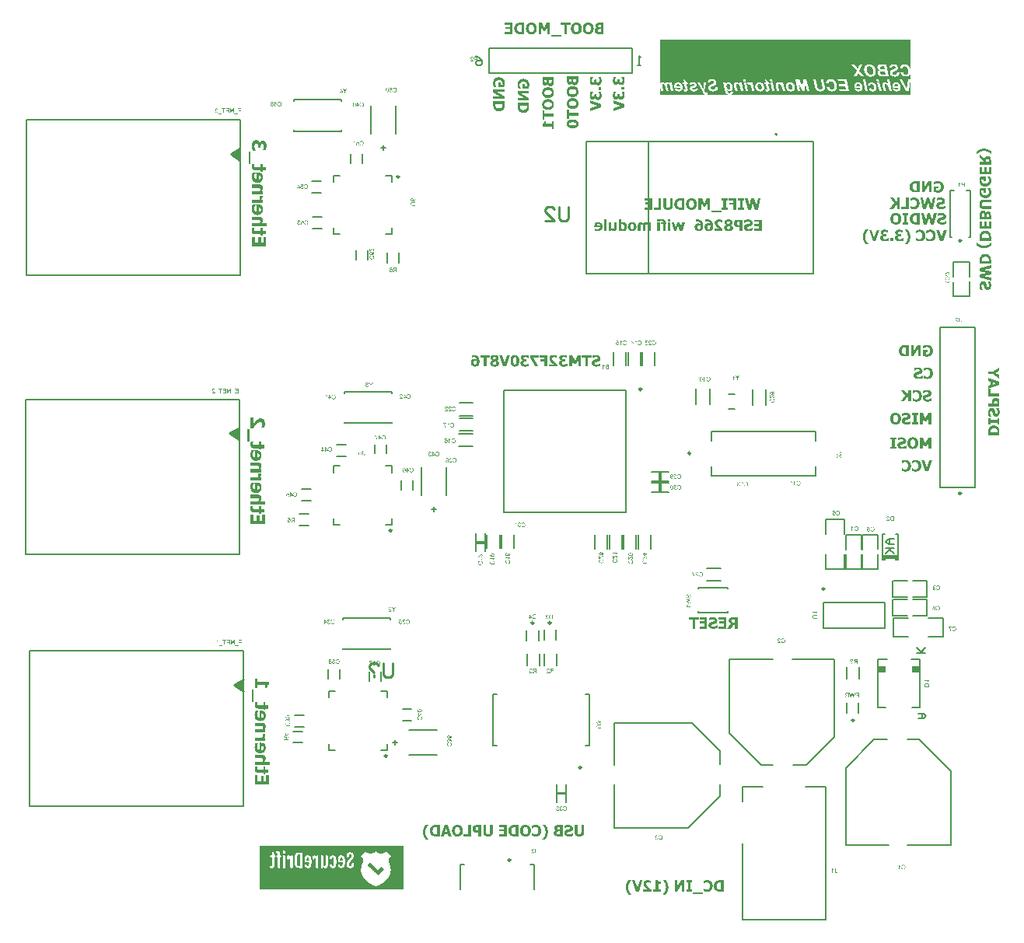
<source format=gto>
G04*
G04 #@! TF.GenerationSoftware,Altium Limited,Altium Designer,22.5.1 (42)*
G04*
G04 Layer_Color=65535*
%FSLAX44Y44*%
%MOMM*%
G71*
G04*
G04 #@! TF.SameCoordinates,2ABD4F99-51B0-466E-819A-8B20F5DB8373*
G04*
G04*
G04 #@! TF.FilePolarity,Positive*
G04*
G01*
G75*
%ADD10C,0.2500*%
%ADD11C,0.2000*%
%ADD12C,0.2540*%
%ADD13C,0.1270*%
%ADD14C,0.1500*%
%ADD15C,0.1524*%
%ADD16R,0.8530X0.6350*%
%ADD17R,0.8895X0.6350*%
G36*
X223539Y839620D02*
X225317D01*
X232175Y832762D01*
X232683Y833270D01*
Y845208D01*
X223539Y839620D01*
D02*
G37*
G36*
X222269Y535074D02*
X224047D01*
X230905Y528216D01*
X231413Y528724D01*
Y540662D01*
X222269Y535074D01*
D02*
G37*
G36*
X932433Y402360D02*
X932439D01*
Y402380D01*
X932321Y402471D01*
X932433Y402360D01*
D02*
G37*
G36*
X932439Y397046D02*
X935488Y397072D01*
Y398596D01*
X946155D01*
Y397326D01*
X949322Y397302D01*
X949322Y397302D01*
Y402360D01*
X932439Y402360D01*
Y397046D01*
D02*
G37*
G36*
X227095Y261262D02*
X228873D01*
X235731Y254404D01*
X236239Y254912D01*
Y266850D01*
X227095Y261262D01*
D02*
G37*
G36*
X253803Y86227D02*
X253811Y38233D01*
X362873D01*
X410521Y38241D01*
X410513Y86235D01*
X253803Y86227D01*
D02*
G37*
G36*
X689822Y923673D02*
Y917463D01*
Y915245D01*
X689841Y915602D01*
X689916Y915921D01*
X690029Y916185D01*
X690142Y916410D01*
X690255Y916598D01*
X690368Y916730D01*
X690443Y916824D01*
X690462Y916842D01*
X690706Y917049D01*
X690988Y917200D01*
X691289Y917312D01*
X691571Y917387D01*
X691815Y917425D01*
X692022Y917463D01*
X692209D01*
X692586Y917444D01*
X692924Y917387D01*
X693262Y917312D01*
X693544Y917218D01*
X693788Y917124D01*
X693958Y917049D01*
X694033Y917012D01*
X694089Y916993D01*
X694108Y916974D01*
X694127D01*
X694446Y916786D01*
X694728Y916579D01*
X694954Y916391D01*
X695161Y916203D01*
X695311Y916034D01*
X695424Y915903D01*
X695499Y915827D01*
X695518Y915790D01*
X695593Y916072D01*
X695706Y916297D01*
X695837Y916523D01*
X695950Y916692D01*
X696081Y916824D01*
X696176Y916936D01*
X696251Y916993D01*
X696270Y917012D01*
X696495Y917162D01*
X696758Y917275D01*
X697040Y917350D01*
X697303Y917406D01*
X697529Y917444D01*
X697736Y917463D01*
X697905D01*
X698187Y917444D01*
X698487Y917406D01*
X698751Y917331D01*
X699033Y917256D01*
X699521Y917030D01*
X699972Y916786D01*
X700179Y916655D01*
X700348Y916542D01*
X700499Y916429D01*
X700630Y916316D01*
X700743Y916241D01*
X700818Y916166D01*
X700856Y916128D01*
X700874Y916109D01*
X700649Y917256D01*
X703036D01*
X705010Y907820D01*
X702491D01*
X701589Y912143D01*
X701532Y912350D01*
X701495Y912538D01*
X701420Y912839D01*
X701344Y913102D01*
X701307Y913290D01*
X701269Y913422D01*
X701232Y913516D01*
X701213Y913572D01*
Y913591D01*
X701119Y913835D01*
X701025Y914042D01*
X700931Y914249D01*
X700837Y914399D01*
X700762Y914531D01*
X700705Y914624D01*
X700668Y914681D01*
X700649Y914700D01*
X700517Y914850D01*
X700386Y914982D01*
X700254Y915113D01*
X700123Y915207D01*
X700029Y915282D01*
X699935Y915339D01*
X699878Y915358D01*
X699859Y915376D01*
X699690Y915470D01*
X699540Y915527D01*
X699390Y915583D01*
X699258Y915602D01*
X699145Y915621D01*
X699070Y915639D01*
X698995D01*
X698826Y915621D01*
X698694Y915602D01*
X698581Y915564D01*
X698469Y915527D01*
X698393Y915470D01*
X698337Y915433D01*
X698318Y915414D01*
X698299Y915395D01*
X698205Y915301D01*
X698149Y915188D01*
X698074Y915001D01*
X698055Y914906D01*
X698036Y914831D01*
Y914794D01*
Y914775D01*
Y914643D01*
X698074Y914455D01*
X698093Y914249D01*
X698130Y914023D01*
X698168Y913835D01*
X698205Y913666D01*
X698224Y913534D01*
X698243Y913516D01*
Y913497D01*
X699427Y907820D01*
X696908D01*
X696006Y912087D01*
X695931Y912425D01*
X695856Y912726D01*
X695781Y913008D01*
X695687Y913252D01*
X695612Y913478D01*
X695536Y913685D01*
X695461Y913873D01*
X695386Y914042D01*
X695330Y914173D01*
X695255Y914305D01*
X695198Y914399D01*
X695161Y914493D01*
X695123Y914549D01*
X695085Y914587D01*
X695067Y914624D01*
X694916Y914812D01*
X694785Y914963D01*
X694634Y915094D01*
X694484Y915207D01*
X694183Y915395D01*
X693920Y915508D01*
X693694Y915583D01*
X693506Y915621D01*
X693431Y915639D01*
X693337D01*
X693168Y915621D01*
X693037Y915602D01*
X692905Y915564D01*
X692811Y915527D01*
X692736Y915470D01*
X692679Y915433D01*
X692661Y915414D01*
X692642Y915395D01*
X692567Y915301D01*
X692492Y915207D01*
X692435Y915001D01*
X692416Y914906D01*
X692398Y914850D01*
Y914794D01*
Y914775D01*
Y914737D01*
Y914681D01*
X692435Y914531D01*
X692473Y914324D01*
X692510Y914117D01*
X692548Y913910D01*
X692586Y913722D01*
X692604Y913647D01*
Y913610D01*
X692623Y913572D01*
Y913553D01*
X693845Y907820D01*
X691326D01*
X690086Y913553D01*
X689992Y913967D01*
X689935Y914324D01*
X689879Y914624D01*
X689860Y914850D01*
X689841Y915019D01*
X689822Y915151D01*
Y907820D01*
Y903986D01*
X740120D01*
X739820Y904005D01*
X739557Y904042D01*
X739331Y904080D01*
X739124Y904136D01*
X738955Y904193D01*
X738824Y904249D01*
X738748Y904268D01*
X738730Y904287D01*
X738523Y904418D01*
X738335Y904550D01*
X738166Y904681D01*
X738015Y904813D01*
X737903Y904926D01*
X737827Y905020D01*
X737771Y905095D01*
X737752Y905114D01*
X737583Y905339D01*
X737395Y905602D01*
X737207Y905903D01*
X737019Y906204D01*
X736850Y906467D01*
X736719Y906693D01*
X736681Y906787D01*
X736643Y906843D01*
X736606Y906881D01*
Y906899D01*
X730779Y917256D01*
X733467D01*
X735722Y913046D01*
X736023Y912463D01*
X736305Y911899D01*
X736531Y911392D01*
X736737Y910940D01*
X736812Y910734D01*
X736888Y910565D01*
X736944Y910395D01*
X737000Y910264D01*
X737038Y910170D01*
X737076Y910076D01*
X737094Y910038D01*
Y910170D01*
X737113Y910339D01*
X737151Y910715D01*
X737207Y911128D01*
X737245Y911542D01*
X737301Y911937D01*
X737320Y912106D01*
X737339Y912237D01*
X737357Y912369D01*
Y912463D01*
X737376Y912519D01*
Y912538D01*
X737997Y917256D01*
X740534D01*
X738899Y907820D01*
X739049Y907501D01*
X739200Y907238D01*
X739369Y906993D01*
X739519Y906787D01*
X739688Y906617D01*
X739857Y906467D01*
X740008Y906354D01*
X740158Y906260D01*
X740290Y906185D01*
X740421Y906129D01*
X740647Y906072D01*
X740722Y906054D01*
X740778Y906035D01*
X740835D01*
X741154Y906054D01*
X741305Y906091D01*
X741436Y906110D01*
X741549Y906148D01*
X741643Y906166D01*
X741699Y906185D01*
X741718D01*
X741925Y904287D01*
X741568Y904193D01*
X741229Y904118D01*
X740910Y904061D01*
X740647Y904024D01*
X740421Y904005D01*
X740271Y903986D01*
X765439D01*
X765138Y904005D01*
X764856Y904042D01*
X764612Y904061D01*
X764405Y904099D01*
X764255Y904118D01*
X764161Y904136D01*
X764123D01*
X763860Y904193D01*
X763597Y904268D01*
X763390Y904343D01*
X763183Y904437D01*
X763033Y904493D01*
X762920Y904550D01*
X762845Y904587D01*
X762826Y904606D01*
X762619Y904738D01*
X762450Y904869D01*
X762281Y905001D01*
X762150Y905133D01*
X762056Y905245D01*
X761962Y905339D01*
X761924Y905396D01*
X761905Y905415D01*
X761774Y905602D01*
X761661Y905809D01*
X761548Y906035D01*
X761454Y906223D01*
X761379Y906411D01*
X761322Y906561D01*
X761285Y906655D01*
X761266Y906693D01*
X761210Y906862D01*
X761153Y907031D01*
X761040Y907445D01*
X760928Y907896D01*
X760815Y908328D01*
X760721Y908723D01*
X760683Y908911D01*
X760646Y909061D01*
X760608Y909193D01*
X760589Y909286D01*
X760571Y909343D01*
Y909362D01*
X759086Y917256D01*
X761454D01*
X761792Y915583D01*
X761962Y915903D01*
X762168Y916166D01*
X762375Y916410D01*
X762563Y916598D01*
X762732Y916749D01*
X762883Y916861D01*
X762977Y916936D01*
X763014Y916955D01*
X763315Y917124D01*
X763597Y917256D01*
X763897Y917331D01*
X764161Y917406D01*
X764386Y917444D01*
X764574Y917463D01*
X764725D01*
X765138Y917425D01*
X765552Y917350D01*
X765927Y917237D01*
X766247Y917106D01*
X766529Y916974D01*
X766661Y916918D01*
X766755Y916861D01*
X766830Y916824D01*
X766886Y916786D01*
X766924Y916749D01*
X766942D01*
X767318Y916448D01*
X767657Y916128D01*
X767957Y915771D01*
X768202Y915433D01*
X768390Y915113D01*
X768465Y914982D01*
X768521Y914869D01*
X768578Y914775D01*
X768596Y914700D01*
X768634Y914662D01*
Y914643D01*
X768841Y914117D01*
X768972Y913591D01*
X769085Y913083D01*
X769160Y912613D01*
X769179Y912388D01*
X769198Y912200D01*
X769217Y912031D01*
Y911880D01*
X769236Y911768D01*
Y911674D01*
Y911617D01*
Y911598D01*
X769217Y911260D01*
X769198Y910940D01*
X769160Y910640D01*
X769104Y910358D01*
X769029Y910095D01*
X768954Y909869D01*
X768878Y909662D01*
X768784Y909474D01*
X768709Y909305D01*
X768634Y909155D01*
X768559Y909023D01*
X768484Y908929D01*
X768427Y908835D01*
X768390Y908779D01*
X768352Y908760D01*
Y908741D01*
X768183Y908572D01*
X767995Y908422D01*
X767807Y908290D01*
X767619Y908196D01*
X767243Y908008D01*
X766886Y907896D01*
X766566Y907839D01*
X766435Y907820D01*
X766303Y907802D01*
X766209Y907783D01*
X766078D01*
X765796Y907802D01*
X765533Y907839D01*
X765270Y907877D01*
X765006Y907952D01*
X764537Y908121D01*
X764104Y908328D01*
X763916Y908422D01*
X763728Y908535D01*
X763597Y908629D01*
X763465Y908704D01*
X763352Y908779D01*
X763277Y908835D01*
X763240Y908854D01*
X763221Y908873D01*
X763315Y908441D01*
X763390Y908046D01*
X763465Y907726D01*
X763540Y907463D01*
X763578Y907256D01*
X763634Y907106D01*
X763672Y907012D01*
X763691Y906956D01*
Y906937D01*
X763785Y906749D01*
X763897Y906580D01*
X763991Y906448D01*
X764104Y906336D01*
X764198Y906260D01*
X764255Y906204D01*
X764311Y906166D01*
X764330Y906148D01*
X764537Y906035D01*
X764762Y905960D01*
X764988Y905884D01*
X765213Y905847D01*
X765401Y905828D01*
X765552Y905809D01*
X765890D01*
X766040Y905828D01*
X766172Y905866D01*
X766303Y905884D01*
X766379Y905922D01*
X766454Y905941D01*
X766491Y905960D01*
X766510D01*
X766698Y906072D01*
X766830Y906204D01*
X766905Y906279D01*
X766924Y906317D01*
X766961Y906411D01*
X766999Y906505D01*
X767036Y906711D01*
X767055Y906787D01*
Y906862D01*
Y906918D01*
Y906937D01*
X769762Y907313D01*
X769781Y907181D01*
Y906956D01*
X769762Y906674D01*
X769743Y906392D01*
X769687Y906148D01*
X769630Y905922D01*
X769536Y905715D01*
X769461Y905527D01*
X769367Y905377D01*
X769273Y905227D01*
X769085Y904982D01*
X768916Y904813D01*
X768803Y904719D01*
X768784Y904681D01*
X768766D01*
X768559Y904569D01*
X768352Y904456D01*
X767863Y904287D01*
X767375Y904155D01*
X766886Y904080D01*
X766661Y904042D01*
X766435Y904024D01*
X766247Y904005D01*
X766078D01*
X765946Y903986D01*
X963229D01*
Y907820D01*
Y920827D01*
X960917Y907820D01*
X958079D01*
X950899Y920827D01*
X953549D01*
X958944Y910997D01*
X960579Y920827D01*
X963229D01*
Y923673D01*
Y929293D01*
X963210Y928785D01*
X963173Y928334D01*
X963098Y927883D01*
X963022Y927488D01*
X962928Y927113D01*
X962815Y926756D01*
X962684Y926455D01*
X962552Y926173D01*
X962440Y925928D01*
X962308Y925703D01*
X962195Y925515D01*
X962101Y925365D01*
X962026Y925252D01*
X961951Y925177D01*
X961913Y925120D01*
X961895Y925101D01*
X961631Y924857D01*
X961349Y924632D01*
X961049Y924444D01*
X960729Y924274D01*
X960428Y924143D01*
X960109Y924030D01*
X959808Y923936D01*
X959508Y923861D01*
X959244Y923786D01*
X958981Y923748D01*
X958756Y923710D01*
X958549Y923692D01*
X958380D01*
X958267Y923673D01*
X958154D01*
X957759Y923692D01*
X957383Y923729D01*
X957026Y923786D01*
X956688Y923861D01*
X956368Y923936D01*
X956068Y924030D01*
X955786Y924143D01*
X955523Y924256D01*
X955297Y924350D01*
X955072Y924462D01*
X954902Y924556D01*
X954752Y924650D01*
X954621Y924707D01*
X954545Y924763D01*
X954489Y924801D01*
X954470Y924819D01*
X954188Y925045D01*
X953906Y925289D01*
X953436Y925835D01*
X953023Y926380D01*
X952684Y926925D01*
X952534Y927169D01*
X952421Y927413D01*
X952327Y927620D01*
X952233Y927808D01*
X952158Y927958D01*
X952121Y928071D01*
X952083Y928146D01*
Y928165D01*
X954790Y928579D01*
X954978Y928109D01*
X955166Y927695D01*
X955391Y927357D01*
X955598Y927075D01*
X955786Y926850D01*
X955936Y926699D01*
X956049Y926605D01*
X956068Y926568D01*
X956087D01*
X956425Y926342D01*
X956744Y926192D01*
X957064Y926079D01*
X957365Y925985D01*
X957609Y925947D01*
X957816Y925928D01*
X957891Y925910D01*
X957985D01*
X958192Y925928D01*
X958380Y925947D01*
X958737Y926041D01*
X959056Y926173D01*
X959338Y926342D01*
X959545Y926492D01*
X959714Y926624D01*
X959808Y926718D01*
X959846Y926756D01*
X960090Y927113D01*
X960278Y927507D01*
X960391Y927902D01*
X960485Y928297D01*
X960541Y928635D01*
X960560Y928785D01*
Y928917D01*
X960579Y929030D01*
Y929105D01*
Y929161D01*
Y929180D01*
X960560Y929706D01*
X960485Y930233D01*
X960391Y930721D01*
X960297Y931154D01*
X960240Y931342D01*
X960184Y931511D01*
X960146Y931661D01*
X960109Y931793D01*
X960071Y931906D01*
X960034Y931981D01*
X960015Y932018D01*
Y932037D01*
X959789Y932545D01*
X959526Y932977D01*
X959263Y933353D01*
X959019Y933635D01*
X958812Y933879D01*
X958624Y934029D01*
X958511Y934124D01*
X958493Y934161D01*
X958474D01*
X958117Y934387D01*
X957741Y934556D01*
X957402Y934687D01*
X957083Y934763D01*
X956801Y934819D01*
X956594Y934838D01*
X956519Y934857D01*
X956406D01*
X956049Y934838D01*
X955730Y934781D01*
X955447Y934687D01*
X955222Y934593D01*
X955034Y934499D01*
X954902Y934405D01*
X954809Y934349D01*
X954790Y934330D01*
X954583Y934124D01*
X954414Y933860D01*
X954263Y933597D01*
X954151Y933315D01*
X954057Y933071D01*
X954000Y932883D01*
X953981Y932808D01*
Y932751D01*
X953963Y932714D01*
Y932695D01*
X951406Y932939D01*
X951463Y933297D01*
X951538Y933635D01*
X951632Y933954D01*
X951745Y934255D01*
X951876Y934518D01*
X952008Y934781D01*
X952139Y935007D01*
X952271Y935214D01*
X952403Y935402D01*
X952515Y935571D01*
X952647Y935702D01*
X952741Y935815D01*
X952835Y935909D01*
X952891Y935965D01*
X952929Y936003D01*
X952948Y936022D01*
X953192Y936229D01*
X953474Y936398D01*
X953737Y936548D01*
X954038Y936680D01*
X954320Y936793D01*
X954602Y936887D01*
X955147Y937018D01*
X955391Y937075D01*
X955636Y937112D01*
X955842Y937131D01*
X956011Y937150D01*
X956162Y937169D01*
X956368D01*
X956726Y937150D01*
X957064Y937131D01*
X957703Y937018D01*
X958286Y936849D01*
X958568Y936755D01*
X958812Y936680D01*
X959038Y936586D01*
X959244Y936492D01*
X959414Y936398D01*
X959564Y936323D01*
X959677Y936266D01*
X959771Y936210D01*
X959827Y936191D01*
X959846Y936172D01*
X960128Y935984D01*
X960410Y935778D01*
X960917Y935327D01*
X961331Y934857D01*
X961688Y934405D01*
X961838Y934180D01*
X961970Y933992D01*
X962083Y933804D01*
X962177Y933654D01*
X962252Y933522D01*
X962308Y933428D01*
X962327Y933372D01*
X962346Y933353D01*
X962496Y932996D01*
X962628Y932657D01*
X962853Y931943D01*
X963003Y931266D01*
X963079Y930928D01*
X963116Y930628D01*
X963154Y930346D01*
X963173Y930101D01*
X963210Y929857D01*
Y929669D01*
X963229Y929519D01*
Y937169D01*
Y963676D01*
X689822D01*
Y923673D01*
D02*
G37*
G36*
X764010Y915621D02*
X763766Y915546D01*
X763540Y915452D01*
X763352Y915339D01*
X763202Y915207D01*
X763089Y915113D01*
X763014Y915038D01*
X762995Y915019D01*
X762807Y914775D01*
X762676Y914512D01*
X762563Y914249D01*
X762507Y913986D01*
X762469Y913760D01*
X762431Y913572D01*
Y913497D01*
Y913440D01*
Y913422D01*
Y913403D01*
X762450Y913083D01*
X762488Y912764D01*
X762544Y912444D01*
X762601Y912181D01*
X762657Y911937D01*
X762713Y911768D01*
X762732Y911692D01*
X762751Y911636D01*
X762770Y911617D01*
Y911598D01*
X762901Y911279D01*
X763071Y910978D01*
X763221Y910734D01*
X763390Y910546D01*
X763522Y910377D01*
X763634Y910264D01*
X763709Y910189D01*
X763747Y910170D01*
X763991Y910001D01*
X764217Y909888D01*
X764443Y909794D01*
X764649Y909738D01*
X764818Y909700D01*
X764950Y909681D01*
X765063D01*
X765326Y909700D01*
X765570Y909775D01*
X765777Y909850D01*
X765946Y909963D01*
X766097Y910057D01*
X766191Y910151D01*
X766266Y910208D01*
X766285Y910226D01*
X766435Y910452D01*
X766548Y910715D01*
X766642Y910997D01*
X766698Y911260D01*
X766736Y911486D01*
X766755Y911692D01*
Y911768D01*
Y911824D01*
Y911843D01*
Y911861D01*
X766736Y912125D01*
X766717Y912407D01*
X766661Y912670D01*
X766604Y912895D01*
X766566Y913121D01*
X766510Y913271D01*
X766491Y913384D01*
X766472Y913422D01*
X766322Y913816D01*
X766172Y914155D01*
X766021Y914455D01*
X765871Y914681D01*
X765740Y914869D01*
X765646Y915001D01*
X765570Y915076D01*
X765552Y915094D01*
X765326Y915282D01*
X765100Y915414D01*
X764894Y915508D01*
X764687Y915564D01*
X764518Y915621D01*
X764386Y915639D01*
X764273D01*
X764010Y915621D01*
D02*
G37*
G36*
X589895Y108790D02*
X589613D01*
X589274Y108753D01*
X588917Y108715D01*
X588523Y108659D01*
X588128Y108583D01*
X588109D01*
X588072Y108565D01*
X588015D01*
X587940Y108546D01*
X587733Y108490D01*
X587470Y108433D01*
X587169Y108339D01*
X586850Y108226D01*
X586511Y108114D01*
X586173Y107982D01*
Y105200D01*
X586455D01*
X586493Y105219D01*
X586568Y105294D01*
X586718Y105407D01*
X586925Y105539D01*
X587169Y105689D01*
X587451Y105839D01*
X587771Y106008D01*
X588128Y106159D01*
X588147D01*
X588166Y106178D01*
X588222Y106196D01*
X588297Y106215D01*
X588485Y106290D01*
X588748Y106365D01*
X589049Y106441D01*
X589387Y106516D01*
X589763Y106553D01*
X590139Y106572D01*
X590383D01*
X590609Y106535D01*
X590853Y106497D01*
X590872D01*
X590910Y106478D01*
X590966D01*
X591060Y106460D01*
X591267Y106384D01*
X591530Y106290D01*
X591549D01*
X591568Y106272D01*
X591699Y106196D01*
X591850Y106065D01*
X592019Y105896D01*
Y105877D01*
X592056Y105858D01*
X592075Y105802D01*
X592113Y105726D01*
X592188Y105539D01*
X592207Y105426D01*
X592225Y105313D01*
Y105294D01*
Y105238D01*
X592207Y105163D01*
X592188Y105050D01*
X592150Y104937D01*
X592094Y104805D01*
X592019Y104693D01*
X591906Y104580D01*
X591887Y104561D01*
X591831Y104542D01*
X591756Y104486D01*
X591624Y104411D01*
X591436Y104336D01*
X591211Y104242D01*
X590947Y104166D01*
X590609Y104072D01*
X590590D01*
X590496Y104054D01*
X590383Y104016D01*
X590233Y103997D01*
X590064Y103960D01*
X589857Y103903D01*
X589444Y103809D01*
X589425D01*
X589350Y103791D01*
X589218Y103753D01*
X589068Y103715D01*
X588880Y103659D01*
X588673Y103603D01*
X588447Y103527D01*
X588203Y103452D01*
X588184D01*
X588147Y103433D01*
X588090Y103396D01*
X587996Y103358D01*
X587771Y103264D01*
X587489Y103114D01*
X587188Y102945D01*
X586887Y102738D01*
X586587Y102494D01*
X586324Y102212D01*
X586305Y102174D01*
X586230Y102080D01*
X586117Y101892D01*
X586004Y101666D01*
X585891Y101366D01*
X585779Y101027D01*
X585703Y100614D01*
X585685Y100163D01*
Y100144D01*
Y100088D01*
Y99994D01*
X585703Y99862D01*
X585722Y99712D01*
X585760Y99524D01*
X585797Y99336D01*
X585872Y99110D01*
X585948Y98885D01*
X586042Y98640D01*
X586154Y98396D01*
X586286Y98152D01*
X586455Y97907D01*
X586662Y97682D01*
X586869Y97456D01*
X587132Y97231D01*
X587151Y97212D01*
X587188Y97174D01*
X587282Y97137D01*
X587395Y97062D01*
X587545Y96967D01*
X587714Y96874D01*
X587921Y96780D01*
X588147Y96686D01*
X588410Y96573D01*
X588711Y96479D01*
X589030Y96385D01*
X589369Y96291D01*
X589744Y96216D01*
X590139Y96178D01*
X590553Y96140D01*
X591004Y96122D01*
X591361D01*
X591511Y96140D01*
X591850Y96159D01*
X592225Y96178D01*
X592639Y96235D01*
X593071Y96291D01*
X593485Y96385D01*
X593504D01*
X593522Y96404D01*
X593579D01*
X593654Y96441D01*
X593861Y96498D01*
X594124Y96573D01*
X594425Y96667D01*
X594744Y96780D01*
X595440Y97062D01*
Y99975D01*
X595158D01*
X595139Y99937D01*
X595083Y99900D01*
X595007Y99843D01*
X594819Y99712D01*
X594575Y99524D01*
X594274Y99336D01*
X593936Y99129D01*
X593560Y98941D01*
X593147Y98772D01*
X593128D01*
X593090Y98753D01*
X593034Y98734D01*
X592958Y98716D01*
X592864Y98678D01*
X592733Y98640D01*
X592451Y98565D01*
X592132Y98490D01*
X591774Y98415D01*
X591380Y98377D01*
X590985Y98358D01*
X590797D01*
X590703Y98377D01*
X590571D01*
X590289Y98415D01*
X590271D01*
X590214Y98434D01*
X590139D01*
X590045Y98452D01*
X589820Y98509D01*
X589594Y98584D01*
X589575D01*
X589538Y98603D01*
X589481Y98640D01*
X589406Y98697D01*
X589237Y98810D01*
X589049Y98979D01*
X589030Y98997D01*
X589011Y99016D01*
X588974Y99073D01*
X588936Y99148D01*
X588899Y99242D01*
X588861Y99355D01*
X588823Y99486D01*
Y99637D01*
Y99655D01*
Y99712D01*
X588842Y99806D01*
X588861Y99900D01*
X588917Y100031D01*
X588974Y100144D01*
X589068Y100276D01*
X589199Y100388D01*
X589218Y100407D01*
X589256Y100426D01*
X589331Y100482D01*
X589444Y100539D01*
X589575Y100614D01*
X589707Y100689D01*
X589876Y100745D01*
X590064Y100802D01*
X590083D01*
X590177Y100840D01*
X590289Y100858D01*
X590459Y100915D01*
X590665Y100952D01*
X590891Y101009D01*
X591135Y101065D01*
X591399Y101122D01*
X591436D01*
X591511Y101140D01*
X591643Y101178D01*
X591831Y101215D01*
X592019Y101272D01*
X592244Y101328D01*
X592714Y101479D01*
X592733D01*
X592771Y101497D01*
X592846Y101535D01*
X592940Y101573D01*
X593071Y101629D01*
X593203Y101685D01*
X593504Y101836D01*
X593842Y102024D01*
X594180Y102268D01*
X594500Y102531D01*
X594631Y102682D01*
X594763Y102832D01*
Y102851D01*
X594782Y102870D01*
X594857Y102982D01*
X594951Y103170D01*
X595064Y103415D01*
X595177Y103715D01*
X595270Y104091D01*
X595346Y104505D01*
X595364Y104956D01*
Y104975D01*
Y105031D01*
X595346Y105125D01*
Y105238D01*
X595327Y105388D01*
X595289Y105557D01*
X595252Y105745D01*
X595177Y105952D01*
X595101Y106159D01*
X595007Y106384D01*
X594894Y106610D01*
X594744Y106854D01*
X594594Y107080D01*
X594387Y107305D01*
X594180Y107531D01*
X593917Y107738D01*
X593898Y107757D01*
X593842Y107775D01*
X593767Y107832D01*
X593654Y107907D01*
X593522Y107982D01*
X593334Y108076D01*
X593147Y108170D01*
X592921Y108283D01*
X592677Y108377D01*
X592395Y108471D01*
X592094Y108565D01*
X591774Y108640D01*
X591436Y108715D01*
X591079Y108771D01*
X590684Y108790D01*
X590289Y108809D01*
X590008D01*
X589895Y108790D01*
D02*
G37*
G36*
X554333D02*
X554126D01*
X553900Y108771D01*
X553449Y108715D01*
X553430D01*
X553355Y108696D01*
X553243Y108678D01*
X553092Y108659D01*
X552923Y108621D01*
X552735Y108583D01*
X552322Y108490D01*
X552303D01*
X552246Y108471D01*
X552171Y108433D01*
X552058Y108396D01*
X551927Y108358D01*
X551758Y108283D01*
X551419Y108151D01*
X551401D01*
X551344Y108114D01*
X551250Y108076D01*
X551137Y108020D01*
X550874Y107907D01*
X550611Y107775D01*
Y104881D01*
X550950D01*
X550968Y104918D01*
X551081Y105012D01*
X551269Y105144D01*
X551495Y105332D01*
X551513Y105351D01*
X551551Y105388D01*
X551626Y105426D01*
X551720Y105501D01*
X551833Y105576D01*
X551946Y105670D01*
X552246Y105858D01*
X552265Y105877D01*
X552322Y105896D01*
X552416Y105952D01*
X552528Y106008D01*
X552679Y106084D01*
X552829Y106159D01*
X553205Y106309D01*
X553224D01*
X553299Y106347D01*
X553393Y106365D01*
X553525Y106403D01*
X553694Y106441D01*
X553863Y106460D01*
X554258Y106497D01*
X554370D01*
X554502Y106478D01*
X554671D01*
X554859Y106441D01*
X555066Y106403D01*
X555272Y106347D01*
X555479Y106272D01*
X555498D01*
X555573Y106234D01*
X555686Y106178D01*
X555818Y106102D01*
X555968Y106008D01*
X556156Y105877D01*
X556344Y105726D01*
X556532Y105557D01*
X556551Y105539D01*
X556607Y105463D01*
X556701Y105369D01*
X556795Y105219D01*
X556927Y105050D01*
X557039Y104824D01*
X557171Y104580D01*
X557284Y104298D01*
X557303Y104260D01*
X557321Y104166D01*
X557378Y103997D01*
X557415Y103772D01*
X557472Y103490D01*
X557528Y103170D01*
X557547Y102813D01*
X557566Y102418D01*
Y102400D01*
Y102362D01*
Y102306D01*
Y102230D01*
X557547Y102024D01*
X557528Y101761D01*
X557491Y101460D01*
X557434Y101140D01*
X557359Y100821D01*
X557265Y100520D01*
X557246Y100482D01*
X557209Y100388D01*
X557152Y100257D01*
X557058Y100069D01*
X556945Y99881D01*
X556795Y99674D01*
X556645Y99467D01*
X556475Y99279D01*
X556457Y99261D01*
X556400Y99204D01*
X556287Y99129D01*
X556175Y99016D01*
X556006Y98904D01*
X555836Y98791D01*
X555630Y98697D01*
X555423Y98603D01*
X555404D01*
X555310Y98565D01*
X555197Y98546D01*
X555047Y98509D01*
X554878Y98471D01*
X554671Y98452D01*
X554239Y98415D01*
X554145D01*
X554013Y98434D01*
X553863D01*
X553694Y98452D01*
X553506Y98490D01*
X553092Y98603D01*
X553073Y98622D01*
X552998Y98640D01*
X552904Y98678D01*
X552773Y98734D01*
X552472Y98885D01*
X552171Y99054D01*
X552152Y99073D01*
X552096Y99092D01*
X552021Y99148D01*
X551927Y99204D01*
X551701Y99373D01*
X551457Y99561D01*
X551438Y99580D01*
X551401Y99599D01*
X551344Y99655D01*
X551269Y99712D01*
X551081Y99862D01*
X550893Y100031D01*
X550611D01*
Y97137D01*
X550630D01*
X550667Y97118D01*
X550743Y97080D01*
X550837Y97043D01*
X550950Y96986D01*
X551081Y96930D01*
X551401Y96780D01*
X551419D01*
X551476Y96742D01*
X551570Y96704D01*
X551683Y96667D01*
X551814Y96610D01*
X551964Y96554D01*
X552303Y96441D01*
X552322D01*
X552397Y96423D01*
X552509Y96385D01*
X552660Y96347D01*
X552829Y96310D01*
X553017Y96272D01*
X553393Y96197D01*
X553412D01*
X553487Y96178D01*
X553600Y96159D01*
X553750D01*
X553938Y96140D01*
X554182Y96122D01*
X554445Y96103D01*
X554878D01*
X555028Y96122D01*
X555216D01*
X555442Y96159D01*
X555724Y96197D01*
X556024Y96235D01*
X556344Y96310D01*
X556682Y96404D01*
X557039Y96516D01*
X557397Y96648D01*
X557754Y96798D01*
X558130Y96986D01*
X558468Y97212D01*
X558806Y97475D01*
X559126Y97757D01*
X559145Y97776D01*
X559201Y97832D01*
X559276Y97926D01*
X559370Y98058D01*
X559502Y98227D01*
X559633Y98434D01*
X559784Y98678D01*
X559934Y98960D01*
X560084Y99279D01*
X560235Y99618D01*
X560366Y100013D01*
X560498Y100426D01*
X560592Y100877D01*
X560667Y101366D01*
X560723Y101892D01*
X560742Y102437D01*
Y102475D01*
Y102569D01*
X560723Y102719D01*
Y102926D01*
X560686Y103170D01*
X560648Y103452D01*
X560611Y103772D01*
X560535Y104110D01*
X560460Y104467D01*
X560348Y104843D01*
X560216Y105238D01*
X560065Y105632D01*
X559878Y106008D01*
X559652Y106384D01*
X559408Y106742D01*
X559126Y107080D01*
X559107Y107099D01*
X559050Y107155D01*
X558957Y107249D01*
X558825Y107343D01*
X558675Y107474D01*
X558468Y107625D01*
X558242Y107775D01*
X557979Y107944D01*
X557678Y108114D01*
X557359Y108264D01*
X556983Y108414D01*
X556607Y108546D01*
X556194Y108659D01*
X555742Y108734D01*
X555272Y108790D01*
X554765Y108809D01*
X554502D01*
X554333Y108790D01*
D02*
G37*
G36*
X497757Y100764D02*
Y100746D01*
Y100670D01*
Y100558D01*
X497776Y100388D01*
X497794Y100201D01*
X497832Y99994D01*
X497870Y99749D01*
X497926Y99486D01*
X497982Y99204D01*
X498076Y98922D01*
X498170Y98640D01*
X498302Y98340D01*
X498452Y98058D01*
X498621Y97795D01*
X498828Y97531D01*
X499054Y97287D01*
X499072Y97268D01*
X499110Y97231D01*
X499185Y97174D01*
X499298Y97099D01*
X499430Y97005D01*
X499599Y96911D01*
X499787Y96798D01*
X500012Y96686D01*
X500275Y96573D01*
X500557Y96460D01*
X500877Y96366D01*
X501215Y96272D01*
X501591Y96197D01*
X501986Y96140D01*
X502418Y96103D01*
X502888Y96084D01*
X503132D01*
X503302Y96103D01*
X503508Y96122D01*
X503734Y96140D01*
X503997Y96178D01*
X504279Y96235D01*
X504899Y96366D01*
X505219Y96479D01*
X505519Y96592D01*
X505839Y96723D01*
X506140Y96874D01*
X506422Y97062D01*
X506685Y97268D01*
X506704Y97287D01*
X506741Y97325D01*
X506798Y97400D01*
X506892Y97494D01*
X506986Y97607D01*
X507098Y97757D01*
X507211Y97945D01*
X507343Y98152D01*
X507455Y98377D01*
X507587Y98640D01*
X507700Y98922D01*
X507794Y99242D01*
X507888Y99580D01*
X507944Y99937D01*
X507982Y100332D01*
X508001Y100746D01*
Y108583D01*
X504937D01*
Y100934D01*
Y100915D01*
Y100877D01*
Y100821D01*
Y100727D01*
X504918Y100501D01*
X504880Y100219D01*
X504824Y99900D01*
X504730Y99599D01*
X504617Y99298D01*
X504467Y99035D01*
X504448Y99016D01*
X504373Y98941D01*
X504260Y98847D01*
X504091Y98734D01*
X503866Y98603D01*
X503602Y98509D01*
X503264Y98434D01*
X502888Y98415D01*
X502794D01*
X502719Y98434D01*
X502531Y98453D01*
X502305Y98490D01*
X502042Y98565D01*
X501779Y98659D01*
X501535Y98810D01*
X501328Y98997D01*
X501309Y99035D01*
X501253Y99110D01*
X501159Y99261D01*
X501065Y99467D01*
X500990Y99731D01*
X500896Y100069D01*
X500839Y100464D01*
X500821Y100934D01*
Y108583D01*
X497757D01*
Y100764D01*
D02*
G37*
G36*
X597131Y100764D02*
Y100745D01*
Y100670D01*
Y100558D01*
X597150Y100388D01*
X597169Y100201D01*
X597206Y99994D01*
X597244Y99749D01*
X597300Y99486D01*
X597357Y99204D01*
X597451Y98922D01*
X597545Y98640D01*
X597676Y98340D01*
X597827Y98058D01*
X597996Y97795D01*
X598203Y97531D01*
X598428Y97287D01*
X598447Y97268D01*
X598485Y97231D01*
X598560Y97174D01*
X598672Y97099D01*
X598804Y97005D01*
X598973Y96911D01*
X599161Y96798D01*
X599387Y96686D01*
X599650Y96573D01*
X599932Y96460D01*
X600251Y96366D01*
X600590Y96272D01*
X600966Y96197D01*
X601360Y96140D01*
X601793Y96103D01*
X602262Y96084D01*
X602507D01*
X602676Y96103D01*
X602883Y96122D01*
X603108Y96140D01*
X603372Y96178D01*
X603653Y96235D01*
X604274Y96366D01*
X604593Y96479D01*
X604894Y96592D01*
X605214Y96723D01*
X605514Y96874D01*
X605796Y97062D01*
X606059Y97268D01*
X606078Y97287D01*
X606116Y97325D01*
X606172Y97400D01*
X606266Y97494D01*
X606360Y97607D01*
X606473Y97757D01*
X606586Y97945D01*
X606717Y98152D01*
X606830Y98377D01*
X606962Y98640D01*
X607074Y98922D01*
X607168Y99242D01*
X607262Y99580D01*
X607319Y99937D01*
X607356Y100332D01*
X607375Y100745D01*
Y108583D01*
X604311D01*
Y100934D01*
Y100915D01*
Y100877D01*
Y100821D01*
Y100727D01*
X604292Y100501D01*
X604255Y100219D01*
X604198Y99900D01*
X604105Y99599D01*
X603992Y99298D01*
X603841Y99035D01*
X603823Y99016D01*
X603747Y98941D01*
X603635Y98847D01*
X603465Y98734D01*
X603240Y98603D01*
X602977Y98509D01*
X602639Y98434D01*
X602262Y98415D01*
X602169D01*
X602093Y98434D01*
X601905Y98452D01*
X601680Y98490D01*
X601417Y98565D01*
X601154Y98659D01*
X600909Y98810D01*
X600703Y98997D01*
X600684Y99035D01*
X600627Y99110D01*
X600533Y99261D01*
X600439Y99467D01*
X600364Y99731D01*
X600270Y100069D01*
X600214Y100464D01*
X600195Y100934D01*
Y108583D01*
X597131D01*
Y100764D01*
D02*
G37*
G36*
X445673Y108565D02*
X445316Y108546D01*
X444902Y108508D01*
X444489Y108471D01*
X444057Y108414D01*
X444000D01*
X443944Y108396D01*
X443869Y108377D01*
X443756Y108358D01*
X443643Y108320D01*
X443361Y108245D01*
X443042Y108151D01*
X442685Y108001D01*
X442309Y107832D01*
X441933Y107606D01*
X441914D01*
X441876Y107569D01*
X441820Y107531D01*
X441726Y107474D01*
X441519Y107287D01*
X441237Y107061D01*
X440937Y106760D01*
X440617Y106403D01*
X440316Y105990D01*
X440034Y105520D01*
Y105501D01*
X439997Y105463D01*
X439959Y105388D01*
X439921Y105294D01*
X439865Y105163D01*
X439809Y105012D01*
X439752Y104843D01*
X439677Y104655D01*
X439602Y104430D01*
X439546Y104204D01*
X439433Y103678D01*
X439358Y103076D01*
X439320Y102437D01*
Y102418D01*
Y102362D01*
Y102268D01*
X439339Y102155D01*
Y102005D01*
X439358Y101817D01*
X439376Y101629D01*
X439414Y101422D01*
X439508Y100934D01*
X439640Y100426D01*
X439827Y99900D01*
X440072Y99374D01*
Y99355D01*
X440109Y99317D01*
X440147Y99242D01*
X440203Y99148D01*
X440279Y99035D01*
X440373Y98922D01*
X440598Y98622D01*
X440861Y98283D01*
X441181Y97945D01*
X441557Y97607D01*
X441970Y97306D01*
X441989D01*
X442008Y97287D01*
X442064Y97249D01*
X442139Y97212D01*
X442327Y97099D01*
X442590Y96968D01*
X442891Y96836D01*
X443248Y96704D01*
X443643Y96592D01*
X444057Y96517D01*
X444113D01*
X444169Y96498D01*
X444245D01*
X444357Y96479D01*
X444470Y96460D01*
X444771Y96441D01*
X445128Y96404D01*
X445523Y96366D01*
X445974Y96347D01*
X450259D01*
Y108583D01*
X445993D01*
X445673Y108565D01*
D02*
G37*
G36*
X451462Y96347D02*
X454601D01*
X455372Y98828D01*
X459263D01*
X460033Y96347D01*
X463097D01*
X458962Y108583D01*
X455616D01*
X451462Y96347D01*
D02*
G37*
G36*
X481292Y98678D02*
X476179D01*
Y96347D01*
X484355D01*
Y108583D01*
X481292D01*
Y98678D01*
D02*
G37*
G36*
X490295Y108565D02*
X490032D01*
X489750Y108527D01*
X489449Y108490D01*
X489148Y108452D01*
X488848Y108377D01*
X488810D01*
X488716Y108339D01*
X488565Y108302D01*
X488378Y108226D01*
X488171Y108151D01*
X487926Y108038D01*
X487682Y107926D01*
X487438Y107775D01*
X487400Y107757D01*
X487325Y107681D01*
X487212Y107587D01*
X487043Y107437D01*
X486874Y107268D01*
X486705Y107061D01*
X486536Y106817D01*
X486385Y106535D01*
X486366Y106497D01*
X486329Y106403D01*
X486254Y106234D01*
X486179Y106027D01*
X486122Y105745D01*
X486047Y105445D01*
X486009Y105087D01*
X485990Y104712D01*
Y104674D01*
Y104561D01*
X486009Y104411D01*
X486028Y104185D01*
X486066Y103941D01*
X486103Y103659D01*
X486179Y103377D01*
X486272Y103076D01*
X486291Y103039D01*
X486329Y102945D01*
X486385Y102813D01*
X486460Y102625D01*
X486573Y102418D01*
X486724Y102212D01*
X486874Y102005D01*
X487062Y101798D01*
X487081Y101779D01*
X487118Y101742D01*
X487175Y101685D01*
X487250Y101610D01*
X487475Y101403D01*
X487738Y101197D01*
X487757Y101178D01*
X487795Y101159D01*
X487889Y101103D01*
X487983Y101046D01*
X488096Y100971D01*
X488246Y100896D01*
X488565Y100746D01*
X488584D01*
X488641Y100708D01*
X488735Y100689D01*
X488866Y100633D01*
X488998Y100595D01*
X489167Y100539D01*
X489562Y100445D01*
X489580D01*
X489656Y100426D01*
X489768Y100407D01*
X489900D01*
X490088Y100388D01*
X490276Y100370D01*
X490502Y100351D01*
X492343D01*
Y96347D01*
X495407D01*
Y108583D01*
X490483D01*
X490295Y108565D01*
D02*
G37*
G36*
X514824Y106253D02*
X520049D01*
Y104110D01*
X515237D01*
Y101779D01*
X520049D01*
Y98678D01*
X514824D01*
Y96347D01*
X523113D01*
Y108583D01*
X514824D01*
Y106253D01*
D02*
G37*
G36*
X531270Y108565D02*
X530913Y108546D01*
X530499Y108508D01*
X530086Y108471D01*
X529654Y108414D01*
X529597D01*
X529541Y108396D01*
X529466Y108377D01*
X529353Y108358D01*
X529240Y108320D01*
X528958Y108245D01*
X528639Y108151D01*
X528282Y108001D01*
X527906Y107832D01*
X527530Y107606D01*
X527511D01*
X527473Y107569D01*
X527417Y107531D01*
X527323Y107474D01*
X527116Y107287D01*
X526834Y107061D01*
X526534Y106760D01*
X526214Y106403D01*
X525913Y105990D01*
X525631Y105520D01*
Y105501D01*
X525594Y105463D01*
X525556Y105388D01*
X525518Y105294D01*
X525462Y105163D01*
X525406Y105012D01*
X525349Y104843D01*
X525274Y104655D01*
X525199Y104430D01*
X525143Y104204D01*
X525030Y103678D01*
X524955Y103076D01*
X524917Y102437D01*
Y102418D01*
Y102362D01*
Y102268D01*
X524936Y102155D01*
Y102005D01*
X524955Y101817D01*
X524973Y101629D01*
X525011Y101422D01*
X525105Y100934D01*
X525237Y100426D01*
X525424Y99900D01*
X525669Y99374D01*
Y99355D01*
X525706Y99317D01*
X525744Y99242D01*
X525800Y99148D01*
X525876Y99035D01*
X525970Y98922D01*
X526195Y98622D01*
X526458Y98283D01*
X526778Y97945D01*
X527154Y97607D01*
X527567Y97306D01*
X527586D01*
X527605Y97287D01*
X527661Y97249D01*
X527736Y97212D01*
X527924Y97099D01*
X528187Y96968D01*
X528488Y96836D01*
X528845Y96704D01*
X529240Y96592D01*
X529654Y96517D01*
X529710D01*
X529766Y96498D01*
X529842D01*
X529954Y96479D01*
X530067Y96460D01*
X530368Y96441D01*
X530725Y96404D01*
X531120Y96366D01*
X531571Y96347D01*
X535856Y96347D01*
Y108583D01*
X531590Y108583D01*
X531270Y108565D01*
D02*
G37*
G36*
X579031Y108565D02*
X578711D01*
X578373Y108546D01*
X578035Y108508D01*
X577753Y108471D01*
X577715D01*
X577640Y108452D01*
X577508Y108433D01*
X577320Y108377D01*
X577132Y108320D01*
X576907Y108245D01*
X576681Y108151D01*
X576456Y108038D01*
X576418Y108020D01*
X576343Y107982D01*
X576230Y107888D01*
X576080Y107794D01*
X575929Y107644D01*
X575760Y107493D01*
X575610Y107287D01*
X575478Y107080D01*
X575460Y107061D01*
X575422Y106986D01*
X575365Y106854D01*
X575309Y106685D01*
X575253Y106497D01*
X575196Y106272D01*
X575159Y106008D01*
X575140Y105726D01*
Y105708D01*
Y105689D01*
Y105576D01*
X575159Y105407D01*
X575196Y105200D01*
X575253Y104956D01*
X575328Y104674D01*
X575441Y104411D01*
X575591Y104129D01*
X575610Y104091D01*
X575666Y104016D01*
X575779Y103884D01*
X575911Y103734D01*
X576099Y103584D01*
X576305Y103415D01*
X576550Y103245D01*
X576832Y103114D01*
Y103039D01*
X576813D01*
X576775Y103020D01*
X576719D01*
X576644Y103001D01*
X576437Y102926D01*
X576174Y102832D01*
X575892Y102700D01*
X575591Y102531D01*
X575290Y102324D01*
X575027Y102061D01*
X574990Y102024D01*
X574914Y101930D01*
X574802Y101761D01*
X574670Y101535D01*
X574557Y101253D01*
X574445Y100915D01*
X574369Y100520D01*
X574332Y100088D01*
Y100069D01*
Y100050D01*
Y99937D01*
X574351Y99768D01*
X574369Y99543D01*
X574426Y99298D01*
X574482Y99016D01*
X574576Y98734D01*
X574689Y98471D01*
X574708Y98434D01*
X574745Y98358D01*
X574820Y98227D01*
X574933Y98076D01*
X575065Y97907D01*
X575215Y97719D01*
X575403Y97531D01*
X575610Y97344D01*
X575647Y97325D01*
X575723Y97249D01*
X575873Y97156D01*
X576061Y97043D01*
X576287Y96911D01*
X576550Y96798D01*
X576832Y96667D01*
X577132Y96573D01*
X577170D01*
X577283Y96535D01*
X577452Y96498D01*
X577696Y96460D01*
X578016Y96423D01*
X578373Y96385D01*
X578786Y96366D01*
X579237Y96347D01*
X584124D01*
Y108583D01*
X579331D01*
X579031Y108565D01*
D02*
G37*
G36*
X469262Y108828D02*
X469074D01*
X468830Y108790D01*
X468567Y108753D01*
X468266Y108696D01*
X467946Y108640D01*
X467608Y108546D01*
X467251Y108433D01*
X466894Y108283D01*
X466518Y108132D01*
X466161Y107926D01*
X465822Y107700D01*
X465484Y107437D01*
X465183Y107136D01*
X465164Y107117D01*
X465108Y107061D01*
X465033Y106967D01*
X464939Y106817D01*
X464807Y106648D01*
X464676Y106441D01*
X464525Y106196D01*
X464375Y105914D01*
X464244Y105595D01*
X464093Y105238D01*
X463962Y104862D01*
X463830Y104448D01*
X463736Y103997D01*
X463661Y103509D01*
X463605Y103001D01*
X463586Y102456D01*
Y102418D01*
Y102324D01*
X463605Y102174D01*
Y101967D01*
X463642Y101723D01*
X463661Y101422D01*
X463717Y101103D01*
X463792Y100764D01*
X463868Y100388D01*
X463980Y100013D01*
X464112Y99618D01*
X464262Y99223D01*
X464450Y98847D01*
X464657Y98471D01*
X464901Y98114D01*
X465183Y97776D01*
X465202Y97757D01*
X465258Y97701D01*
X465353Y97625D01*
X465465Y97513D01*
X465634Y97381D01*
X465822Y97249D01*
X466048Y97080D01*
X466311Y96930D01*
X466612Y96780D01*
X466931Y96629D01*
X467289Y96479D01*
X467683Y96347D01*
X468097Y96235D01*
X468548Y96159D01*
X469018Y96103D01*
X469525Y96084D01*
X469638D01*
X469788Y96103D01*
X469976D01*
X470221Y96140D01*
X470484Y96178D01*
X470784Y96235D01*
X471104Y96291D01*
X471461Y96385D01*
X471818Y96498D01*
X472175Y96648D01*
X472533Y96798D01*
X472890Y97005D01*
X473247Y97231D01*
X473585Y97494D01*
X473886Y97795D01*
X473905Y97813D01*
X473961Y97870D01*
X474036Y97983D01*
X474130Y98114D01*
X474243Y98283D01*
X474375Y98490D01*
X474525Y98753D01*
X474656Y99035D01*
X474807Y99336D01*
X474957Y99693D01*
X475089Y100069D01*
X475202Y100482D01*
X475296Y100934D01*
X475371Y101422D01*
X475427Y101930D01*
X475446Y102456D01*
Y102494D01*
Y102588D01*
X475427Y102738D01*
Y102945D01*
X475390Y103189D01*
X475371Y103490D01*
X475314Y103809D01*
X475258Y104148D01*
X475164Y104505D01*
X475070Y104900D01*
X474938Y105275D01*
X474788Y105670D01*
X474600Y106046D01*
X474393Y106422D01*
X474168Y106779D01*
X473886Y107117D01*
X473867Y107136D01*
X473811Y107193D01*
X473717Y107287D01*
X473604Y107381D01*
X473435Y107512D01*
X473247Y107662D01*
X473003Y107813D01*
X472739Y107982D01*
X472457Y108151D01*
X472119Y108302D01*
X471762Y108452D01*
X471386Y108583D01*
X470954Y108696D01*
X470503Y108771D01*
X470033Y108828D01*
X469525Y108847D01*
X469394D01*
X469262Y108828D01*
D02*
G37*
G36*
X543337Y108828D02*
X543149D01*
X542905Y108790D01*
X542642Y108753D01*
X542341Y108696D01*
X542021Y108640D01*
X541683Y108546D01*
X541326Y108433D01*
X540969Y108283D01*
X540593Y108132D01*
X540236Y107926D01*
X539897Y107700D01*
X539559Y107437D01*
X539258Y107136D01*
X539240Y107117D01*
X539183Y107061D01*
X539108Y106967D01*
X539014Y106817D01*
X538882Y106648D01*
X538751Y106441D01*
X538601Y106196D01*
X538450Y105914D01*
X538319Y105595D01*
X538168Y105238D01*
X538037Y104862D01*
X537905Y104448D01*
X537811Y103997D01*
X537736Y103509D01*
X537679Y103001D01*
X537661Y102456D01*
Y102418D01*
Y102324D01*
X537679Y102174D01*
Y101967D01*
X537717Y101723D01*
X537736Y101422D01*
X537792Y101103D01*
X537868Y100764D01*
X537943Y100388D01*
X538055Y100013D01*
X538187Y99618D01*
X538337Y99223D01*
X538525Y98847D01*
X538732Y98471D01*
X538976Y98114D01*
X539258Y97776D01*
X539277Y97757D01*
X539333Y97701D01*
X539427Y97625D01*
X539540Y97513D01*
X539710Y97381D01*
X539897Y97249D01*
X540123Y97080D01*
X540386Y96930D01*
X540687Y96780D01*
X541006Y96629D01*
X541363Y96479D01*
X541758Y96347D01*
X542172Y96235D01*
X542623Y96159D01*
X543093Y96103D01*
X543600Y96084D01*
X543713D01*
X543863Y96103D01*
X544051D01*
X544296Y96140D01*
X544559Y96178D01*
X544860Y96235D01*
X545179Y96291D01*
X545536Y96385D01*
X545893Y96498D01*
X546250Y96648D01*
X546608Y96798D01*
X546965Y97005D01*
X547322Y97231D01*
X547660Y97494D01*
X547961Y97795D01*
X547980Y97813D01*
X548036Y97870D01*
X548111Y97983D01*
X548205Y98114D01*
X548318Y98283D01*
X548450Y98490D01*
X548600Y98753D01*
X548731Y99035D01*
X548882Y99336D01*
X549032Y99693D01*
X549164Y100069D01*
X549277Y100482D01*
X549371Y100934D01*
X549446Y101422D01*
X549502Y101930D01*
X549521Y102456D01*
Y102494D01*
Y102588D01*
X549502Y102738D01*
Y102945D01*
X549465Y103189D01*
X549446Y103490D01*
X549389Y103809D01*
X549333Y104148D01*
X549239Y104505D01*
X549145Y104900D01*
X549013Y105275D01*
X548863Y105670D01*
X548675Y106046D01*
X548468Y106422D01*
X548243Y106779D01*
X547961Y107117D01*
X547942Y107136D01*
X547886Y107193D01*
X547792Y107287D01*
X547679Y107381D01*
X547510Y107512D01*
X547322Y107662D01*
X547077Y107813D01*
X546814Y107982D01*
X546532Y108151D01*
X546194Y108301D01*
X545837Y108452D01*
X545461Y108583D01*
X545029Y108696D01*
X544578Y108771D01*
X544108Y108828D01*
X543600Y108847D01*
X543469D01*
X543337Y108828D01*
D02*
G37*
G36*
X435072Y109091D02*
X434997Y108978D01*
X434847Y108809D01*
X434677Y108583D01*
X434490Y108320D01*
X434264Y108020D01*
X434057Y107719D01*
X433832Y107381D01*
Y107362D01*
X433813Y107343D01*
X433738Y107230D01*
X433625Y107042D01*
X433493Y106817D01*
X433343Y106535D01*
X433192Y106215D01*
X433023Y105877D01*
X432873Y105501D01*
Y105482D01*
X432854Y105463D01*
X432835Y105407D01*
X432817Y105351D01*
X432741Y105163D01*
X432647Y104918D01*
X432553Y104618D01*
X432459Y104279D01*
X432365Y103903D01*
X432271Y103490D01*
Y103471D01*
X432253Y103433D01*
Y103377D01*
X432234Y103302D01*
X432215Y103189D01*
X432196Y103076D01*
X432159Y102775D01*
X432121Y102418D01*
X432084Y102005D01*
X432046Y101535D01*
Y101046D01*
Y101027D01*
Y100990D01*
Y100934D01*
Y100840D01*
Y100727D01*
X432065Y100595D01*
Y100276D01*
X432102Y99918D01*
X432140Y99524D01*
X432196Y99092D01*
X432271Y98659D01*
Y98640D01*
X432290Y98603D01*
Y98546D01*
X432309Y98471D01*
X432328Y98358D01*
X432365Y98246D01*
X432422Y97964D01*
X432516Y97644D01*
X432629Y97287D01*
X432873Y96554D01*
Y96535D01*
X432892Y96517D01*
X432911Y96460D01*
X432948Y96385D01*
X433042Y96197D01*
X433155Y95953D01*
X433287Y95671D01*
X433456Y95351D01*
X433644Y95013D01*
X433850Y94693D01*
Y94675D01*
X433869Y94656D01*
X433944Y94543D01*
X434057Y94374D01*
X434226Y94148D01*
X434414Y93885D01*
X434621Y93584D01*
X434847Y93284D01*
X435110Y92964D01*
X438117D01*
Y93208D01*
X438079Y93227D01*
X438004Y93321D01*
X437873Y93434D01*
X437722Y93603D01*
X437534Y93791D01*
X437309Y94035D01*
X437083Y94298D01*
X436858Y94580D01*
X436820Y94618D01*
X436745Y94712D01*
X436632Y94881D01*
X436482Y95107D01*
X436294Y95351D01*
X436106Y95652D01*
X435918Y95990D01*
X435730Y96347D01*
Y96366D01*
X435711Y96385D01*
X435674Y96441D01*
X435636Y96517D01*
X435561Y96723D01*
X435429Y96986D01*
X435317Y97306D01*
X435166Y97663D01*
X435034Y98076D01*
X434922Y98490D01*
Y98509D01*
X434903Y98546D01*
X434884Y98603D01*
X434865Y98697D01*
X434847Y98791D01*
X434828Y98922D01*
X434790Y99073D01*
X434771Y99242D01*
X434715Y99618D01*
X434659Y100050D01*
X434640Y100539D01*
X434621Y101046D01*
Y101065D01*
Y101103D01*
Y101178D01*
Y101272D01*
Y101385D01*
X434640Y101535D01*
X434659Y101854D01*
X434696Y102249D01*
X434753Y102682D01*
X434828Y103114D01*
X434941Y103565D01*
Y103584D01*
X434959Y103621D01*
X434978Y103678D01*
X434997Y103772D01*
X435016Y103866D01*
X435053Y103997D01*
X435147Y104298D01*
X435260Y104618D01*
X435392Y104993D01*
X435561Y105369D01*
X435730Y105745D01*
Y105764D01*
X435749Y105783D01*
X435786Y105839D01*
X435824Y105914D01*
X435937Y106102D01*
X436068Y106347D01*
X436237Y106629D01*
X436425Y106911D01*
X436632Y107230D01*
X436858Y107512D01*
X436876Y107550D01*
X436970Y107644D01*
X437083Y107794D01*
X437234Y107982D01*
X437422Y108189D01*
X437647Y108414D01*
X438117Y108884D01*
Y109129D01*
X435110D01*
X435072Y109091D01*
D02*
G37*
G36*
X561945Y108884D02*
X561983Y108865D01*
X562058Y108771D01*
X562189Y108659D01*
X562359Y108490D01*
X562547Y108283D01*
X562772Y108057D01*
X562998Y107794D01*
X563223Y107512D01*
X563242Y107474D01*
X563317Y107381D01*
X563449Y107230D01*
X563580Y107005D01*
X563768Y106760D01*
X563956Y106460D01*
X564144Y106121D01*
X564351Y105745D01*
Y105726D01*
X564370Y105708D01*
X564389Y105651D01*
X564426Y105576D01*
X564520Y105369D01*
X564633Y105106D01*
X564765Y104787D01*
X564896Y104411D01*
X565028Y103997D01*
X565140Y103565D01*
Y103546D01*
X565159Y103509D01*
Y103452D01*
X565178Y103358D01*
X565216Y103245D01*
X565234Y103114D01*
X565291Y102813D01*
X565347Y102437D01*
X565385Y102005D01*
X565422Y101535D01*
X565441Y101046D01*
Y101027D01*
Y100990D01*
Y100915D01*
Y100802D01*
Y100689D01*
X565422Y100539D01*
X565404Y100201D01*
X565366Y99806D01*
X565328Y99373D01*
X565253Y98922D01*
X565159Y98490D01*
Y98471D01*
X565140Y98434D01*
X565122Y98377D01*
X565103Y98302D01*
X565065Y98189D01*
X565028Y98076D01*
X564953Y97795D01*
X564821Y97456D01*
X564689Y97099D01*
X564539Y96723D01*
X564351Y96347D01*
Y96328D01*
X564332Y96310D01*
X564295Y96253D01*
X564257Y96178D01*
X564163Y96009D01*
X564013Y95765D01*
X563843Y95501D01*
X563656Y95201D01*
X563449Y94900D01*
X563223Y94599D01*
X563186Y94562D01*
X563111Y94468D01*
X562998Y94317D01*
X562828Y94129D01*
X562641Y93904D01*
X562415Y93678D01*
X562189Y93434D01*
X561945Y93208D01*
Y92964D01*
X564971D01*
Y92983D01*
X565009Y93002D01*
X565084Y93114D01*
X565216Y93284D01*
X565385Y93490D01*
X565592Y93753D01*
X565798Y94054D01*
X566005Y94374D01*
X566231Y94693D01*
Y94712D01*
X566249Y94731D01*
X566325Y94844D01*
X566437Y95013D01*
X566569Y95257D01*
X566719Y95520D01*
X566889Y95840D01*
X567039Y96197D01*
X567208Y96554D01*
Y96573D01*
X567227Y96592D01*
X567246Y96648D01*
X567264Y96723D01*
X567340Y96911D01*
X567415Y97174D01*
X567528Y97475D01*
X567621Y97832D01*
X567715Y98227D01*
X567809Y98640D01*
Y98659D01*
Y98697D01*
X567828Y98753D01*
X567847Y98847D01*
X567866Y98941D01*
Y99073D01*
X567904Y99373D01*
X567941Y99749D01*
X567979Y100144D01*
X567997Y100595D01*
X568016Y101046D01*
Y101065D01*
Y101103D01*
Y101178D01*
Y101272D01*
Y101403D01*
X567997Y101535D01*
X567979Y101854D01*
X567960Y102230D01*
X567922Y102644D01*
X567866Y103076D01*
X567791Y103490D01*
Y103509D01*
X567772Y103546D01*
Y103603D01*
X567753Y103678D01*
X567697Y103884D01*
X567640Y104166D01*
X567546Y104467D01*
X567452Y104805D01*
X567340Y105163D01*
X567208Y105501D01*
Y105520D01*
X567189Y105539D01*
X567170Y105595D01*
X567133Y105670D01*
X567058Y105858D01*
X566945Y106102D01*
X566795Y106403D01*
X566644Y106723D01*
X566456Y107042D01*
X566249Y107381D01*
Y107399D01*
X566231Y107418D01*
X566155Y107531D01*
X566024Y107700D01*
X565873Y107926D01*
X565686Y108189D01*
X565479Y108490D01*
X565234Y108809D01*
X564971Y109129D01*
X561945D01*
Y108884D01*
D02*
G37*
G36*
X486864Y620547D02*
X486676D01*
X486469Y620528D01*
X486037Y620472D01*
X486018D01*
X485943Y620453D01*
X485830D01*
X485698Y620434D01*
X485435Y620396D01*
X485304Y620378D01*
X485210Y620359D01*
Y617953D01*
X485454D01*
X485473Y617972D01*
X485529Y617991D01*
X485604Y618009D01*
X485717Y618047D01*
X485830Y618085D01*
X485980Y618141D01*
X486149Y618179D01*
X486168D01*
X486244Y618197D01*
X486338Y618235D01*
X486469Y618254D01*
X486638Y618291D01*
X486826Y618310D01*
X487052Y618329D01*
X487409D01*
X487503Y618310D01*
X487634D01*
X487766Y618291D01*
X488086Y618235D01*
X488443Y618141D01*
X488819Y618009D01*
X489176Y617822D01*
X489495Y617558D01*
X489533Y617521D01*
X489627Y617427D01*
X489739Y617239D01*
X489909Y617013D01*
X490059Y616694D01*
X490228Y616337D01*
X490360Y615904D01*
X490454Y615397D01*
X490435Y615416D01*
X490341Y615453D01*
X490228Y615528D01*
X490078Y615622D01*
X489890Y615716D01*
X489683Y615810D01*
X489232Y615998D01*
X489194Y616017D01*
X489119Y616036D01*
X488988Y616073D01*
X488819Y616130D01*
X488612Y616167D01*
X488367Y616205D01*
X488104Y616224D01*
X487822Y616243D01*
X487578D01*
X487428Y616224D01*
X487240Y616205D01*
X487033Y616167D01*
X486601Y616055D01*
X486582D01*
X486507Y616017D01*
X486394Y615979D01*
X486244Y615923D01*
X486093Y615848D01*
X485924Y615773D01*
X485567Y615547D01*
X485529Y615528D01*
X485454Y615453D01*
X485341Y615359D01*
X485191Y615209D01*
X485041Y615021D01*
X484871Y614795D01*
X484702Y614551D01*
X484552Y614269D01*
X484533Y614231D01*
X484495Y614119D01*
X484439Y613950D01*
X484364Y613724D01*
X484289Y613423D01*
X484232Y613085D01*
X484195Y612690D01*
X484176Y612258D01*
Y612239D01*
Y612164D01*
Y612070D01*
X484195Y611938D01*
X484213Y611769D01*
X484232Y611581D01*
X484270Y611374D01*
X484326Y611130D01*
X484477Y610641D01*
X484571Y610359D01*
X484702Y610096D01*
X484834Y609833D01*
X485003Y609570D01*
X485191Y609326D01*
X485416Y609081D01*
X485435Y609062D01*
X485473Y609025D01*
X485548Y608969D01*
X485642Y608893D01*
X485755Y608799D01*
X485905Y608687D01*
X486093Y608574D01*
X486300Y608461D01*
X486525Y608348D01*
X486770Y608236D01*
X487052Y608123D01*
X487334Y608029D01*
X487672Y607954D01*
X488010Y607897D01*
X488367Y607860D01*
X488762Y607841D01*
X488950D01*
X489138Y607860D01*
X489401Y607878D01*
X489702Y607916D01*
X490022Y607972D01*
X490360Y608048D01*
X490679Y608142D01*
X490717Y608160D01*
X490811Y608198D01*
X490980Y608273D01*
X491168Y608367D01*
X491394Y608499D01*
X491619Y608649D01*
X491864Y608837D01*
X492089Y609044D01*
X492127Y609081D01*
X492202Y609175D01*
X492333Y609326D01*
X492484Y609532D01*
X492653Y609796D01*
X492841Y610115D01*
X493010Y610472D01*
X493160Y610867D01*
Y610886D01*
X493179Y610923D01*
X493198Y610980D01*
X493217Y611074D01*
X493236Y611168D01*
X493273Y611299D01*
X493311Y611450D01*
X493330Y611619D01*
X493405Y612014D01*
X493461Y612465D01*
X493499Y612972D01*
X493517Y613536D01*
Y613555D01*
Y613611D01*
Y613686D01*
Y613818D01*
X493499Y613950D01*
Y614119D01*
X493480Y614307D01*
Y614495D01*
X493442Y614946D01*
X493367Y615416D01*
X493292Y615923D01*
X493179Y616393D01*
Y616412D01*
X493160Y616449D01*
X493142Y616525D01*
X493104Y616600D01*
X493085Y616712D01*
X493029Y616844D01*
X492916Y617145D01*
X492747Y617483D01*
X492559Y617859D01*
X492333Y618235D01*
X492051Y618611D01*
Y618630D01*
X492014Y618648D01*
X491920Y618761D01*
X491751Y618930D01*
X491525Y619137D01*
X491262Y619363D01*
X490924Y619607D01*
X490548Y619833D01*
X490116Y620039D01*
X490097D01*
X490059Y620058D01*
X489984Y620096D01*
X489890Y620115D01*
X489777Y620171D01*
X489646Y620209D01*
X489476Y620246D01*
X489288Y620303D01*
X489100Y620359D01*
X488875Y620396D01*
X488386Y620490D01*
X487841Y620547D01*
X487240Y620566D01*
X487014D01*
X486864Y620547D01*
D02*
G37*
G36*
X619864D02*
X619582D01*
X619244Y620509D01*
X618887Y620472D01*
X618492Y620415D01*
X618097Y620340D01*
X618079D01*
X618041Y620321D01*
X617985D01*
X617910Y620303D01*
X617703Y620246D01*
X617440Y620190D01*
X617139Y620096D01*
X616819Y619983D01*
X616481Y619870D01*
X616143Y619739D01*
Y616957D01*
X616425D01*
X616462Y616976D01*
X616537Y617051D01*
X616688Y617164D01*
X616894Y617295D01*
X617139Y617446D01*
X617421Y617596D01*
X617740Y617765D01*
X618097Y617915D01*
X618116D01*
X618135Y617934D01*
X618191Y617953D01*
X618267Y617972D01*
X618455Y618047D01*
X618718Y618122D01*
X619018Y618197D01*
X619357Y618273D01*
X619733Y618310D01*
X620109Y618329D01*
X620353D01*
X620578Y618291D01*
X620823Y618254D01*
X620842D01*
X620879Y618235D01*
X620936D01*
X621030Y618216D01*
X621236Y618141D01*
X621499Y618047D01*
X621518D01*
X621537Y618028D01*
X621669Y617953D01*
X621819Y617822D01*
X621988Y617652D01*
Y617634D01*
X622026Y617615D01*
X622045Y617558D01*
X622082Y617483D01*
X622157Y617295D01*
X622176Y617182D01*
X622195Y617070D01*
Y617051D01*
Y616994D01*
X622176Y616919D01*
X622157Y616806D01*
X622120Y616694D01*
X622063Y616562D01*
X621988Y616449D01*
X621875Y616337D01*
X621857Y616318D01*
X621800Y616299D01*
X621725Y616243D01*
X621594Y616167D01*
X621405Y616092D01*
X621180Y615998D01*
X620917Y615923D01*
X620578Y615829D01*
X620560D01*
X620466Y615810D01*
X620353Y615773D01*
X620203Y615754D01*
X620033Y615716D01*
X619827Y615660D01*
X619413Y615566D01*
X619394D01*
X619319Y615547D01*
X619188Y615510D01*
X619037Y615472D01*
X618849Y615416D01*
X618643Y615359D01*
X618417Y615284D01*
X618173Y615209D01*
X618154D01*
X618116Y615190D01*
X618060Y615152D01*
X617966Y615115D01*
X617740Y615021D01*
X617458Y614870D01*
X617158Y614701D01*
X616857Y614495D01*
X616556Y614250D01*
X616293Y613968D01*
X616274Y613931D01*
X616199Y613837D01*
X616086Y613649D01*
X615974Y613423D01*
X615861Y613122D01*
X615748Y612784D01*
X615673Y612371D01*
X615654Y611920D01*
Y611901D01*
Y611844D01*
Y611750D01*
X615673Y611619D01*
X615691Y611468D01*
X615729Y611281D01*
X615767Y611092D01*
X615842Y610867D01*
X615917Y610641D01*
X616011Y610397D01*
X616124Y610153D01*
X616255Y609908D01*
X616425Y609664D01*
X616631Y609439D01*
X616838Y609213D01*
X617101Y608987D01*
X617120Y608969D01*
X617158Y608931D01*
X617252Y608893D01*
X617364Y608818D01*
X617515Y608724D01*
X617684Y608630D01*
X617891Y608536D01*
X618116Y608442D01*
X618379Y608330D01*
X618680Y608236D01*
X619000Y608142D01*
X619338Y608048D01*
X619714Y607972D01*
X620109Y607935D01*
X620522Y607897D01*
X620973Y607878D01*
X621330D01*
X621481Y607897D01*
X621819Y607916D01*
X622195Y607935D01*
X622608Y607991D01*
X623041Y608048D01*
X623454Y608142D01*
X623473D01*
X623492Y608160D01*
X623548D01*
X623623Y608198D01*
X623830Y608254D01*
X624093Y608330D01*
X624394Y608424D01*
X624714Y608536D01*
X625409Y608818D01*
Y611732D01*
X625127D01*
X625108Y611694D01*
X625052Y611656D01*
X624977Y611600D01*
X624789Y611468D01*
X624544Y611281D01*
X624244Y611092D01*
X623905Y610886D01*
X623530Y610698D01*
X623116Y610529D01*
X623097D01*
X623060Y610510D01*
X623003Y610491D01*
X622928Y610472D01*
X622834Y610435D01*
X622702Y610397D01*
X622421Y610322D01*
X622101Y610247D01*
X621744Y610172D01*
X621349Y610134D01*
X620954Y610115D01*
X620766D01*
X620672Y610134D01*
X620541D01*
X620259Y610172D01*
X620240D01*
X620184Y610190D01*
X620109D01*
X620015Y610209D01*
X619789Y610266D01*
X619563Y610341D01*
X619545D01*
X619507Y610359D01*
X619451Y610397D01*
X619375Y610453D01*
X619206Y610566D01*
X619018Y610735D01*
X619000Y610754D01*
X618981Y610773D01*
X618943Y610829D01*
X618906Y610905D01*
X618868Y610998D01*
X618830Y611111D01*
X618793Y611243D01*
Y611393D01*
Y611412D01*
Y611468D01*
X618812Y611562D01*
X618830Y611656D01*
X618887Y611788D01*
X618943Y611901D01*
X619037Y612032D01*
X619169Y612145D01*
X619188Y612164D01*
X619225Y612183D01*
X619300Y612239D01*
X619413Y612295D01*
X619545Y612371D01*
X619676Y612446D01*
X619845Y612502D01*
X620033Y612559D01*
X620052D01*
X620146Y612596D01*
X620259Y612615D01*
X620428Y612671D01*
X620635Y612709D01*
X620860Y612765D01*
X621105Y612822D01*
X621368Y612878D01*
X621405D01*
X621481Y612897D01*
X621612Y612934D01*
X621800Y612972D01*
X621988Y613028D01*
X622214Y613085D01*
X622684Y613235D01*
X622702D01*
X622740Y613254D01*
X622815Y613292D01*
X622909Y613329D01*
X623041Y613386D01*
X623172Y613442D01*
X623473Y613592D01*
X623811Y613780D01*
X624150Y614025D01*
X624469Y614288D01*
X624601Y614438D01*
X624732Y614589D01*
Y614607D01*
X624751Y614626D01*
X624826Y614739D01*
X624920Y614927D01*
X625033Y615171D01*
X625146Y615472D01*
X625240Y615848D01*
X625315Y616261D01*
X625334Y616712D01*
Y616731D01*
Y616788D01*
X625315Y616882D01*
Y616994D01*
X625296Y617145D01*
X625259Y617314D01*
X625221Y617502D01*
X625146Y617709D01*
X625071Y617915D01*
X624977Y618141D01*
X624864Y618367D01*
X624714Y618611D01*
X624563Y618837D01*
X624356Y619062D01*
X624150Y619288D01*
X623887Y619494D01*
X623868Y619513D01*
X623811Y619532D01*
X623736Y619588D01*
X623623Y619664D01*
X623492Y619739D01*
X623304Y619833D01*
X623116Y619927D01*
X622890Y620039D01*
X622646Y620133D01*
X622364Y620227D01*
X622063Y620321D01*
X621744Y620396D01*
X621405Y620472D01*
X621048Y620528D01*
X620654Y620547D01*
X620259Y620566D01*
X619977D01*
X619864Y620547D01*
D02*
G37*
G36*
X591294Y608104D02*
X594358D01*
Y616205D01*
X596595Y610980D01*
X598681D01*
X600899Y616205D01*
Y608104D01*
X603794D01*
Y620340D01*
X600260D01*
X597553Y614288D01*
X594847Y620340D01*
X591294D01*
Y608104D01*
D02*
G37*
G36*
X519418D02*
X522632D01*
X526824Y620340D01*
X523647D01*
X520979Y612014D01*
X518310Y620340D01*
X515208D01*
X519418Y608104D01*
D02*
G37*
G36*
X542631Y620584D02*
X542387D01*
X542086Y620547D01*
X541767Y620509D01*
X541447Y620472D01*
X541147Y620396D01*
X541109D01*
X541015Y620359D01*
X540865Y620321D01*
X540677Y620265D01*
X540451Y620190D01*
X540226Y620096D01*
X540000Y619983D01*
X539775Y619851D01*
X539756Y619833D01*
X539680Y619776D01*
X539568Y619701D01*
X539417Y619588D01*
X539267Y619457D01*
X539117Y619288D01*
X538966Y619081D01*
X538835Y618874D01*
X538816Y618855D01*
X538778Y618761D01*
X538741Y618648D01*
X538666Y618479D01*
X538609Y618273D01*
X538572Y618047D01*
X538534Y617803D01*
X538515Y617521D01*
Y617502D01*
Y617483D01*
Y617427D01*
Y617352D01*
X538553Y617145D01*
X538590Y616900D01*
X538666Y616618D01*
X538778Y616318D01*
X538929Y615998D01*
X539135Y615698D01*
X539154Y615660D01*
X539248Y615566D01*
X539380Y615434D01*
X539549Y615284D01*
X539793Y615096D01*
X540056Y614946D01*
X540357Y614795D01*
X540714Y614683D01*
Y614570D01*
X540695D01*
X540639Y614551D01*
X540564Y614532D01*
X540451Y614513D01*
X540320Y614476D01*
X540169Y614438D01*
X539869Y614344D01*
X539850D01*
X539793Y614307D01*
X539718Y614269D01*
X539605Y614231D01*
X539361Y614062D01*
X539211Y613968D01*
X539060Y613837D01*
X539041Y613818D01*
X539004Y613780D01*
X538929Y613705D01*
X538835Y613611D01*
X538741Y613498D01*
X538647Y613348D01*
X538534Y613198D01*
X538440Y613010D01*
X538421Y612991D01*
X538402Y612916D01*
X538365Y612822D01*
X538308Y612671D01*
X538271Y612502D01*
X538233Y612295D01*
X538214Y612051D01*
X538196Y611807D01*
Y611788D01*
Y611769D01*
Y611656D01*
X538214Y611487D01*
X538233Y611262D01*
X538271Y610998D01*
X538346Y610735D01*
X538421Y610435D01*
X538534Y610153D01*
X538553Y610115D01*
X538590Y610040D01*
X538666Y609890D01*
X538778Y609720D01*
X538929Y609532D01*
X539079Y609307D01*
X539286Y609100D01*
X539511Y608893D01*
X539549Y608875D01*
X539624Y608818D01*
X539775Y608724D01*
X539944Y608611D01*
X540169Y608480D01*
X540432Y608348D01*
X540733Y608217D01*
X541053Y608104D01*
X541071D01*
X541090Y608085D01*
X541147D01*
X541203Y608066D01*
X541391Y608029D01*
X541635Y607972D01*
X541955Y607916D01*
X542312Y607878D01*
X542725Y607860D01*
X543177Y607841D01*
X543534D01*
X543684Y607860D01*
X544022Y607878D01*
X544398Y607897D01*
X544812Y607954D01*
X545225Y608010D01*
X545620Y608085D01*
X545639D01*
X545658Y608104D01*
X545714D01*
X545789Y608123D01*
X545977Y608179D01*
X546203Y608236D01*
X546466Y608311D01*
X546748Y608405D01*
X547011Y608499D01*
X547274Y608611D01*
Y611262D01*
X546992D01*
X546955Y611243D01*
X546879Y611186D01*
X546729Y611111D01*
X546541Y610998D01*
X546315Y610867D01*
X546034Y610754D01*
X545733Y610623D01*
X545413Y610491D01*
X545395D01*
X545376Y610472D01*
X545263Y610453D01*
X545075Y610397D01*
X544849Y610341D01*
X544605Y610284D01*
X544323Y610247D01*
X544022Y610209D01*
X543740Y610190D01*
X543571D01*
X543459Y610209D01*
X543308D01*
X543158Y610228D01*
X542782Y610266D01*
X542763D01*
X542688Y610284D01*
X542594Y610303D01*
X542481Y610341D01*
X542180Y610435D01*
X541898Y610604D01*
X541880Y610623D01*
X541842Y610641D01*
X541729Y610754D01*
X541598Y610905D01*
X541447Y611111D01*
Y611130D01*
X541428Y611168D01*
X541391Y611243D01*
X541353Y611337D01*
X541335Y611468D01*
X541297Y611619D01*
X541278Y611788D01*
Y611976D01*
Y611995D01*
Y612070D01*
X541297Y612164D01*
X541316Y612295D01*
X541372Y612577D01*
X541447Y612709D01*
X541522Y612822D01*
X541541Y612840D01*
X541560Y612878D01*
X541617Y612916D01*
X541692Y612991D01*
X541898Y613122D01*
X542162Y613254D01*
X542180D01*
X542237Y613273D01*
X542312Y613310D01*
X542425Y613329D01*
X542556Y613367D01*
X542725Y613386D01*
X542895Y613404D01*
X543101Y613423D01*
X543289D01*
X543421Y613442D01*
X544586D01*
Y615585D01*
X543778D01*
X543628Y615603D01*
X543459D01*
X543101Y615622D01*
X543083D01*
X543026Y615641D01*
X542932D01*
X542819Y615679D01*
X542556Y615735D01*
X542293Y615829D01*
X542274D01*
X542237Y615867D01*
X542180Y615886D01*
X542105Y615942D01*
X541936Y616073D01*
X541786Y616261D01*
Y616280D01*
X541748Y616318D01*
X541729Y616374D01*
X541692Y616468D01*
X541654Y616562D01*
X541635Y616694D01*
X541598Y616844D01*
Y617013D01*
Y617032D01*
Y617070D01*
Y617145D01*
X541617Y617239D01*
X541673Y617427D01*
X541786Y617615D01*
Y617634D01*
X541823Y617652D01*
X541898Y617746D01*
X542030Y617878D01*
X542199Y617991D01*
X542218D01*
X542256Y618009D01*
X542312Y618047D01*
X542406Y618066D01*
X542613Y618141D01*
X542895Y618197D01*
X542913D01*
X542951Y618216D01*
X543026D01*
X543120Y618235D01*
X543346Y618254D01*
X543740D01*
X543853Y618235D01*
X543985D01*
X544154Y618216D01*
X544492Y618141D01*
X544511D01*
X544567Y618122D01*
X544661Y618103D01*
X544774Y618066D01*
X544906Y618028D01*
X545056Y617972D01*
X545395Y617859D01*
X545413D01*
X545451Y617840D01*
X545526Y617803D01*
X545601Y617765D01*
X545846Y617652D01*
X546109Y617521D01*
X546128D01*
X546165Y617483D01*
X546240Y617446D01*
X546315Y617408D01*
X546503Y617314D01*
X546673Y617220D01*
X546917D01*
Y619833D01*
X546879Y619851D01*
X546804Y619870D01*
X546673Y619927D01*
X546466Y620002D01*
X546222Y620077D01*
X545940Y620152D01*
X545601Y620246D01*
X545225Y620340D01*
X545206D01*
X545169Y620359D01*
X545112D01*
X545037Y620378D01*
X544943Y620396D01*
X544831Y620415D01*
X544549Y620472D01*
X544210Y620528D01*
X543853Y620566D01*
X543440Y620584D01*
X543026Y620603D01*
X542838D01*
X542631Y620584D01*
D02*
G37*
G36*
X584547D02*
X584302D01*
X584002Y620547D01*
X583682Y620509D01*
X583362Y620472D01*
X583062Y620396D01*
X583024D01*
X582930Y620359D01*
X582780Y620321D01*
X582592Y620265D01*
X582366Y620190D01*
X582141Y620096D01*
X581915Y619983D01*
X581690Y619851D01*
X581671Y619833D01*
X581596Y619776D01*
X581483Y619701D01*
X581332Y619588D01*
X581182Y619457D01*
X581032Y619288D01*
X580881Y619081D01*
X580750Y618874D01*
X580731Y618855D01*
X580693Y618761D01*
X580656Y618648D01*
X580581Y618479D01*
X580524Y618273D01*
X580487Y618047D01*
X580449Y617803D01*
X580430Y617521D01*
Y617502D01*
Y617483D01*
Y617427D01*
Y617352D01*
X580468Y617145D01*
X580505Y616900D01*
X580581Y616618D01*
X580693Y616318D01*
X580844Y615998D01*
X581050Y615698D01*
X581069Y615660D01*
X581163Y615566D01*
X581295Y615434D01*
X581464Y615284D01*
X581708Y615096D01*
X581972Y614946D01*
X582272Y614795D01*
X582629Y614683D01*
Y614570D01*
X582611D01*
X582554Y614551D01*
X582479Y614532D01*
X582366Y614513D01*
X582235Y614476D01*
X582084Y614438D01*
X581783Y614344D01*
X581765D01*
X581708Y614307D01*
X581633Y614269D01*
X581520Y614231D01*
X581276Y614062D01*
X581126Y613968D01*
X580975Y613837D01*
X580956Y613818D01*
X580919Y613780D01*
X580844Y613705D01*
X580750Y613611D01*
X580656Y613498D01*
X580562Y613348D01*
X580449Y613198D01*
X580355Y613010D01*
X580336Y612991D01*
X580317Y612916D01*
X580280Y612822D01*
X580224Y612671D01*
X580186Y612502D01*
X580148Y612295D01*
X580130Y612051D01*
X580111Y611807D01*
Y611788D01*
Y611769D01*
Y611656D01*
X580130Y611487D01*
X580148Y611262D01*
X580186Y610998D01*
X580261Y610735D01*
X580336Y610435D01*
X580449Y610153D01*
X580468Y610115D01*
X580505Y610040D01*
X580581Y609890D01*
X580693Y609720D01*
X580844Y609532D01*
X580994Y609307D01*
X581201Y609100D01*
X581426Y608893D01*
X581464Y608875D01*
X581539Y608818D01*
X581690Y608724D01*
X581859Y608611D01*
X582084Y608480D01*
X582347Y608348D01*
X582648Y608217D01*
X582968Y608104D01*
X582986D01*
X583005Y608085D01*
X583062D01*
X583118Y608066D01*
X583306Y608029D01*
X583550Y607972D01*
X583870Y607916D01*
X584227Y607878D01*
X584641Y607860D01*
X585092Y607841D01*
X585449D01*
X585599Y607860D01*
X585938Y607878D01*
X586313Y607897D01*
X586727Y607954D01*
X587140Y608010D01*
X587535Y608085D01*
X587554D01*
X587573Y608104D01*
X587629D01*
X587704Y608123D01*
X587892Y608179D01*
X588118Y608236D01*
X588381Y608311D01*
X588663Y608405D01*
X588926Y608499D01*
X589189Y608611D01*
Y611262D01*
X588907D01*
X588870Y611243D01*
X588795Y611186D01*
X588644Y611111D01*
X588456Y610998D01*
X588231Y610867D01*
X587949Y610754D01*
X587648Y610623D01*
X587328Y610491D01*
X587310D01*
X587291Y610472D01*
X587178Y610453D01*
X586990Y610397D01*
X586764Y610341D01*
X586520Y610284D01*
X586238Y610247D01*
X585938Y610209D01*
X585656Y610190D01*
X585486D01*
X585374Y610209D01*
X585223D01*
X585073Y610228D01*
X584697Y610266D01*
X584678D01*
X584603Y610284D01*
X584509Y610303D01*
X584396Y610341D01*
X584095Y610435D01*
X583814Y610604D01*
X583795Y610623D01*
X583757Y610641D01*
X583644Y610754D01*
X583513Y610905D01*
X583362Y611111D01*
Y611130D01*
X583344Y611168D01*
X583306Y611243D01*
X583268Y611337D01*
X583250Y611468D01*
X583212Y611619D01*
X583193Y611788D01*
Y611976D01*
Y611995D01*
Y612070D01*
X583212Y612164D01*
X583231Y612295D01*
X583287Y612577D01*
X583362Y612709D01*
X583438Y612822D01*
X583456Y612840D01*
X583475Y612878D01*
X583532Y612916D01*
X583607Y612991D01*
X583814Y613122D01*
X584077Y613254D01*
X584095D01*
X584152Y613273D01*
X584227Y613310D01*
X584340Y613329D01*
X584471Y613367D01*
X584641Y613386D01*
X584810Y613404D01*
X585017Y613423D01*
X585204D01*
X585336Y613442D01*
X586501D01*
Y615585D01*
X585693D01*
X585543Y615603D01*
X585374D01*
X585017Y615622D01*
X584998D01*
X584941Y615641D01*
X584847D01*
X584734Y615679D01*
X584471Y615735D01*
X584208Y615829D01*
X584189D01*
X584152Y615867D01*
X584095Y615886D01*
X584020Y615942D01*
X583851Y616073D01*
X583701Y616261D01*
Y616280D01*
X583663Y616318D01*
X583644Y616374D01*
X583607Y616468D01*
X583569Y616562D01*
X583550Y616694D01*
X583513Y616844D01*
Y617013D01*
Y617032D01*
Y617070D01*
Y617145D01*
X583532Y617239D01*
X583588Y617427D01*
X583701Y617615D01*
Y617634D01*
X583738Y617652D01*
X583814Y617746D01*
X583945Y617878D01*
X584114Y617991D01*
X584133D01*
X584171Y618009D01*
X584227Y618047D01*
X584321Y618066D01*
X584528Y618141D01*
X584810Y618197D01*
X584828D01*
X584866Y618216D01*
X584941D01*
X585035Y618235D01*
X585261Y618254D01*
X585656D01*
X585768Y618235D01*
X585900D01*
X586069Y618216D01*
X586407Y618141D01*
X586426D01*
X586483Y618122D01*
X586576Y618103D01*
X586689Y618066D01*
X586821Y618028D01*
X586971Y617972D01*
X587310Y617859D01*
X587328D01*
X587366Y617840D01*
X587441Y617803D01*
X587516Y617765D01*
X587761Y617652D01*
X588024Y617521D01*
X588043D01*
X588080Y617483D01*
X588155Y617446D01*
X588231Y617408D01*
X588419Y617314D01*
X588588Y617220D01*
X588832D01*
Y619833D01*
X588795Y619851D01*
X588719Y619870D01*
X588588Y619927D01*
X588381Y620002D01*
X588137Y620077D01*
X587855Y620152D01*
X587516Y620246D01*
X587140Y620340D01*
X587122D01*
X587084Y620359D01*
X587028D01*
X586952Y620378D01*
X586858Y620396D01*
X586746Y620415D01*
X586464Y620472D01*
X586125Y620528D01*
X585768Y620566D01*
X585355Y620584D01*
X584941Y620603D01*
X584753D01*
X584547Y620584D01*
D02*
G37*
G36*
X494345Y618009D02*
X497953D01*
Y608104D01*
X501017D01*
Y618009D01*
X504626D01*
Y620340D01*
X494345D01*
Y618009D01*
D02*
G37*
G36*
X548872Y617897D02*
X554097Y608104D01*
X557499D01*
X552067Y618028D01*
X557875D01*
Y620340D01*
X548872D01*
Y617897D01*
D02*
G37*
G36*
X559153Y618009D02*
X564285D01*
Y615698D01*
X559567D01*
Y613367D01*
X564285D01*
Y608104D01*
X567348D01*
Y620340D01*
X559153D01*
Y618009D01*
D02*
G37*
G36*
X573701Y620547D02*
X573513Y620528D01*
X573307Y620509D01*
X573081Y620490D01*
X572818Y620453D01*
X572292Y620321D01*
X571746Y620152D01*
X571465Y620039D01*
X571220Y619908D01*
X570976Y619757D01*
X570750Y619588D01*
X570732Y619570D01*
X570694Y619551D01*
X570638Y619494D01*
X570581Y619400D01*
X570487Y619306D01*
X570393Y619194D01*
X570299Y619043D01*
X570186Y618874D01*
X570074Y618705D01*
X569980Y618498D01*
X569886Y618273D01*
X569792Y618028D01*
X569735Y617765D01*
X569679Y617483D01*
X569641Y617182D01*
X569622Y616863D01*
Y616844D01*
Y616806D01*
Y616750D01*
Y616675D01*
X569641Y616581D01*
Y616468D01*
X569679Y616186D01*
X569754Y615867D01*
X569848Y615510D01*
X569980Y615134D01*
X570149Y614739D01*
Y614720D01*
X570168Y614701D01*
X570205Y614645D01*
X570243Y614551D01*
X570299Y614457D01*
X570374Y614344D01*
X570544Y614081D01*
X570788Y613743D01*
X571070Y613367D01*
X571427Y612953D01*
X571841Y612521D01*
X571878Y612483D01*
X571972Y612389D01*
X572104Y612258D01*
X572292Y612089D01*
X572517Y611882D01*
X572743Y611656D01*
X573269Y611205D01*
X573307Y611186D01*
X573382Y611111D01*
X573513Y611017D01*
X573664Y610905D01*
X573983Y610641D01*
X574152Y610510D01*
X574284Y610416D01*
X569096D01*
Y608104D01*
X578081D01*
Y610096D01*
X578062Y610115D01*
X578024Y610134D01*
X577968Y610190D01*
X577893Y610247D01*
X577667Y610416D01*
X577404Y610641D01*
X577085Y610905D01*
X576746Y611186D01*
X576389Y611487D01*
X576051Y611788D01*
X576032Y611807D01*
X576013Y611825D01*
X575900Y611920D01*
X575731Y612089D01*
X575506Y612277D01*
X575243Y612521D01*
X574979Y612784D01*
X574697Y613047D01*
X574434Y613329D01*
X574416Y613348D01*
X574397Y613367D01*
X574284Y613480D01*
X574134Y613668D01*
X573927Y613893D01*
X573720Y614137D01*
X573513Y614419D01*
X573307Y614701D01*
X573137Y614983D01*
X573119Y615021D01*
X573081Y615115D01*
X573006Y615246D01*
X572931Y615434D01*
X572855Y615660D01*
X572780Y615904D01*
X572743Y616167D01*
X572724Y616449D01*
Y616468D01*
Y616487D01*
Y616581D01*
X572743Y616750D01*
X572780Y616938D01*
X572855Y617145D01*
X572949Y617352D01*
X573081Y617558D01*
X573250Y617746D01*
X573269Y617765D01*
X573344Y617822D01*
X573457Y617897D01*
X573607Y617991D01*
X573814Y618066D01*
X574058Y618141D01*
X574340Y618197D01*
X574660Y618216D01*
X574829D01*
X574942Y618197D01*
X575073Y618179D01*
X575224Y618160D01*
X575543Y618085D01*
X575562D01*
X575619Y618066D01*
X575694Y618047D01*
X575806Y618009D01*
X575938Y617972D01*
X576070Y617915D01*
X576389Y617803D01*
X576408D01*
X576464Y617765D01*
X576539Y617728D01*
X576633Y617690D01*
X576859Y617558D01*
X577103Y617408D01*
X577122D01*
X577160Y617370D01*
X577272Y617295D01*
X577423Y617201D01*
X577554Y617126D01*
X577780D01*
Y619795D01*
X577761Y619814D01*
X577686Y619833D01*
X577554Y619889D01*
X577385Y619945D01*
X577160Y620021D01*
X576897Y620115D01*
X576558Y620209D01*
X576182Y620303D01*
X576163D01*
X576126Y620321D01*
X576070D01*
X575994Y620340D01*
X575900Y620359D01*
X575769Y620378D01*
X575506Y620434D01*
X575167Y620490D01*
X574810Y620528D01*
X574434Y620547D01*
X574058Y620566D01*
X573852D01*
X573701Y620547D01*
D02*
G37*
G36*
X605072Y618009D02*
X608681D01*
Y608104D01*
X611744D01*
Y618009D01*
X615353D01*
Y620340D01*
X605072D01*
Y618009D01*
D02*
G37*
G36*
X531711Y620584D02*
X531579D01*
X531279Y620547D01*
X530940Y620490D01*
X530564Y620415D01*
X530188Y620321D01*
X529850Y620171D01*
X529831D01*
X529813Y620152D01*
X529700Y620096D01*
X529549Y620002D01*
X529343Y619870D01*
X529117Y619682D01*
X528873Y619476D01*
X528629Y619231D01*
X528403Y618930D01*
X528384Y618893D01*
X528309Y618780D01*
X528215Y618611D01*
X528083Y618385D01*
X527952Y618103D01*
X527820Y617765D01*
X527707Y617370D01*
X527595Y616938D01*
Y616919D01*
X527576Y616882D01*
Y616825D01*
X527557Y616731D01*
X527538Y616618D01*
X527519Y616487D01*
X527482Y616337D01*
X527463Y616149D01*
X527407Y615754D01*
X527369Y615284D01*
X527350Y614776D01*
X527332Y614213D01*
Y614194D01*
Y614137D01*
Y614062D01*
Y613950D01*
Y613818D01*
X527350Y613649D01*
Y613480D01*
X527369Y613273D01*
X527388Y612840D01*
X527444Y612371D01*
X527501Y611901D01*
X527595Y611431D01*
Y611412D01*
X527613Y611374D01*
Y611318D01*
X527651Y611243D01*
X527707Y611017D01*
X527801Y610735D01*
X527914Y610416D01*
X528046Y610096D01*
X528215Y609758D01*
X528403Y609439D01*
X528422Y609401D01*
X528497Y609307D01*
X528629Y609175D01*
X528798Y608987D01*
X529004Y608799D01*
X529268Y608593D01*
X529549Y608405D01*
X529869Y608236D01*
X529888D01*
X529907Y608217D01*
X529963Y608198D01*
X530019Y608179D01*
X530207Y608104D01*
X530471Y608048D01*
X530790Y607972D01*
X531166Y607897D01*
X531579Y607860D01*
X532049Y607841D01*
X532256D01*
X532369Y607860D01*
X532500D01*
X532801Y607897D01*
X533158Y607935D01*
X533515Y608010D01*
X533891Y608104D01*
X534249Y608236D01*
X534267D01*
X534286Y608254D01*
X534399Y608311D01*
X534549Y608405D01*
X534756Y608536D01*
X535000Y608724D01*
X535245Y608931D01*
X535489Y609175D01*
X535714Y609457D01*
Y609476D01*
X535733Y609495D01*
X535808Y609608D01*
X535902Y609777D01*
X536015Y610002D01*
X536147Y610303D01*
X536278Y610641D01*
X536410Y611017D01*
X536523Y611450D01*
Y611468D01*
X536542Y611506D01*
Y611562D01*
X536560Y611656D01*
X536579Y611769D01*
X536598Y611901D01*
X536617Y612070D01*
X536636Y612239D01*
X536692Y612653D01*
X536730Y613122D01*
X536748Y613649D01*
X536767Y614213D01*
Y614231D01*
Y614288D01*
Y614363D01*
Y614495D01*
Y614626D01*
X536748Y614795D01*
Y614983D01*
X536730Y615171D01*
X536711Y615603D01*
X536654Y616073D01*
X536598Y616543D01*
X536523Y616994D01*
Y617013D01*
X536504Y617051D01*
Y617107D01*
X536466Y617182D01*
X536410Y617408D01*
X536335Y617671D01*
X536222Y617991D01*
X536072Y618310D01*
X535902Y618667D01*
X535696Y618987D01*
Y619006D01*
X535677Y619024D01*
X535583Y619118D01*
X535470Y619269D01*
X535282Y619438D01*
X535075Y619645D01*
X534831Y619833D01*
X534530Y620021D01*
X534211Y620190D01*
X534192D01*
X534173Y620209D01*
X534117Y620227D01*
X534042Y620246D01*
X533854Y620321D01*
X533609Y620396D01*
X533290Y620472D01*
X532914Y620547D01*
X532500Y620584D01*
X532049Y620603D01*
X531824D01*
X531711Y620584D01*
D02*
G37*
G36*
X509588D02*
X509306Y620566D01*
X509005Y620547D01*
X508667Y620509D01*
X508329Y620434D01*
X508009Y620359D01*
X507990D01*
X507972Y620340D01*
X507859Y620321D01*
X507709Y620265D01*
X507520Y620190D01*
X507295Y620096D01*
X507069Y619983D01*
X506844Y619870D01*
X506637Y619720D01*
X506618Y619701D01*
X506543Y619645D01*
X506449Y619551D01*
X506318Y619438D01*
X506186Y619306D01*
X506036Y619137D01*
X505904Y618949D01*
X505773Y618742D01*
X505754Y618724D01*
X505716Y618648D01*
X505678Y618536D01*
X505622Y618385D01*
X505566Y618197D01*
X505509Y617991D01*
X505491Y617746D01*
X505472Y617502D01*
Y617464D01*
Y617352D01*
X505491Y617182D01*
X505528Y616976D01*
X505603Y616731D01*
X505678Y616468D01*
X505810Y616205D01*
X505979Y615923D01*
X505998Y615886D01*
X506073Y615810D01*
X506186Y615679D01*
X506355Y615510D01*
X506581Y615340D01*
X506844Y615134D01*
X507163Y614946D01*
X507520Y614758D01*
Y614701D01*
X507502D01*
X507464Y614683D01*
X507408Y614645D01*
X507314Y614607D01*
X507107Y614513D01*
X506844Y614363D01*
X506562Y614175D01*
X506261Y613950D01*
X505979Y613686D01*
X505735Y613404D01*
X505716Y613367D01*
X505641Y613273D01*
X505547Y613104D01*
X505434Y612878D01*
X505340Y612596D01*
X505246Y612277D01*
X505171Y611901D01*
X505152Y611506D01*
Y611468D01*
Y611374D01*
X505171Y611224D01*
X505190Y611036D01*
X505227Y610811D01*
X505303Y610547D01*
X505378Y610303D01*
X505491Y610040D01*
X505509Y610002D01*
X505547Y609927D01*
X505622Y609796D01*
X505735Y609645D01*
X505867Y609457D01*
X506017Y609250D01*
X506205Y609044D01*
X506430Y608856D01*
X506449Y608837D01*
X506543Y608781D01*
X506675Y608687D01*
X506844Y608574D01*
X507069Y608461D01*
X507333Y608330D01*
X507633Y608217D01*
X507953Y608104D01*
X507972D01*
X507990Y608085D01*
X508047D01*
X508103Y608066D01*
X508291Y608010D01*
X508554Y607972D01*
X508855Y607916D01*
X509193Y607860D01*
X509588Y607841D01*
X510002Y607822D01*
X510321D01*
X510434Y607841D01*
X510735Y607860D01*
X511073Y607897D01*
X511430Y607935D01*
X511806Y608010D01*
X512163Y608104D01*
X512182D01*
X512201Y608123D01*
X512313Y608160D01*
X512483Y608217D01*
X512689Y608311D01*
X512934Y608405D01*
X513197Y608536D01*
X513441Y608687D01*
X513686Y608856D01*
X513704Y608875D01*
X513780Y608950D01*
X513892Y609044D01*
X514005Y609175D01*
X514156Y609344D01*
X514287Y609551D01*
X514437Y609758D01*
X514550Y610002D01*
X514569Y610040D01*
X514588Y610115D01*
X514625Y610247D01*
X514682Y610416D01*
X514738Y610623D01*
X514776Y610867D01*
X514795Y611130D01*
X514813Y611393D01*
Y611412D01*
Y611450D01*
Y611487D01*
X514795Y611562D01*
X514776Y611769D01*
X514738Y612014D01*
X514682Y612277D01*
X514569Y612577D01*
X514437Y612859D01*
X514249Y613141D01*
X514231Y613179D01*
X514137Y613254D01*
X514005Y613386D01*
X513817Y613555D01*
X513592Y613724D01*
X513291Y613931D01*
X512953Y614119D01*
X512577Y614307D01*
Y614363D01*
X512595D01*
X512614Y614382D01*
X512671Y614419D01*
X512746Y614457D01*
X512934Y614570D01*
X513159Y614720D01*
X513423Y614908D01*
X513667Y615115D01*
X513892Y615359D01*
X514080Y615622D01*
X514099Y615660D01*
X514137Y615754D01*
X514212Y615904D01*
X514287Y616111D01*
X514362Y616355D01*
X514437Y616637D01*
X514475Y616957D01*
X514494Y617295D01*
Y617333D01*
Y617408D01*
X514475Y617539D01*
X514456Y617709D01*
X514419Y617897D01*
X514381Y618103D01*
X514306Y618329D01*
X514212Y618554D01*
X514193Y618573D01*
X514156Y618648D01*
X514080Y618761D01*
X513986Y618912D01*
X513855Y619081D01*
X513704Y619269D01*
X513535Y619438D01*
X513329Y619626D01*
X513310Y619645D01*
X513234Y619701D01*
X513103Y619776D01*
X512934Y619870D01*
X512727Y619983D01*
X512501Y620096D01*
X512220Y620209D01*
X511919Y620321D01*
X511900D01*
X511881Y620340D01*
X511768Y620359D01*
X511581Y620415D01*
X511355Y620472D01*
X511073Y620509D01*
X510735Y620566D01*
X510378Y620584D01*
X509983Y620603D01*
X509795D01*
X509588Y620584D01*
D02*
G37*
G36*
X623004Y923008D02*
X623023Y922971D01*
X623079Y922895D01*
X623155Y922745D01*
X623267Y922557D01*
X623399Y922331D01*
X623512Y922049D01*
X623643Y921749D01*
X623775Y921429D01*
Y921410D01*
X623794Y921392D01*
X623812Y921279D01*
X623869Y921091D01*
X623925Y920865D01*
X623982Y920621D01*
X624019Y920339D01*
X624057Y920038D01*
X624076Y919756D01*
Y919587D01*
X624057Y919474D01*
Y919324D01*
X624038Y919174D01*
X624000Y918798D01*
Y918779D01*
X623982Y918704D01*
X623963Y918610D01*
X623925Y918497D01*
X623831Y918196D01*
X623662Y917914D01*
X623643Y917896D01*
X623624Y917858D01*
X623512Y917745D01*
X623361Y917614D01*
X623155Y917463D01*
X623136D01*
X623098Y917444D01*
X623023Y917407D01*
X622929Y917369D01*
X622797Y917350D01*
X622647Y917313D01*
X622478Y917294D01*
X622290D01*
X622271D01*
X622196D01*
X622102Y917313D01*
X621970Y917332D01*
X621688Y917388D01*
X621557Y917463D01*
X621444Y917538D01*
X621425Y917557D01*
X621388Y917576D01*
X621350Y917632D01*
X621275Y917708D01*
X621143Y917914D01*
X621012Y918177D01*
Y918196D01*
X620993Y918253D01*
X620955Y918328D01*
X620937Y918441D01*
X620899Y918572D01*
X620880Y918741D01*
X620861Y918911D01*
X620843Y919117D01*
Y919305D01*
X620824Y919437D01*
Y920602D01*
X618681D01*
Y919794D01*
X618662Y919644D01*
Y919474D01*
X618643Y919117D01*
Y919099D01*
X618625Y919042D01*
Y918948D01*
X618587Y918835D01*
X618531Y918572D01*
X618437Y918309D01*
Y918290D01*
X618399Y918253D01*
X618380Y918196D01*
X618324Y918121D01*
X618192Y917952D01*
X618004Y917802D01*
X617986D01*
X617948Y917764D01*
X617892Y917745D01*
X617798Y917708D01*
X617704Y917670D01*
X617572Y917651D01*
X617422Y917614D01*
X617253D01*
X617234D01*
X617196D01*
X617121D01*
X617027Y917632D01*
X616839Y917689D01*
X616651Y917802D01*
X616632D01*
X616614Y917839D01*
X616520Y917914D01*
X616388Y918046D01*
X616275Y918215D01*
Y918234D01*
X616256Y918271D01*
X616219Y918328D01*
X616200Y918422D01*
X616125Y918629D01*
X616068Y918911D01*
Y918929D01*
X616050Y918967D01*
Y919042D01*
X616031Y919136D01*
X616012Y919362D01*
Y919756D01*
X616031Y919869D01*
Y920001D01*
X616050Y920170D01*
X616125Y920508D01*
Y920527D01*
X616144Y920583D01*
X616162Y920677D01*
X616200Y920790D01*
X616238Y920922D01*
X616294Y921072D01*
X616407Y921410D01*
Y921429D01*
X616426Y921467D01*
X616463Y921542D01*
X616501Y921617D01*
X616614Y921861D01*
X616745Y922125D01*
Y922143D01*
X616783Y922181D01*
X616820Y922256D01*
X616858Y922331D01*
X616952Y922519D01*
X617046Y922689D01*
Y922933D01*
X614433D01*
X614414Y922895D01*
X614396Y922820D01*
X614339Y922689D01*
X614264Y922482D01*
X614189Y922237D01*
X614114Y921955D01*
X614020Y921617D01*
X613926Y921241D01*
Y921222D01*
X613907Y921185D01*
Y921128D01*
X613888Y921053D01*
X613869Y920959D01*
X613851Y920846D01*
X613794Y920565D01*
X613738Y920226D01*
X613700Y919869D01*
X613681Y919456D01*
X613663Y919042D01*
Y918854D01*
X613681Y918647D01*
Y918403D01*
X613719Y918102D01*
X613757Y917783D01*
X613794Y917463D01*
X613869Y917162D01*
Y917125D01*
X613907Y917031D01*
X613945Y916881D01*
X614001Y916693D01*
X614076Y916467D01*
X614170Y916242D01*
X614283Y916016D01*
X614414Y915790D01*
X614433Y915772D01*
X614490Y915696D01*
X614565Y915584D01*
X614678Y915433D01*
X614809Y915283D01*
X614978Y915133D01*
X615185Y914982D01*
X615392Y914851D01*
X615411Y914832D01*
X615505Y914794D01*
X615617Y914757D01*
X615787Y914681D01*
X615993Y914625D01*
X616219Y914587D01*
X616463Y914550D01*
X616745Y914531D01*
X616764D01*
X616783D01*
X616839D01*
X616914D01*
X617121Y914569D01*
X617365Y914606D01*
X617647Y914681D01*
X617948Y914794D01*
X618268Y914945D01*
X618568Y915151D01*
X618606Y915170D01*
X618700Y915264D01*
X618831Y915396D01*
X618982Y915565D01*
X619170Y915809D01*
X619320Y916072D01*
X619470Y916373D01*
X619583Y916730D01*
X619696D01*
Y916711D01*
X619715Y916655D01*
X619734Y916580D01*
X619753Y916467D01*
X619790Y916336D01*
X619828Y916185D01*
X619922Y915884D01*
Y915866D01*
X619959Y915809D01*
X619997Y915734D01*
X620034Y915621D01*
X620204Y915377D01*
X620298Y915227D01*
X620429Y915076D01*
X620448Y915057D01*
X620485Y915020D01*
X620561Y914945D01*
X620655Y914851D01*
X620768Y914757D01*
X620918Y914663D01*
X621068Y914550D01*
X621256Y914456D01*
X621275Y914437D01*
X621350Y914418D01*
X621444Y914381D01*
X621595Y914324D01*
X621764Y914287D01*
X621970Y914249D01*
X622215Y914230D01*
X622459Y914212D01*
X622478D01*
X622497D01*
X622609D01*
X622779Y914230D01*
X623004Y914249D01*
X623267Y914287D01*
X623531Y914362D01*
X623831Y914437D01*
X624113Y914550D01*
X624151Y914569D01*
X624226Y914606D01*
X624376Y914681D01*
X624546Y914794D01*
X624733Y914945D01*
X624959Y915095D01*
X625166Y915302D01*
X625373Y915527D01*
X625391Y915565D01*
X625448Y915640D01*
X625542Y915790D01*
X625654Y915960D01*
X625786Y916185D01*
X625918Y916448D01*
X626049Y916749D01*
X626162Y917068D01*
Y917087D01*
X626181Y917106D01*
Y917162D01*
X626199Y917219D01*
X626237Y917407D01*
X626293Y917651D01*
X626350Y917971D01*
X626387Y918328D01*
X626406Y918741D01*
X626425Y919193D01*
Y919550D01*
X626406Y919700D01*
X626387Y920038D01*
X626369Y920414D01*
X626312Y920828D01*
X626256Y921241D01*
X626181Y921636D01*
Y921655D01*
X626162Y921674D01*
Y921730D01*
X626143Y921805D01*
X626087Y921993D01*
X626030Y922219D01*
X625955Y922482D01*
X625861Y922764D01*
X625767Y923027D01*
X625654Y923290D01*
X623004D01*
Y923008D01*
D02*
G37*
G36*
X622929Y909325D02*
X626162D01*
Y912238D01*
X622929D01*
Y909325D01*
D02*
G37*
G36*
X623004Y907031D02*
X623023Y906994D01*
X623079Y906919D01*
X623155Y906768D01*
X623267Y906580D01*
X623399Y906355D01*
X623512Y906073D01*
X623643Y905772D01*
X623775Y905453D01*
Y905434D01*
X623794Y905415D01*
X623812Y905302D01*
X623869Y905114D01*
X623925Y904889D01*
X623982Y904644D01*
X624019Y904362D01*
X624057Y904062D01*
X624076Y903780D01*
Y903611D01*
X624057Y903498D01*
Y903347D01*
X624038Y903197D01*
X624000Y902821D01*
Y902802D01*
X623982Y902727D01*
X623963Y902633D01*
X623925Y902520D01*
X623831Y902220D01*
X623662Y901938D01*
X623643Y901919D01*
X623624Y901881D01*
X623512Y901769D01*
X623361Y901637D01*
X623155Y901487D01*
X623136D01*
X623098Y901468D01*
X623023Y901430D01*
X622929Y901393D01*
X622797Y901374D01*
X622647Y901336D01*
X622478Y901318D01*
X622290D01*
X622271D01*
X622196D01*
X622102Y901336D01*
X621970Y901355D01*
X621688Y901412D01*
X621557Y901487D01*
X621444Y901562D01*
X621425Y901581D01*
X621388Y901599D01*
X621350Y901656D01*
X621275Y901731D01*
X621143Y901938D01*
X621012Y902201D01*
Y902220D01*
X620993Y902276D01*
X620955Y902351D01*
X620937Y902464D01*
X620899Y902596D01*
X620880Y902765D01*
X620861Y902934D01*
X620843Y903141D01*
Y903329D01*
X620824Y903460D01*
Y904626D01*
X618681D01*
Y903817D01*
X618662Y903667D01*
Y903498D01*
X618643Y903141D01*
Y903122D01*
X618625Y903065D01*
Y902971D01*
X618587Y902859D01*
X618531Y902596D01*
X618437Y902333D01*
Y902314D01*
X618399Y902276D01*
X618380Y902220D01*
X618324Y902144D01*
X618192Y901975D01*
X618004Y901825D01*
X617986D01*
X617948Y901787D01*
X617892Y901769D01*
X617798Y901731D01*
X617704Y901693D01*
X617572Y901675D01*
X617422Y901637D01*
X617253D01*
X617234D01*
X617196D01*
X617121D01*
X617027Y901656D01*
X616839Y901712D01*
X616651Y901825D01*
X616632D01*
X616614Y901863D01*
X616520Y901938D01*
X616388Y902069D01*
X616275Y902238D01*
Y902257D01*
X616256Y902295D01*
X616219Y902351D01*
X616200Y902445D01*
X616125Y902652D01*
X616068Y902934D01*
Y902953D01*
X616050Y902990D01*
Y903065D01*
X616031Y903159D01*
X616012Y903385D01*
Y903780D01*
X616031Y903893D01*
Y904024D01*
X616050Y904193D01*
X616125Y904532D01*
Y904550D01*
X616144Y904607D01*
X616162Y904701D01*
X616200Y904814D01*
X616238Y904945D01*
X616294Y905096D01*
X616407Y905434D01*
Y905453D01*
X616426Y905490D01*
X616463Y905565D01*
X616501Y905641D01*
X616614Y905885D01*
X616745Y906148D01*
Y906167D01*
X616783Y906204D01*
X616820Y906280D01*
X616858Y906355D01*
X616952Y906543D01*
X617046Y906712D01*
Y906956D01*
X614433D01*
X614414Y906919D01*
X614396Y906843D01*
X614339Y906712D01*
X614264Y906505D01*
X614189Y906261D01*
X614114Y905979D01*
X614020Y905641D01*
X613926Y905265D01*
Y905246D01*
X613907Y905208D01*
Y905152D01*
X613888Y905077D01*
X613869Y904983D01*
X613851Y904870D01*
X613794Y904588D01*
X613738Y904250D01*
X613700Y903893D01*
X613681Y903479D01*
X613663Y903065D01*
Y902878D01*
X613681Y902671D01*
Y902426D01*
X613719Y902126D01*
X613757Y901806D01*
X613794Y901487D01*
X613869Y901186D01*
Y901148D01*
X613907Y901054D01*
X613945Y900904D01*
X614001Y900716D01*
X614076Y900490D01*
X614170Y900265D01*
X614283Y900039D01*
X614414Y899814D01*
X614433Y899795D01*
X614490Y899720D01*
X614565Y899607D01*
X614678Y899457D01*
X614809Y899306D01*
X614978Y899156D01*
X615185Y899006D01*
X615392Y898874D01*
X615411Y898855D01*
X615505Y898818D01*
X615617Y898780D01*
X615787Y898705D01*
X615993Y898648D01*
X616219Y898611D01*
X616463Y898573D01*
X616745Y898555D01*
X616764D01*
X616783D01*
X616839D01*
X616914D01*
X617121Y898592D01*
X617365Y898630D01*
X617647Y898705D01*
X617948Y898818D01*
X618268Y898968D01*
X618568Y899175D01*
X618606Y899193D01*
X618700Y899287D01*
X618831Y899419D01*
X618982Y899588D01*
X619170Y899833D01*
X619320Y900096D01*
X619470Y900396D01*
X619583Y900754D01*
X619696D01*
Y900735D01*
X619715Y900678D01*
X619734Y900603D01*
X619753Y900490D01*
X619790Y900359D01*
X619828Y900209D01*
X619922Y899908D01*
Y899889D01*
X619959Y899833D01*
X619997Y899757D01*
X620034Y899645D01*
X620204Y899400D01*
X620298Y899250D01*
X620429Y899100D01*
X620448Y899081D01*
X620485Y899043D01*
X620561Y898968D01*
X620655Y898874D01*
X620768Y898780D01*
X620918Y898686D01*
X621068Y898573D01*
X621256Y898479D01*
X621275Y898460D01*
X621350Y898442D01*
X621444Y898404D01*
X621595Y898348D01*
X621764Y898310D01*
X621970Y898272D01*
X622215Y898254D01*
X622459Y898235D01*
X622478D01*
X622497D01*
X622609D01*
X622779Y898254D01*
X623004Y898272D01*
X623267Y898310D01*
X623531Y898385D01*
X623831Y898460D01*
X624113Y898573D01*
X624151Y898592D01*
X624226Y898630D01*
X624376Y898705D01*
X624546Y898818D01*
X624733Y898968D01*
X624959Y899118D01*
X625166Y899325D01*
X625373Y899551D01*
X625391Y899588D01*
X625448Y899663D01*
X625542Y899814D01*
X625654Y899983D01*
X625786Y900209D01*
X625918Y900472D01*
X626049Y900772D01*
X626162Y901092D01*
Y901111D01*
X626181Y901130D01*
Y901186D01*
X626199Y901242D01*
X626237Y901430D01*
X626293Y901675D01*
X626350Y901994D01*
X626387Y902351D01*
X626406Y902765D01*
X626425Y903216D01*
Y903573D01*
X626406Y903723D01*
X626387Y904062D01*
X626369Y904438D01*
X626312Y904851D01*
X626256Y905265D01*
X626181Y905659D01*
Y905678D01*
X626162Y905697D01*
Y905753D01*
X626143Y905828D01*
X626087Y906016D01*
X626030Y906242D01*
X625955Y906505D01*
X625861Y906787D01*
X625767Y907050D01*
X625654Y907313D01*
X623004D01*
Y907031D01*
D02*
G37*
G36*
X613926Y894400D02*
X622252Y891731D01*
X613926Y889062D01*
Y885961D01*
X626162Y890171D01*
Y893386D01*
X613926Y897577D01*
Y894400D01*
D02*
G37*
G36*
X541031Y921239D02*
X540843D01*
X540599Y921202D01*
X540317Y921164D01*
X539997Y921108D01*
X539659Y921051D01*
X539302Y920957D01*
X538926Y920844D01*
X538550Y920694D01*
X538156Y920544D01*
X537780Y920337D01*
X537404Y920111D01*
X537047Y919848D01*
X536708Y919548D01*
X536689Y919529D01*
X536633Y919472D01*
X536539Y919378D01*
X536426Y919228D01*
X536295Y919059D01*
X536163Y918852D01*
X535994Y918608D01*
X535825Y918326D01*
X535674Y918006D01*
X535505Y917649D01*
X535374Y917273D01*
X535223Y916860D01*
X535129Y916409D01*
X535035Y915920D01*
X534979Y915412D01*
X534960Y914867D01*
Y914473D01*
X534979Y914322D01*
X534998Y913984D01*
X535035Y913570D01*
X535092Y913157D01*
X535167Y912743D01*
X535261Y912367D01*
Y912349D01*
X535280Y912330D01*
X535299Y912273D01*
X535317Y912198D01*
X535374Y912010D01*
X535468Y911766D01*
X535580Y911465D01*
X535712Y911127D01*
X535862Y910751D01*
X536050Y910375D01*
X538907D01*
Y910676D01*
X538870Y910695D01*
X538832Y910751D01*
X538776Y910826D01*
X538719Y910920D01*
X538644Y911014D01*
X538437Y911296D01*
X538419Y911315D01*
X538381Y911371D01*
X538325Y911447D01*
X538250Y911559D01*
X538080Y911804D01*
X537892Y912104D01*
X537873Y912123D01*
X537855Y912179D01*
X537798Y912292D01*
X537742Y912405D01*
X537667Y912574D01*
X537592Y912762D01*
X537516Y912950D01*
X537441Y913176D01*
Y913195D01*
X537404Y913288D01*
X537385Y913401D01*
X537347Y913552D01*
X537310Y913758D01*
X537291Y913965D01*
X537253Y914210D01*
Y914585D01*
X537272Y914736D01*
X537291Y914924D01*
X537310Y915149D01*
X537366Y915394D01*
X537422Y915657D01*
X537516Y915901D01*
X537535Y915920D01*
X537554Y916014D01*
X537629Y916127D01*
X537704Y916277D01*
X537798Y916465D01*
X537930Y916653D01*
X538080Y916860D01*
X538268Y917048D01*
X538287Y917066D01*
X538362Y917123D01*
X538456Y917217D01*
X538607Y917311D01*
X538795Y917442D01*
X539001Y917555D01*
X539246Y917687D01*
X539528Y917800D01*
X539565Y917818D01*
X539659Y917837D01*
X539809Y917894D01*
X540035Y917931D01*
X540279Y917988D01*
X540580Y918044D01*
X540919Y918063D01*
X541276Y918082D01*
X541294D01*
X541370D01*
X541482D01*
X541633Y918063D01*
X541802Y918044D01*
X542009Y918025D01*
X542234Y917988D01*
X542479Y917950D01*
X542986Y917818D01*
X543249Y917724D01*
X543512Y917630D01*
X543757Y917499D01*
X544001Y917367D01*
X544227Y917198D01*
X544433Y917010D01*
X544452Y916991D01*
X544471Y916954D01*
X544527Y916897D01*
X544584Y916822D01*
X544659Y916709D01*
X544753Y916578D01*
X544847Y916409D01*
X544941Y916239D01*
X545035Y916051D01*
X545129Y915826D01*
X545204Y915582D01*
X545298Y915319D01*
X545354Y915036D01*
X545411Y914736D01*
X545429Y914416D01*
X545448Y914078D01*
Y913420D01*
X545429Y913288D01*
X543024D01*
Y915676D01*
X540712D01*
Y910319D01*
X546745D01*
X546764Y910356D01*
X546802Y910469D01*
X546858Y910638D01*
X546952Y910883D01*
X547046Y911183D01*
X547140Y911541D01*
X547271Y911954D01*
X547384Y912424D01*
Y912443D01*
X547403Y912480D01*
Y912555D01*
X547422Y912649D01*
X547459Y912762D01*
X547478Y912894D01*
X547535Y913213D01*
X547591Y913608D01*
X547629Y914040D01*
X547666Y914491D01*
X547685Y914961D01*
Y915093D01*
X547666Y915243D01*
Y915431D01*
X547629Y915676D01*
X547591Y915957D01*
X547553Y916277D01*
X547478Y916615D01*
X547384Y916973D01*
X547271Y917348D01*
X547140Y917724D01*
X546990Y918100D01*
X546802Y918495D01*
X546576Y918852D01*
X546313Y919209D01*
X546031Y919548D01*
X546012Y919566D01*
X545956Y919623D01*
X545862Y919698D01*
X545730Y919811D01*
X545542Y919942D01*
X545336Y920093D01*
X545091Y920243D01*
X544809Y920393D01*
X544490Y920563D01*
X544151Y920713D01*
X543757Y920863D01*
X543343Y920995D01*
X542873Y921108D01*
X542385Y921183D01*
X541858Y921239D01*
X541313Y921258D01*
X541276D01*
X541182D01*
X541031Y921239D01*
D02*
G37*
G36*
X535186Y904248D02*
X542197Y900319D01*
X535186D01*
Y897519D01*
X547422D01*
Y900470D01*
X538907Y905206D01*
X547422D01*
Y908007D01*
X535186D01*
Y904248D01*
D02*
G37*
G36*
Y890771D02*
X535205Y890451D01*
X535223Y890094D01*
X535261Y889681D01*
X535299Y889267D01*
X535355Y888835D01*
Y888779D01*
X535374Y888722D01*
X535392Y888647D01*
X535411Y888534D01*
X535449Y888421D01*
X535524Y888139D01*
X535618Y887820D01*
X535768Y887463D01*
X535938Y887087D01*
X536163Y886711D01*
Y886692D01*
X536201Y886655D01*
X536238Y886598D01*
X536295Y886504D01*
X536483Y886297D01*
X536708Y886015D01*
X537009Y885715D01*
X537366Y885395D01*
X537780Y885095D01*
X538250Y884813D01*
X538268D01*
X538306Y884775D01*
X538381Y884737D01*
X538475Y884700D01*
X538607Y884643D01*
X538757Y884587D01*
X538926Y884531D01*
X539114Y884455D01*
X539340Y884380D01*
X539565Y884324D01*
X540092Y884211D01*
X540693Y884136D01*
X541332Y884098D01*
X541351D01*
X541407D01*
X541501D01*
X541614Y884117D01*
X541764D01*
X541952Y884136D01*
X542140Y884155D01*
X542347Y884192D01*
X542836Y884286D01*
X543343Y884418D01*
X543870Y884606D01*
X544396Y884850D01*
X544415D01*
X544452Y884888D01*
X544527Y884925D01*
X544621Y884982D01*
X544734Y885057D01*
X544847Y885151D01*
X545148Y885376D01*
X545486Y885640D01*
X545824Y885959D01*
X546163Y886335D01*
X546463Y886749D01*
Y886767D01*
X546482Y886786D01*
X546520Y886842D01*
X546557Y886918D01*
X546670Y887106D01*
X546802Y887369D01*
X546933Y887670D01*
X547065Y888027D01*
X547178Y888421D01*
X547253Y888835D01*
Y888891D01*
X547271Y888948D01*
Y889023D01*
X547290Y889136D01*
X547309Y889248D01*
X547328Y889549D01*
X547365Y889906D01*
X547403Y890301D01*
X547422Y890752D01*
Y895038D01*
X535186D01*
Y890771D01*
D02*
G37*
G36*
X514361Y923017D02*
X514173D01*
X513929Y922980D01*
X513647Y922942D01*
X513327Y922886D01*
X512989Y922829D01*
X512632Y922735D01*
X512256Y922623D01*
X511880Y922472D01*
X511485Y922322D01*
X511110Y922115D01*
X510734Y921889D01*
X510377Y921626D01*
X510038Y921326D01*
X510019Y921307D01*
X509963Y921250D01*
X509869Y921156D01*
X509756Y921006D01*
X509625Y920837D01*
X509493Y920630D01*
X509324Y920386D01*
X509155Y920104D01*
X509004Y919784D01*
X508835Y919427D01*
X508704Y919051D01*
X508553Y918638D01*
X508459Y918187D01*
X508365Y917698D01*
X508309Y917190D01*
X508290Y916645D01*
Y916251D01*
X508309Y916100D01*
X508328Y915762D01*
X508365Y915348D01*
X508422Y914935D01*
X508497Y914521D01*
X508591Y914146D01*
Y914127D01*
X508610Y914108D01*
X508629Y914052D01*
X508647Y913976D01*
X508704Y913788D01*
X508798Y913544D01*
X508910Y913243D01*
X509042Y912905D01*
X509192Y912529D01*
X509380Y912153D01*
X512237D01*
Y912454D01*
X512200Y912473D01*
X512162Y912529D01*
X512106Y912604D01*
X512049Y912698D01*
X511974Y912792D01*
X511767Y913074D01*
X511749Y913093D01*
X511711Y913149D01*
X511655Y913224D01*
X511580Y913337D01*
X511410Y913582D01*
X511222Y913882D01*
X511203Y913901D01*
X511185Y913958D01*
X511128Y914070D01*
X511072Y914183D01*
X510997Y914352D01*
X510922Y914540D01*
X510846Y914728D01*
X510771Y914954D01*
Y914973D01*
X510734Y915067D01*
X510715Y915179D01*
X510677Y915330D01*
X510640Y915536D01*
X510621Y915743D01*
X510583Y915987D01*
Y916363D01*
X510602Y916514D01*
X510621Y916702D01*
X510640Y916927D01*
X510696Y917172D01*
X510752Y917435D01*
X510846Y917679D01*
X510865Y917698D01*
X510884Y917792D01*
X510959Y917905D01*
X511034Y918055D01*
X511128Y918243D01*
X511260Y918431D01*
X511410Y918638D01*
X511598Y918826D01*
X511617Y918845D01*
X511692Y918901D01*
X511786Y918995D01*
X511937Y919089D01*
X512125Y919220D01*
X512331Y919333D01*
X512576Y919465D01*
X512858Y919577D01*
X512895Y919596D01*
X512989Y919615D01*
X513139Y919671D01*
X513365Y919709D01*
X513609Y919765D01*
X513910Y919822D01*
X514249Y919841D01*
X514606Y919859D01*
X514624D01*
X514700D01*
X514812D01*
X514963Y919841D01*
X515132Y919822D01*
X515339Y919803D01*
X515564Y919765D01*
X515809Y919728D01*
X516316Y919596D01*
X516579Y919502D01*
X516842Y919408D01*
X517087Y919277D01*
X517331Y919145D01*
X517557Y918976D01*
X517763Y918788D01*
X517782Y918769D01*
X517801Y918732D01*
X517857Y918675D01*
X517914Y918600D01*
X517989Y918487D01*
X518083Y918356D01*
X518177Y918187D01*
X518271Y918018D01*
X518365Y917830D01*
X518459Y917604D01*
X518534Y917360D01*
X518628Y917096D01*
X518684Y916814D01*
X518741Y916514D01*
X518759Y916194D01*
X518778Y915856D01*
Y915198D01*
X518759Y915067D01*
X516354D01*
Y917454D01*
X514042D01*
Y912097D01*
X520075D01*
X520094Y912134D01*
X520132Y912247D01*
X520188Y912416D01*
X520282Y912661D01*
X520376Y912961D01*
X520470Y913318D01*
X520602Y913732D01*
X520714Y914202D01*
Y914221D01*
X520733Y914258D01*
Y914333D01*
X520752Y914427D01*
X520789Y914540D01*
X520808Y914672D01*
X520865Y914991D01*
X520921Y915386D01*
X520959Y915818D01*
X520996Y916269D01*
X521015Y916739D01*
Y916871D01*
X520996Y917021D01*
Y917209D01*
X520959Y917454D01*
X520921Y917736D01*
X520883Y918055D01*
X520808Y918393D01*
X520714Y918751D01*
X520602Y919126D01*
X520470Y919502D01*
X520320Y919878D01*
X520132Y920273D01*
X519906Y920630D01*
X519643Y920987D01*
X519361Y921326D01*
X519342Y921344D01*
X519286Y921401D01*
X519192Y921476D01*
X519060Y921589D01*
X518872Y921720D01*
X518666Y921871D01*
X518421Y922021D01*
X518139Y922171D01*
X517820Y922340D01*
X517481Y922491D01*
X517087Y922641D01*
X516673Y922773D01*
X516203Y922886D01*
X515715Y922961D01*
X515188Y923017D01*
X514643Y923036D01*
X514606D01*
X514512D01*
X514361Y923017D01*
D02*
G37*
G36*
X508516Y906026D02*
X515527Y902097D01*
X508516D01*
Y899297D01*
X520752D01*
Y902248D01*
X512237Y906984D01*
X520752D01*
Y909785D01*
X508516D01*
Y906026D01*
D02*
G37*
G36*
Y892549D02*
X508535Y892229D01*
X508553Y891872D01*
X508591Y891459D01*
X508629Y891045D01*
X508685Y890613D01*
Y890556D01*
X508704Y890500D01*
X508722Y890425D01*
X508741Y890312D01*
X508779Y890199D01*
X508854Y889917D01*
X508948Y889598D01*
X509098Y889241D01*
X509268Y888865D01*
X509493Y888489D01*
Y888470D01*
X509531Y888433D01*
X509568Y888376D01*
X509625Y888282D01*
X509813Y888075D01*
X510038Y887794D01*
X510339Y887493D01*
X510696Y887173D01*
X511110Y886872D01*
X511580Y886591D01*
X511598D01*
X511636Y886553D01*
X511711Y886515D01*
X511805Y886478D01*
X511937Y886421D01*
X512087Y886365D01*
X512256Y886309D01*
X512444Y886233D01*
X512670Y886158D01*
X512895Y886102D01*
X513422Y885989D01*
X514023Y885914D01*
X514662Y885876D01*
X514681D01*
X514737D01*
X514831D01*
X514944Y885895D01*
X515094D01*
X515282Y885914D01*
X515470Y885933D01*
X515677Y885970D01*
X516166Y886064D01*
X516673Y886196D01*
X517200Y886384D01*
X517726Y886628D01*
X517745D01*
X517782Y886666D01*
X517857Y886703D01*
X517951Y886760D01*
X518064Y886835D01*
X518177Y886929D01*
X518478Y887154D01*
X518816Y887418D01*
X519154Y887737D01*
X519493Y888113D01*
X519793Y888527D01*
Y888545D01*
X519812Y888564D01*
X519850Y888621D01*
X519887Y888696D01*
X520000Y888884D01*
X520132Y889147D01*
X520263Y889447D01*
X520395Y889805D01*
X520508Y890199D01*
X520583Y890613D01*
Y890669D01*
X520602Y890726D01*
Y890801D01*
X520620Y890914D01*
X520639Y891026D01*
X520658Y891327D01*
X520695Y891684D01*
X520733Y892079D01*
X520752Y892530D01*
Y896816D01*
X508516D01*
Y892549D01*
D02*
G37*
G36*
X588780Y919259D02*
X588798Y918958D01*
Y918639D01*
X588817Y918300D01*
X588855Y917962D01*
X588893Y917680D01*
Y917643D01*
X588911Y917567D01*
X588930Y917436D01*
X588987Y917248D01*
X589043Y917060D01*
X589118Y916834D01*
X589212Y916609D01*
X589325Y916383D01*
X589344Y916346D01*
X589381Y916271D01*
X589475Y916158D01*
X589569Y916007D01*
X589720Y915857D01*
X589870Y915688D01*
X590077Y915537D01*
X590283Y915406D01*
X590302Y915387D01*
X590377Y915350D01*
X590509Y915293D01*
X590678Y915237D01*
X590866Y915180D01*
X591092Y915124D01*
X591355Y915086D01*
X591637Y915068D01*
X591656D01*
X591674D01*
X591787D01*
X591956Y915086D01*
X592163Y915124D01*
X592407Y915180D01*
X592689Y915256D01*
X592952Y915368D01*
X593234Y915519D01*
X593272Y915537D01*
X593347Y915594D01*
X593479Y915707D01*
X593629Y915838D01*
X593779Y916026D01*
X593949Y916233D01*
X594118Y916477D01*
X594249Y916759D01*
X594324D01*
Y916740D01*
X594343Y916703D01*
Y916646D01*
X594362Y916571D01*
X594437Y916364D01*
X594531Y916101D01*
X594663Y915819D01*
X594832Y915519D01*
X595039Y915218D01*
X595302Y914955D01*
X595340Y914917D01*
X595434Y914842D01*
X595603Y914729D01*
X595828Y914598D01*
X596110Y914485D01*
X596449Y914372D01*
X596843Y914297D01*
X597276Y914259D01*
X597294D01*
X597313D01*
X597426D01*
X597595Y914278D01*
X597821Y914297D01*
X598065Y914353D01*
X598347Y914410D01*
X598629Y914504D01*
X598892Y914616D01*
X598930Y914635D01*
X599005Y914673D01*
X599136Y914748D01*
X599287Y914861D01*
X599456Y914992D01*
X599644Y915143D01*
X599832Y915331D01*
X600020Y915537D01*
X600038Y915575D01*
X600114Y915650D01*
X600208Y915801D01*
X600321Y915988D01*
X600452Y916214D01*
X600565Y916477D01*
X600696Y916759D01*
X600790Y917060D01*
Y917097D01*
X600828Y917210D01*
X600866Y917379D01*
X600903Y917624D01*
X600941Y917943D01*
X600978Y918300D01*
X600997Y918714D01*
X601016Y919165D01*
Y924052D01*
X588780D01*
Y919259D01*
D02*
G37*
G36*
X594625Y913207D02*
X594418D01*
X594174Y913169D01*
X593873Y913150D01*
X593554Y913094D01*
X593216Y913037D01*
X592859Y912944D01*
X592464Y912850D01*
X592088Y912718D01*
X591693Y912568D01*
X591317Y912380D01*
X590941Y912173D01*
X590584Y911947D01*
X590246Y911665D01*
X590227Y911647D01*
X590171Y911590D01*
X590077Y911496D01*
X589983Y911384D01*
X589851Y911214D01*
X589701Y911026D01*
X589550Y910782D01*
X589381Y910519D01*
X589212Y910237D01*
X589062Y909899D01*
X588911Y909541D01*
X588780Y909166D01*
X588667Y908733D01*
X588592Y908282D01*
X588535Y907812D01*
X588517Y907305D01*
Y907173D01*
X588535Y907042D01*
Y906854D01*
X588573Y906609D01*
X588611Y906346D01*
X588667Y906045D01*
X588723Y905726D01*
X588817Y905388D01*
X588930Y905030D01*
X589081Y904673D01*
X589231Y904297D01*
X589438Y903940D01*
X589663Y903602D01*
X589926Y903264D01*
X590227Y902963D01*
X590246Y902944D01*
X590302Y902888D01*
X590396Y902812D01*
X590546Y902719D01*
X590716Y902587D01*
X590923Y902455D01*
X591167Y902305D01*
X591449Y902155D01*
X591768Y902023D01*
X592125Y901873D01*
X592501Y901741D01*
X592915Y901610D01*
X593366Y901516D01*
X593855Y901440D01*
X594362Y901384D01*
X594907Y901365D01*
X594945D01*
X595039D01*
X595189Y901384D01*
X595396D01*
X595640Y901422D01*
X595941Y901440D01*
X596260Y901497D01*
X596599Y901572D01*
X596975Y901647D01*
X597351Y901760D01*
X597745Y901891D01*
X598140Y902042D01*
X598516Y902230D01*
X598892Y902437D01*
X599249Y902681D01*
X599587Y902963D01*
X599606Y902982D01*
X599663Y903038D01*
X599738Y903132D01*
X599851Y903245D01*
X599982Y903414D01*
X600114Y903602D01*
X600283Y903828D01*
X600433Y904091D01*
X600584Y904391D01*
X600734Y904711D01*
X600884Y905068D01*
X601016Y905463D01*
X601129Y905876D01*
X601204Y906327D01*
X601260Y906797D01*
X601279Y907305D01*
Y907418D01*
X601260Y907568D01*
Y907756D01*
X601223Y908000D01*
X601185Y908263D01*
X601129Y908564D01*
X601072Y908884D01*
X600978Y909241D01*
X600866Y909598D01*
X600715Y909955D01*
X600565Y910312D01*
X600358Y910669D01*
X600132Y911026D01*
X599869Y911365D01*
X599569Y911665D01*
X599550Y911684D01*
X599493Y911741D01*
X599381Y911816D01*
X599249Y911910D01*
X599080Y912023D01*
X598873Y912154D01*
X598610Y912305D01*
X598328Y912436D01*
X598027Y912586D01*
X597670Y912737D01*
X597294Y912868D01*
X596881Y912981D01*
X596430Y913075D01*
X595941Y913150D01*
X595434Y913207D01*
X594907Y913225D01*
X594870D01*
X594776D01*
X594625Y913207D01*
D02*
G37*
G36*
Y900256D02*
X594418D01*
X594174Y900219D01*
X593873Y900200D01*
X593554Y900144D01*
X593216Y900087D01*
X592859Y899993D01*
X592464Y899899D01*
X592088Y899768D01*
X591693Y899617D01*
X591317Y899429D01*
X590941Y899222D01*
X590584Y898997D01*
X590246Y898715D01*
X590227Y898696D01*
X590171Y898640D01*
X590077Y898546D01*
X589983Y898433D01*
X589851Y898264D01*
X589701Y898076D01*
X589550Y897832D01*
X589381Y897568D01*
X589212Y897287D01*
X589062Y896948D01*
X588911Y896591D01*
X588780Y896215D01*
X588667Y895783D01*
X588592Y895332D01*
X588535Y894862D01*
X588517Y894354D01*
Y894223D01*
X588535Y894091D01*
Y893903D01*
X588573Y893659D01*
X588611Y893396D01*
X588667Y893095D01*
X588723Y892775D01*
X588817Y892437D01*
X588930Y892080D01*
X589081Y891723D01*
X589231Y891347D01*
X589438Y890990D01*
X589663Y890651D01*
X589926Y890313D01*
X590227Y890012D01*
X590246Y889994D01*
X590302Y889937D01*
X590396Y889862D01*
X590546Y889768D01*
X590716Y889637D01*
X590923Y889505D01*
X591167Y889355D01*
X591449Y889204D01*
X591768Y889073D01*
X592125Y888922D01*
X592501Y888791D01*
X592915Y888659D01*
X593366Y888565D01*
X593855Y888490D01*
X594362Y888434D01*
X594907Y888415D01*
X594945D01*
X595039D01*
X595189Y888434D01*
X595396D01*
X595640Y888471D01*
X595941Y888490D01*
X596260Y888546D01*
X596599Y888622D01*
X596975Y888697D01*
X597351Y888810D01*
X597745Y888941D01*
X598140Y889091D01*
X598516Y889279D01*
X598892Y889486D01*
X599249Y889731D01*
X599587Y890012D01*
X599606Y890031D01*
X599663Y890088D01*
X599738Y890182D01*
X599851Y890294D01*
X599982Y890463D01*
X600114Y890651D01*
X600283Y890877D01*
X600433Y891140D01*
X600584Y891441D01*
X600734Y891760D01*
X600884Y892118D01*
X601016Y892512D01*
X601129Y892926D01*
X601204Y893377D01*
X601260Y893847D01*
X601279Y894354D01*
Y894467D01*
X601260Y894617D01*
Y894805D01*
X601223Y895050D01*
X601185Y895313D01*
X601129Y895614D01*
X601072Y895933D01*
X600978Y896290D01*
X600866Y896647D01*
X600715Y897005D01*
X600565Y897362D01*
X600358Y897719D01*
X600132Y898076D01*
X599869Y898414D01*
X599569Y898715D01*
X599550Y898734D01*
X599493Y898790D01*
X599381Y898865D01*
X599249Y898959D01*
X599080Y899072D01*
X598873Y899204D01*
X598610Y899354D01*
X598328Y899486D01*
X598027Y899636D01*
X597670Y899786D01*
X597294Y899918D01*
X596881Y900031D01*
X596430Y900125D01*
X595941Y900200D01*
X595434Y900256D01*
X594907Y900275D01*
X594870D01*
X594776D01*
X594625Y900256D01*
D02*
G37*
G36*
X588780Y877588D02*
X591110D01*
Y881197D01*
X601016D01*
Y884261D01*
X591110D01*
Y887870D01*
X588780D01*
Y877588D01*
D02*
G37*
G36*
X594324Y876912D02*
X594137D01*
X593949Y876893D01*
X593516Y876874D01*
X593046Y876818D01*
X592576Y876761D01*
X592125Y876686D01*
X592107D01*
X592069Y876667D01*
X592013D01*
X591937Y876630D01*
X591712Y876573D01*
X591449Y876498D01*
X591129Y876385D01*
X590810Y876235D01*
X590453Y876066D01*
X590133Y875859D01*
X590114D01*
X590095Y875840D01*
X590001Y875746D01*
X589851Y875633D01*
X589682Y875445D01*
X589475Y875239D01*
X589287Y874994D01*
X589099Y874694D01*
X588930Y874374D01*
Y874355D01*
X588911Y874337D01*
X588893Y874280D01*
X588874Y874205D01*
X588798Y874017D01*
X588723Y873773D01*
X588648Y873453D01*
X588573Y873077D01*
X588535Y872664D01*
X588517Y872213D01*
Y871987D01*
X588535Y871874D01*
Y871743D01*
X588573Y871442D01*
X588629Y871104D01*
X588704Y870728D01*
X588798Y870352D01*
X588949Y870014D01*
Y869995D01*
X588968Y869976D01*
X589024Y869863D01*
X589118Y869713D01*
X589250Y869506D01*
X589438Y869280D01*
X589644Y869036D01*
X589889Y868792D01*
X590189Y868566D01*
X590227Y868547D01*
X590340Y868472D01*
X590509Y868378D01*
X590734Y868247D01*
X591016Y868115D01*
X591355Y867983D01*
X591749Y867871D01*
X592182Y867758D01*
X592201D01*
X592238Y867739D01*
X592295D01*
X592389Y867720D01*
X592501Y867702D01*
X592633Y867683D01*
X592783Y867645D01*
X592971Y867626D01*
X593366Y867570D01*
X593836Y867532D01*
X594343Y867514D01*
X594907Y867495D01*
X594926D01*
X594982D01*
X595058D01*
X595170D01*
X595302D01*
X595471Y867514D01*
X595640D01*
X595847Y867532D01*
X596279Y867551D01*
X596749Y867608D01*
X597219Y867664D01*
X597689Y867758D01*
X597708D01*
X597745Y867777D01*
X597802D01*
X597877Y867814D01*
X598102Y867871D01*
X598385Y867965D01*
X598704Y868077D01*
X599024Y868209D01*
X599362Y868378D01*
X599681Y868566D01*
X599719Y868585D01*
X599813Y868660D01*
X599944Y868792D01*
X600132Y868961D01*
X600321Y869168D01*
X600527Y869431D01*
X600715Y869713D01*
X600884Y870032D01*
Y870051D01*
X600903Y870070D01*
X600922Y870126D01*
X600941Y870183D01*
X601016Y870371D01*
X601072Y870634D01*
X601147Y870953D01*
X601223Y871329D01*
X601260Y871743D01*
X601279Y872213D01*
Y872419D01*
X601260Y872532D01*
Y872664D01*
X601223Y872964D01*
X601185Y873322D01*
X601110Y873679D01*
X601016Y874055D01*
X600884Y874412D01*
Y874431D01*
X600866Y874449D01*
X600809Y874562D01*
X600715Y874713D01*
X600584Y874919D01*
X600396Y875164D01*
X600189Y875408D01*
X599944Y875652D01*
X599663Y875878D01*
X599644D01*
X599625Y875897D01*
X599512Y875972D01*
X599343Y876066D01*
X599118Y876179D01*
X598817Y876310D01*
X598479Y876442D01*
X598102Y876573D01*
X597670Y876686D01*
X597651D01*
X597614Y876705D01*
X597557D01*
X597463Y876724D01*
X597351Y876742D01*
X597219Y876761D01*
X597050Y876780D01*
X596881Y876799D01*
X596467Y876855D01*
X595997Y876893D01*
X595471Y876912D01*
X594907Y876930D01*
X594888D01*
X594832D01*
X594757D01*
X594625D01*
X594494D01*
X594324Y876912D01*
D02*
G37*
G36*
X648150Y923262D02*
X648169Y923224D01*
X648225Y923149D01*
X648301Y922999D01*
X648413Y922811D01*
X648545Y922585D01*
X648658Y922303D01*
X648789Y922003D01*
X648921Y921683D01*
Y921664D01*
X648940Y921646D01*
X648958Y921533D01*
X649015Y921345D01*
X649071Y921119D01*
X649128Y920875D01*
X649165Y920593D01*
X649203Y920292D01*
X649222Y920010D01*
Y919841D01*
X649203Y919728D01*
Y919578D01*
X649184Y919428D01*
X649146Y919052D01*
Y919033D01*
X649128Y918958D01*
X649109Y918864D01*
X649071Y918751D01*
X648977Y918450D01*
X648808Y918168D01*
X648789Y918149D01*
X648771Y918112D01*
X648658Y917999D01*
X648507Y917868D01*
X648301Y917717D01*
X648282D01*
X648244Y917698D01*
X648169Y917661D01*
X648075Y917623D01*
X647943Y917605D01*
X647793Y917567D01*
X647624Y917548D01*
X647436D01*
X647417D01*
X647342D01*
X647248Y917567D01*
X647116Y917586D01*
X646834Y917642D01*
X646703Y917717D01*
X646590Y917792D01*
X646571Y917811D01*
X646534Y917830D01*
X646496Y917886D01*
X646421Y917962D01*
X646289Y918168D01*
X646158Y918431D01*
Y918450D01*
X646139Y918507D01*
X646101Y918582D01*
X646083Y918695D01*
X646045Y918826D01*
X646026Y918995D01*
X646007Y919165D01*
X645989Y919371D01*
Y919559D01*
X645970Y919691D01*
Y920856D01*
X643827D01*
Y920048D01*
X643808Y919898D01*
Y919728D01*
X643790Y919371D01*
Y919352D01*
X643771Y919296D01*
Y919202D01*
X643733Y919089D01*
X643677Y918826D01*
X643583Y918563D01*
Y918544D01*
X643545Y918507D01*
X643526Y918450D01*
X643470Y918375D01*
X643338Y918206D01*
X643150Y918056D01*
X643132D01*
X643094Y918018D01*
X643038Y917999D01*
X642944Y917962D01*
X642850Y917924D01*
X642718Y917905D01*
X642568Y917868D01*
X642399D01*
X642380D01*
X642342D01*
X642267D01*
X642173Y917886D01*
X641985Y917943D01*
X641797Y918056D01*
X641778D01*
X641759Y918093D01*
X641666Y918168D01*
X641534Y918300D01*
X641421Y918469D01*
Y918488D01*
X641402Y918525D01*
X641365Y918582D01*
X641346Y918676D01*
X641271Y918883D01*
X641215Y919165D01*
Y919183D01*
X641196Y919221D01*
Y919296D01*
X641177Y919390D01*
X641158Y919616D01*
Y920010D01*
X641177Y920123D01*
Y920255D01*
X641196Y920424D01*
X641271Y920762D01*
Y920781D01*
X641290Y920837D01*
X641308Y920931D01*
X641346Y921044D01*
X641384Y921176D01*
X641440Y921326D01*
X641553Y921664D01*
Y921683D01*
X641572Y921721D01*
X641609Y921796D01*
X641647Y921871D01*
X641759Y922115D01*
X641891Y922379D01*
Y922397D01*
X641929Y922435D01*
X641966Y922510D01*
X642004Y922585D01*
X642098Y922773D01*
X642192Y922943D01*
Y923187D01*
X639579D01*
X639560Y923149D01*
X639542Y923074D01*
X639485Y922943D01*
X639410Y922736D01*
X639335Y922491D01*
X639260Y922209D01*
X639166Y921871D01*
X639072Y921495D01*
Y921476D01*
X639053Y921439D01*
Y921383D01*
X639034Y921307D01*
X639015Y921213D01*
X638997Y921100D01*
X638940Y920819D01*
X638884Y920480D01*
X638846Y920123D01*
X638827Y919710D01*
X638809Y919296D01*
Y919108D01*
X638827Y918901D01*
Y918657D01*
X638865Y918356D01*
X638903Y918037D01*
X638940Y917717D01*
X639015Y917417D01*
Y917379D01*
X639053Y917285D01*
X639090Y917135D01*
X639147Y916947D01*
X639222Y916721D01*
X639316Y916496D01*
X639429Y916270D01*
X639560Y916044D01*
X639579Y916026D01*
X639636Y915950D01*
X639711Y915838D01*
X639824Y915687D01*
X639955Y915537D01*
X640124Y915387D01*
X640331Y915236D01*
X640538Y915105D01*
X640557Y915086D01*
X640651Y915048D01*
X640763Y915011D01*
X640932Y914935D01*
X641139Y914879D01*
X641365Y914842D01*
X641609Y914804D01*
X641891Y914785D01*
X641910D01*
X641929D01*
X641985D01*
X642060D01*
X642267Y914823D01*
X642511Y914860D01*
X642793Y914935D01*
X643094Y915048D01*
X643414Y915199D01*
X643714Y915405D01*
X643752Y915424D01*
X643846Y915518D01*
X643978Y915650D01*
X644128Y915819D01*
X644316Y916063D01*
X644466Y916326D01*
X644616Y916627D01*
X644729Y916984D01*
X644842D01*
Y916965D01*
X644861Y916909D01*
X644880Y916834D01*
X644899Y916721D01*
X644936Y916590D01*
X644974Y916439D01*
X645068Y916138D01*
Y916120D01*
X645105Y916063D01*
X645143Y915988D01*
X645180Y915875D01*
X645350Y915631D01*
X645444Y915480D01*
X645575Y915330D01*
X645594Y915311D01*
X645631Y915274D01*
X645707Y915199D01*
X645801Y915105D01*
X645913Y915011D01*
X646064Y914917D01*
X646214Y914804D01*
X646402Y914710D01*
X646421Y914691D01*
X646496Y914672D01*
X646590Y914635D01*
X646740Y914578D01*
X646910Y914541D01*
X647116Y914503D01*
X647361Y914484D01*
X647605Y914465D01*
X647624D01*
X647643D01*
X647756D01*
X647925Y914484D01*
X648150Y914503D01*
X648413Y914541D01*
X648677Y914616D01*
X648977Y914691D01*
X649259Y914804D01*
X649297Y914823D01*
X649372Y914860D01*
X649522Y914935D01*
X649691Y915048D01*
X649879Y915199D01*
X650105Y915349D01*
X650312Y915556D01*
X650518Y915781D01*
X650537Y915819D01*
X650594Y915894D01*
X650688Y916044D01*
X650800Y916214D01*
X650932Y916439D01*
X651064Y916702D01*
X651195Y917003D01*
X651308Y917322D01*
Y917341D01*
X651327Y917360D01*
Y917417D01*
X651346Y917473D01*
X651383Y917661D01*
X651440Y917905D01*
X651496Y918225D01*
X651534Y918582D01*
X651552Y918995D01*
X651571Y919446D01*
Y919804D01*
X651552Y919954D01*
X651534Y920292D01*
X651515Y920668D01*
X651458Y921082D01*
X651402Y921495D01*
X651327Y921890D01*
Y921909D01*
X651308Y921927D01*
Y921984D01*
X651289Y922059D01*
X651233Y922247D01*
X651176Y922473D01*
X651101Y922736D01*
X651007Y923018D01*
X650913Y923281D01*
X650800Y923544D01*
X648150D01*
Y923262D01*
D02*
G37*
G36*
X648075Y909579D02*
X651308D01*
Y912492D01*
X648075D01*
Y909579D01*
D02*
G37*
G36*
X648150Y907286D02*
X648169Y907248D01*
X648225Y907173D01*
X648301Y907022D01*
X648413Y906834D01*
X648545Y906609D01*
X648658Y906327D01*
X648789Y906026D01*
X648921Y905707D01*
Y905688D01*
X648940Y905669D01*
X648958Y905556D01*
X649015Y905368D01*
X649071Y905143D01*
X649128Y904898D01*
X649165Y904616D01*
X649203Y904316D01*
X649222Y904034D01*
Y903865D01*
X649203Y903752D01*
Y903601D01*
X649184Y903451D01*
X649146Y903075D01*
Y903056D01*
X649128Y902981D01*
X649109Y902887D01*
X649071Y902774D01*
X648977Y902474D01*
X648808Y902192D01*
X648789Y902173D01*
X648771Y902135D01*
X648658Y902023D01*
X648507Y901891D01*
X648301Y901741D01*
X648282D01*
X648244Y901722D01*
X648169Y901684D01*
X648075Y901647D01*
X647943Y901628D01*
X647793Y901590D01*
X647624Y901572D01*
X647436D01*
X647417D01*
X647342D01*
X647248Y901590D01*
X647116Y901609D01*
X646834Y901665D01*
X646703Y901741D01*
X646590Y901816D01*
X646571Y901835D01*
X646534Y901853D01*
X646496Y901910D01*
X646421Y901985D01*
X646289Y902192D01*
X646158Y902455D01*
Y902474D01*
X646139Y902530D01*
X646101Y902605D01*
X646083Y902718D01*
X646045Y902850D01*
X646026Y903019D01*
X646007Y903188D01*
X645989Y903395D01*
Y903583D01*
X645970Y903714D01*
Y904880D01*
X643827D01*
Y904071D01*
X643808Y903921D01*
Y903752D01*
X643790Y903395D01*
Y903376D01*
X643771Y903319D01*
Y903225D01*
X643733Y903113D01*
X643677Y902850D01*
X643583Y902587D01*
Y902568D01*
X643545Y902530D01*
X643526Y902474D01*
X643470Y902399D01*
X643338Y902229D01*
X643150Y902079D01*
X643132D01*
X643094Y902041D01*
X643038Y902023D01*
X642944Y901985D01*
X642850Y901947D01*
X642718Y901929D01*
X642568Y901891D01*
X642399D01*
X642380D01*
X642342D01*
X642267D01*
X642173Y901910D01*
X641985Y901966D01*
X641797Y902079D01*
X641778D01*
X641759Y902117D01*
X641666Y902192D01*
X641534Y902323D01*
X641421Y902493D01*
Y902511D01*
X641402Y902549D01*
X641365Y902605D01*
X641346Y902699D01*
X641271Y902906D01*
X641215Y903188D01*
Y903207D01*
X641196Y903244D01*
Y903319D01*
X641177Y903413D01*
X641158Y903639D01*
Y904034D01*
X641177Y904146D01*
Y904278D01*
X641196Y904447D01*
X641271Y904786D01*
Y904804D01*
X641290Y904861D01*
X641308Y904955D01*
X641346Y905068D01*
X641384Y905199D01*
X641440Y905350D01*
X641553Y905688D01*
Y905707D01*
X641572Y905744D01*
X641609Y905819D01*
X641647Y905895D01*
X641759Y906139D01*
X641891Y906402D01*
Y906421D01*
X641929Y906458D01*
X641966Y906534D01*
X642004Y906609D01*
X642098Y906797D01*
X642192Y906966D01*
Y907210D01*
X639579D01*
X639560Y907173D01*
X639542Y907097D01*
X639485Y906966D01*
X639410Y906759D01*
X639335Y906515D01*
X639260Y906233D01*
X639166Y905895D01*
X639072Y905519D01*
Y905500D01*
X639053Y905462D01*
Y905406D01*
X639034Y905331D01*
X639015Y905237D01*
X638997Y905124D01*
X638940Y904842D01*
X638884Y904504D01*
X638846Y904146D01*
X638827Y903733D01*
X638809Y903319D01*
Y903131D01*
X638827Y902925D01*
Y902680D01*
X638865Y902380D01*
X638903Y902060D01*
X638940Y901741D01*
X639015Y901440D01*
Y901402D01*
X639053Y901308D01*
X639090Y901158D01*
X639147Y900970D01*
X639222Y900744D01*
X639316Y900519D01*
X639429Y900293D01*
X639560Y900068D01*
X639579Y900049D01*
X639636Y899974D01*
X639711Y899861D01*
X639824Y899711D01*
X639955Y899560D01*
X640124Y899410D01*
X640331Y899260D01*
X640538Y899128D01*
X640557Y899109D01*
X640651Y899072D01*
X640763Y899034D01*
X640932Y898959D01*
X641139Y898902D01*
X641365Y898865D01*
X641609Y898827D01*
X641891Y898809D01*
X641910D01*
X641929D01*
X641985D01*
X642060D01*
X642267Y898846D01*
X642511Y898884D01*
X642793Y898959D01*
X643094Y899072D01*
X643414Y899222D01*
X643714Y899429D01*
X643752Y899447D01*
X643846Y899541D01*
X643978Y899673D01*
X644128Y899842D01*
X644316Y900087D01*
X644466Y900350D01*
X644616Y900650D01*
X644729Y901008D01*
X644842D01*
Y900989D01*
X644861Y900932D01*
X644880Y900857D01*
X644899Y900744D01*
X644936Y900613D01*
X644974Y900462D01*
X645068Y900162D01*
Y900143D01*
X645105Y900087D01*
X645143Y900011D01*
X645180Y899899D01*
X645350Y899654D01*
X645444Y899504D01*
X645575Y899353D01*
X645594Y899335D01*
X645631Y899297D01*
X645707Y899222D01*
X645801Y899128D01*
X645913Y899034D01*
X646064Y898940D01*
X646214Y898827D01*
X646402Y898733D01*
X646421Y898715D01*
X646496Y898696D01*
X646590Y898658D01*
X646740Y898602D01*
X646910Y898564D01*
X647116Y898527D01*
X647361Y898508D01*
X647605Y898489D01*
X647624D01*
X647643D01*
X647756D01*
X647925Y898508D01*
X648150Y898527D01*
X648413Y898564D01*
X648677Y898639D01*
X648977Y898715D01*
X649259Y898827D01*
X649297Y898846D01*
X649372Y898884D01*
X649522Y898959D01*
X649691Y899072D01*
X649879Y899222D01*
X650105Y899372D01*
X650312Y899579D01*
X650518Y899805D01*
X650537Y899842D01*
X650594Y899917D01*
X650688Y900068D01*
X650800Y900237D01*
X650932Y900462D01*
X651064Y900726D01*
X651195Y901026D01*
X651308Y901346D01*
Y901365D01*
X651327Y901384D01*
Y901440D01*
X651346Y901496D01*
X651383Y901684D01*
X651440Y901929D01*
X651496Y902248D01*
X651534Y902605D01*
X651552Y903019D01*
X651571Y903470D01*
Y903827D01*
X651552Y903977D01*
X651534Y904316D01*
X651515Y904692D01*
X651458Y905105D01*
X651402Y905519D01*
X651327Y905913D01*
Y905932D01*
X651308Y905951D01*
Y906007D01*
X651289Y906083D01*
X651233Y906271D01*
X651176Y906496D01*
X651101Y906759D01*
X651007Y907041D01*
X650913Y907304D01*
X650800Y907567D01*
X648150D01*
Y907286D01*
D02*
G37*
G36*
X639072Y894654D02*
X647398Y891985D01*
X639072Y889316D01*
Y886215D01*
X651308Y890425D01*
Y893640D01*
X639072Y897831D01*
Y894654D01*
D02*
G37*
G36*
X557756Y970070D02*
X560820D01*
Y978171D01*
X563057Y972946D01*
X565143D01*
X567361Y978171D01*
Y970070D01*
X570256D01*
Y982306D01*
X566722D01*
X564015Y976254D01*
X561309Y982306D01*
X557756D01*
Y970070D01*
D02*
G37*
G36*
X521254Y979976D02*
X526480D01*
Y977833D01*
X521668D01*
Y975502D01*
X526480D01*
Y972401D01*
X521254D01*
Y970070D01*
X529543D01*
Y982306D01*
X521254D01*
Y979976D01*
D02*
G37*
G36*
X537701Y982288D02*
X537344Y982269D01*
X536930Y982231D01*
X536517Y982194D01*
X536084Y982137D01*
X536028D01*
X535972Y982118D01*
X535896Y982100D01*
X535784Y982081D01*
X535671Y982043D01*
X535389Y981968D01*
X535069Y981874D01*
X534712Y981724D01*
X534336Y981555D01*
X533960Y981329D01*
X533942D01*
X533904Y981291D01*
X533848Y981254D01*
X533754Y981197D01*
X533547Y981010D01*
X533265Y980784D01*
X532964Y980483D01*
X532645Y980126D01*
X532344Y979713D01*
X532062Y979243D01*
Y979224D01*
X532024Y979186D01*
X531987Y979111D01*
X531949Y979017D01*
X531893Y978885D01*
X531837Y978735D01*
X531780Y978566D01*
X531705Y978378D01*
X531630Y978152D01*
X531573Y977927D01*
X531461Y977401D01*
X531385Y976799D01*
X531348Y976160D01*
Y976141D01*
Y976085D01*
Y975991D01*
X531367Y975878D01*
Y975728D01*
X531385Y975540D01*
X531404Y975352D01*
X531442Y975145D01*
X531536Y974656D01*
X531667Y974149D01*
X531855Y973623D01*
X532100Y973096D01*
Y973078D01*
X532137Y973040D01*
X532175Y972965D01*
X532231Y972871D01*
X532306Y972758D01*
X532400Y972645D01*
X532626Y972345D01*
X532889Y972006D01*
X533209Y971668D01*
X533585Y971329D01*
X533998Y971029D01*
X534017D01*
X534036Y971010D01*
X534092Y970972D01*
X534167Y970935D01*
X534355Y970822D01*
X534618Y970691D01*
X534919Y970559D01*
X535276Y970427D01*
X535671Y970314D01*
X536084Y970239D01*
X536141D01*
X536197Y970221D01*
X536272D01*
X536385Y970202D01*
X536498Y970183D01*
X536799Y970164D01*
X537156Y970127D01*
X537551Y970089D01*
X538002Y970070D01*
X542287D01*
Y982306D01*
X538020D01*
X537701Y982288D01*
D02*
G37*
G36*
X582247Y979976D02*
X585856D01*
Y970070D01*
X588920D01*
Y979976D01*
X592529D01*
Y982306D01*
X582247D01*
Y979976D01*
D02*
G37*
G36*
X623617Y982288D02*
X623298D01*
X622960Y982269D01*
X622621Y982231D01*
X622339Y982194D01*
X622302D01*
X622226Y982175D01*
X622095Y982156D01*
X621907Y982100D01*
X621719Y982043D01*
X621493Y981968D01*
X621268Y981874D01*
X621042Y981761D01*
X621005Y981742D01*
X620929Y981705D01*
X620817Y981611D01*
X620666Y981517D01*
X620516Y981367D01*
X620347Y981216D01*
X620196Y981010D01*
X620065Y980803D01*
X620046Y980784D01*
X620009Y980709D01*
X619952Y980577D01*
X619896Y980408D01*
X619839Y980220D01*
X619783Y979995D01*
X619745Y979731D01*
X619727Y979449D01*
Y979431D01*
Y979412D01*
Y979299D01*
X619745Y979130D01*
X619783Y978923D01*
X619839Y978679D01*
X619915Y978397D01*
X620027Y978134D01*
X620178Y977852D01*
X620196Y977814D01*
X620253Y977739D01*
X620366Y977607D01*
X620497Y977457D01*
X620685Y977307D01*
X620892Y977138D01*
X621136Y976968D01*
X621418Y976837D01*
Y976762D01*
X621399D01*
X621362Y976743D01*
X621305D01*
X621230Y976724D01*
X621023Y976649D01*
X620760Y976555D01*
X620478Y976423D01*
X620178Y976254D01*
X619877Y976047D01*
X619614Y975784D01*
X619576Y975747D01*
X619501Y975653D01*
X619388Y975483D01*
X619257Y975258D01*
X619144Y974976D01*
X619031Y974638D01*
X618956Y974243D01*
X618918Y973811D01*
Y973792D01*
Y973773D01*
Y973660D01*
X618937Y973491D01*
X618956Y973266D01*
X619012Y973021D01*
X619069Y972739D01*
X619163Y972457D01*
X619276Y972194D01*
X619294Y972157D01*
X619332Y972081D01*
X619407Y971950D01*
X619520Y971799D01*
X619651Y971630D01*
X619802Y971442D01*
X619990Y971254D01*
X620196Y971066D01*
X620234Y971048D01*
X620309Y970972D01*
X620460Y970878D01*
X620648Y970766D01*
X620873Y970634D01*
X621136Y970521D01*
X621418Y970390D01*
X621719Y970296D01*
X621757D01*
X621869Y970258D01*
X622038Y970221D01*
X622283Y970183D01*
X622602Y970145D01*
X622960Y970108D01*
X623373Y970089D01*
X623824Y970070D01*
X628711D01*
Y982306D01*
X623918D01*
X623617Y982288D01*
D02*
G37*
G36*
X549768Y982551D02*
X549580D01*
X549336Y982513D01*
X549072Y982476D01*
X548772Y982419D01*
X548452Y982363D01*
X548114Y982269D01*
X547757Y982156D01*
X547400Y982006D01*
X547024Y981855D01*
X546666Y981648D01*
X546328Y981423D01*
X545990Y981160D01*
X545689Y980859D01*
X545670Y980840D01*
X545614Y980784D01*
X545539Y980690D01*
X545445Y980540D01*
X545313Y980370D01*
X545182Y980164D01*
X545031Y979919D01*
X544881Y979637D01*
X544749Y979318D01*
X544599Y978961D01*
X544467Y978585D01*
X544336Y978171D01*
X544242Y977720D01*
X544167Y977232D01*
X544110Y976724D01*
X544091Y976179D01*
Y976141D01*
Y976047D01*
X544110Y975897D01*
Y975690D01*
X544148Y975446D01*
X544167Y975145D01*
X544223Y974826D01*
X544298Y974487D01*
X544373Y974111D01*
X544486Y973735D01*
X544618Y973341D01*
X544768Y972946D01*
X544956Y972570D01*
X545163Y972194D01*
X545407Y971837D01*
X545689Y971499D01*
X545708Y971480D01*
X545764Y971423D01*
X545858Y971348D01*
X545971Y971236D01*
X546140Y971104D01*
X546328Y970972D01*
X546554Y970803D01*
X546817Y970653D01*
X547118Y970502D01*
X547437Y970352D01*
X547794Y970202D01*
X548189Y970070D01*
X548602Y969957D01*
X549054Y969882D01*
X549524Y969826D01*
X550031Y969807D01*
X550144D01*
X550294Y969826D01*
X550482D01*
X550727Y969863D01*
X550990Y969901D01*
X551290Y969957D01*
X551610Y970014D01*
X551967Y970108D01*
X552324Y970221D01*
X552681Y970371D01*
X553038Y970521D01*
X553396Y970728D01*
X553753Y970954D01*
X554091Y971217D01*
X554392Y971517D01*
X554411Y971536D01*
X554467Y971593D01*
X554542Y971705D01*
X554636Y971837D01*
X554749Y972006D01*
X554880Y972213D01*
X555031Y972476D01*
X555162Y972758D01*
X555313Y973059D01*
X555463Y973416D01*
X555595Y973792D01*
X555707Y974205D01*
X555801Y974656D01*
X555877Y975145D01*
X555933Y975653D01*
X555952Y976179D01*
Y976217D01*
Y976311D01*
X555933Y976461D01*
Y976668D01*
X555895Y976912D01*
X555877Y977213D01*
X555820Y977532D01*
X555764Y977870D01*
X555670Y978228D01*
X555576Y978622D01*
X555444Y978998D01*
X555294Y979393D01*
X555106Y979769D01*
X554899Y980145D01*
X554674Y980502D01*
X554392Y980840D01*
X554373Y980859D01*
X554316Y980916D01*
X554222Y981010D01*
X554110Y981103D01*
X553941Y981235D01*
X553753Y981385D01*
X553508Y981536D01*
X553245Y981705D01*
X552963Y981874D01*
X552625Y982025D01*
X552268Y982175D01*
X551892Y982306D01*
X551460Y982419D01*
X551008Y982494D01*
X550538Y982551D01*
X550031Y982570D01*
X549899D01*
X549768Y982551D01*
D02*
G37*
G36*
X598750D02*
X598562D01*
X598318Y982513D01*
X598055Y982476D01*
X597754Y982419D01*
X597435Y982363D01*
X597096Y982269D01*
X596739Y982156D01*
X596382Y982006D01*
X596006Y981855D01*
X595649Y981648D01*
X595311Y981423D01*
X594972Y981160D01*
X594672Y980859D01*
X594653Y980840D01*
X594596Y980784D01*
X594521Y980690D01*
X594427Y980540D01*
X594296Y980370D01*
X594164Y980164D01*
X594014Y979919D01*
X593863Y979637D01*
X593732Y979318D01*
X593581Y978961D01*
X593450Y978585D01*
X593318Y978171D01*
X593224Y977720D01*
X593149Y977232D01*
X593093Y976724D01*
X593074Y976179D01*
Y976141D01*
Y976047D01*
X593093Y975897D01*
Y975690D01*
X593130Y975446D01*
X593149Y975145D01*
X593205Y974826D01*
X593281Y974487D01*
X593356Y974111D01*
X593469Y973735D01*
X593600Y973341D01*
X593750Y972946D01*
X593938Y972570D01*
X594145Y972194D01*
X594390Y971837D01*
X594672Y971499D01*
X594690Y971480D01*
X594747Y971423D01*
X594841Y971348D01*
X594953Y971236D01*
X595123Y971104D01*
X595311Y970972D01*
X595536Y970803D01*
X595799Y970653D01*
X596100Y970502D01*
X596419Y970352D01*
X596777Y970202D01*
X597171Y970070D01*
X597585Y969957D01*
X598036Y969882D01*
X598506Y969826D01*
X599013Y969807D01*
X599126D01*
X599277Y969826D01*
X599464D01*
X599709Y969863D01*
X599972Y969901D01*
X600273Y969957D01*
X600592Y970014D01*
X600949Y970108D01*
X601306Y970221D01*
X601664Y970371D01*
X602021Y970521D01*
X602378Y970728D01*
X602735Y970954D01*
X603073Y971217D01*
X603374Y971517D01*
X603393Y971536D01*
X603449Y971593D01*
X603524Y971705D01*
X603618Y971837D01*
X603731Y972006D01*
X603863Y972213D01*
X604013Y972476D01*
X604145Y972758D01*
X604295Y973059D01*
X604445Y973416D01*
X604577Y973792D01*
X604690Y974205D01*
X604784Y974656D01*
X604859Y975145D01*
X604915Y975653D01*
X604934Y976179D01*
Y976217D01*
Y976311D01*
X604915Y976461D01*
Y976668D01*
X604878Y976912D01*
X604859Y977213D01*
X604803Y977532D01*
X604746Y977870D01*
X604652Y978228D01*
X604558Y978622D01*
X604427Y978998D01*
X604276Y979393D01*
X604088Y979769D01*
X603881Y980145D01*
X603656Y980502D01*
X603374Y980840D01*
X603355Y980859D01*
X603299Y980916D01*
X603205Y981010D01*
X603092Y981103D01*
X602923Y981235D01*
X602735Y981385D01*
X602491Y981536D01*
X602228Y981705D01*
X601946Y981874D01*
X601607Y982025D01*
X601250Y982175D01*
X600874Y982306D01*
X600442Y982419D01*
X599991Y982494D01*
X599521Y982551D01*
X599013Y982570D01*
X598882D01*
X598750Y982551D01*
D02*
G37*
G36*
X611701D02*
X611513D01*
X611268Y982513D01*
X611005Y982476D01*
X610704Y982419D01*
X610385Y982363D01*
X610047Y982269D01*
X609689Y982156D01*
X609332Y982006D01*
X608956Y981855D01*
X608599Y981648D01*
X608261Y981423D01*
X607923Y981160D01*
X607622Y980859D01*
X607603Y980840D01*
X607547Y980784D01*
X607472Y980690D01*
X607378Y980540D01*
X607246Y980370D01*
X607114Y980164D01*
X606964Y979919D01*
X606814Y979637D01*
X606682Y979318D01*
X606532Y978961D01*
X606400Y978585D01*
X606269Y978171D01*
X606175Y977720D01*
X606100Y977232D01*
X606043Y976724D01*
X606024Y976179D01*
Y976141D01*
Y976047D01*
X606043Y975897D01*
Y975690D01*
X606081Y975446D01*
X606100Y975145D01*
X606156Y974826D01*
X606231Y974487D01*
X606306Y974111D01*
X606419Y973735D01*
X606551Y973341D01*
X606701Y972946D01*
X606889Y972570D01*
X607096Y972194D01*
X607340Y971837D01*
X607622Y971499D01*
X607641Y971480D01*
X607697Y971423D01*
X607791Y971348D01*
X607904Y971236D01*
X608073Y971104D01*
X608261Y970972D01*
X608487Y970803D01*
X608750Y970653D01*
X609050Y970502D01*
X609370Y970352D01*
X609727Y970202D01*
X610122Y970070D01*
X610535Y969957D01*
X610986Y969882D01*
X611456Y969826D01*
X611964Y969807D01*
X612077D01*
X612227Y969826D01*
X612415D01*
X612659Y969863D01*
X612922Y969901D01*
X613223Y969957D01*
X613543Y970014D01*
X613900Y970108D01*
X614257Y970221D01*
X614614Y970371D01*
X614971Y970521D01*
X615328Y970728D01*
X615685Y970954D01*
X616024Y971217D01*
X616325Y971517D01*
X616343Y971536D01*
X616400Y971593D01*
X616475Y971705D01*
X616569Y971837D01*
X616682Y972006D01*
X616813Y972213D01*
X616964Y972476D01*
X617095Y972758D01*
X617245Y973059D01*
X617396Y973416D01*
X617527Y973792D01*
X617640Y974205D01*
X617734Y974656D01*
X617809Y975145D01*
X617866Y975653D01*
X617885Y976179D01*
Y976217D01*
Y976311D01*
X617866Y976461D01*
Y976668D01*
X617828Y976912D01*
X617809Y977213D01*
X617753Y977532D01*
X617697Y977870D01*
X617603Y978228D01*
X617509Y978622D01*
X617377Y978998D01*
X617227Y979393D01*
X617039Y979769D01*
X616832Y980145D01*
X616606Y980502D01*
X616325Y980840D01*
X616306Y980859D01*
X616249Y980916D01*
X616155Y981010D01*
X616043Y981103D01*
X615873Y981235D01*
X615685Y981385D01*
X615441Y981536D01*
X615178Y981705D01*
X614896Y981874D01*
X614558Y982025D01*
X614201Y982175D01*
X613825Y982306D01*
X613392Y982419D01*
X612941Y982494D01*
X612471Y982551D01*
X611964Y982570D01*
X611832D01*
X611701Y982551D01*
D02*
G37*
G36*
X571383Y967232D02*
X582360D01*
Y968886D01*
X571383D01*
Y967232D01*
D02*
G37*
G36*
X747046Y334995D02*
X746764D01*
X746426Y334957D01*
X746069Y334919D01*
X745674Y334863D01*
X745279Y334788D01*
X745260D01*
X745223Y334769D01*
X745166D01*
X745091Y334750D01*
X744885Y334694D01*
X744621Y334637D01*
X744321Y334543D01*
X744001Y334431D01*
X743663Y334318D01*
X743325Y334186D01*
Y331404D01*
X743606D01*
X743644Y331423D01*
X743719Y331498D01*
X743870Y331611D01*
X744076Y331743D01*
X744321Y331893D01*
X744603Y332043D01*
X744922Y332213D01*
X745279Y332363D01*
X745298D01*
X745317Y332382D01*
X745373Y332401D01*
X745448Y332420D01*
X745636Y332495D01*
X745900Y332570D01*
X746200Y332645D01*
X746539Y332720D01*
X746915Y332758D01*
X747290Y332777D01*
X747535D01*
X747760Y332739D01*
X748005Y332701D01*
X748024D01*
X748061Y332683D01*
X748118D01*
X748212Y332664D01*
X748418Y332589D01*
X748681Y332495D01*
X748700D01*
X748719Y332476D01*
X748850Y332401D01*
X749001Y332269D01*
X749170Y332100D01*
Y332081D01*
X749208Y332062D01*
X749226Y332006D01*
X749264Y331931D01*
X749339Y331743D01*
X749358Y331630D01*
X749377Y331517D01*
Y331498D01*
Y331442D01*
X749358Y331367D01*
X749339Y331254D01*
X749302Y331141D01*
X749245Y331010D01*
X749170Y330897D01*
X749057Y330784D01*
X749038Y330765D01*
X748982Y330747D01*
X748907Y330690D01*
X748775Y330615D01*
X748587Y330540D01*
X748362Y330446D01*
X748099Y330371D01*
X747760Y330277D01*
X747742D01*
X747648Y330258D01*
X747535Y330220D01*
X747384Y330201D01*
X747215Y330164D01*
X747009Y330107D01*
X746595Y330014D01*
X746576D01*
X746501Y329995D01*
X746369Y329957D01*
X746219Y329920D01*
X746031Y329863D01*
X745824Y329807D01*
X745599Y329732D01*
X745355Y329656D01*
X745336D01*
X745298Y329638D01*
X745242Y329600D01*
X745148Y329562D01*
X744922Y329468D01*
X744640Y329318D01*
X744340Y329149D01*
X744039Y328942D01*
X743738Y328698D01*
X743475Y328416D01*
X743456Y328378D01*
X743381Y328284D01*
X743268Y328096D01*
X743155Y327871D01*
X743043Y327570D01*
X742930Y327232D01*
X742855Y326818D01*
X742836Y326367D01*
Y326348D01*
Y326292D01*
Y326198D01*
X742855Y326066D01*
X742873Y325916D01*
X742911Y325728D01*
X742949Y325540D01*
X743024Y325315D01*
X743099Y325089D01*
X743193Y324845D01*
X743306Y324600D01*
X743437Y324356D01*
X743606Y324112D01*
X743813Y323886D01*
X744020Y323661D01*
X744283Y323435D01*
X744302Y323416D01*
X744340Y323379D01*
X744434Y323341D01*
X744546Y323266D01*
X744697Y323172D01*
X744866Y323078D01*
X745072Y322984D01*
X745298Y322890D01*
X745561Y322777D01*
X745862Y322683D01*
X746181Y322589D01*
X746520Y322495D01*
X746896Y322420D01*
X747290Y322382D01*
X747704Y322345D01*
X748155Y322326D01*
X748512D01*
X748663Y322345D01*
X749001Y322364D01*
X749377Y322382D01*
X749790Y322439D01*
X750223Y322495D01*
X750636Y322589D01*
X750655D01*
X750674Y322608D01*
X750730D01*
X750805Y322645D01*
X751012Y322702D01*
X751275Y322777D01*
X751576Y322871D01*
X751896Y322984D01*
X752591Y323266D01*
Y326179D01*
X752309D01*
X752290Y326142D01*
X752234Y326104D01*
X752159Y326048D01*
X751971Y325916D01*
X751726Y325728D01*
X751426Y325540D01*
X751087Y325333D01*
X750711Y325145D01*
X750298Y324976D01*
X750279D01*
X750241Y324957D01*
X750185Y324939D01*
X750110Y324920D01*
X750016Y324882D01*
X749884Y324845D01*
X749602Y324770D01*
X749283Y324694D01*
X748926Y324619D01*
X748531Y324581D01*
X748136Y324563D01*
X747948D01*
X747854Y324581D01*
X747723D01*
X747441Y324619D01*
X747422D01*
X747366Y324638D01*
X747290D01*
X747197Y324657D01*
X746971Y324713D01*
X746745Y324788D01*
X746727D01*
X746689Y324807D01*
X746633Y324845D01*
X746557Y324901D01*
X746388Y325014D01*
X746200Y325183D01*
X746181Y325202D01*
X746163Y325221D01*
X746125Y325277D01*
X746087Y325352D01*
X746050Y325446D01*
X746012Y325559D01*
X745975Y325690D01*
Y325841D01*
Y325860D01*
Y325916D01*
X745993Y326010D01*
X746012Y326104D01*
X746069Y326236D01*
X746125Y326348D01*
X746219Y326480D01*
X746351Y326593D01*
X746369Y326612D01*
X746407Y326630D01*
X746482Y326687D01*
X746595Y326743D01*
X746727Y326818D01*
X746858Y326893D01*
X747027Y326950D01*
X747215Y327006D01*
X747234D01*
X747328Y327044D01*
X747441Y327063D01*
X747610Y327119D01*
X747817Y327157D01*
X748042Y327213D01*
X748287Y327269D01*
X748550Y327326D01*
X748587D01*
X748663Y327345D01*
X748794Y327382D01*
X748982Y327420D01*
X749170Y327476D01*
X749396Y327533D01*
X749865Y327683D01*
X749884D01*
X749922Y327702D01*
X749997Y327739D01*
X750091Y327777D01*
X750223Y327833D01*
X750354Y327890D01*
X750655Y328040D01*
X750993Y328228D01*
X751332Y328472D01*
X751651Y328735D01*
X751783Y328886D01*
X751914Y329036D01*
Y329055D01*
X751933Y329074D01*
X752008Y329187D01*
X752102Y329375D01*
X752215Y329619D01*
X752328Y329920D01*
X752422Y330295D01*
X752497Y330709D01*
X752516Y331160D01*
Y331179D01*
Y331235D01*
X752497Y331329D01*
Y331442D01*
X752478Y331592D01*
X752441Y331762D01*
X752403Y331950D01*
X752328Y332156D01*
X752253Y332363D01*
X752159Y332589D01*
X752046Y332814D01*
X751896Y333059D01*
X751745Y333284D01*
X751538Y333510D01*
X751332Y333735D01*
X751068Y333942D01*
X751050Y333961D01*
X750993Y333979D01*
X750918Y334036D01*
X750805Y334111D01*
X750674Y334186D01*
X750486Y334280D01*
X750298Y334374D01*
X750072Y334487D01*
X749828Y334581D01*
X749546Y334675D01*
X749245Y334769D01*
X748926Y334844D01*
X748587Y334919D01*
X748230Y334976D01*
X747835Y334995D01*
X747441Y335013D01*
X747159D01*
X747046Y334995D01*
D02*
G37*
G36*
X721897Y332457D02*
X725506D01*
Y322552D01*
X728570D01*
Y332457D01*
X732178D01*
Y334788D01*
X721897D01*
Y332457D01*
D02*
G37*
G36*
X732987D02*
X738212D01*
Y330314D01*
X733400D01*
Y327984D01*
X738212D01*
Y324882D01*
X732987D01*
Y322552D01*
X741276D01*
Y334788D01*
X732987D01*
Y332457D01*
D02*
G37*
G36*
X754001D02*
X759226D01*
Y330314D01*
X754414D01*
Y327984D01*
X759226D01*
Y324882D01*
X754001D01*
Y322552D01*
X762290D01*
Y334788D01*
X754001D01*
Y332457D01*
D02*
G37*
G36*
X768981Y334769D02*
X768699Y334750D01*
X768417Y334731D01*
X768098Y334694D01*
X767816Y334656D01*
X767778D01*
X767684Y334637D01*
X767552Y334600D01*
X767365Y334543D01*
X767139Y334468D01*
X766914Y334374D01*
X766669Y334262D01*
X766425Y334130D01*
X766387Y334111D01*
X766312Y334055D01*
X766199Y333961D01*
X766049Y333829D01*
X765880Y333679D01*
X765711Y333491D01*
X765523Y333284D01*
X765372Y333059D01*
X765353Y333021D01*
X765316Y332946D01*
X765241Y332795D01*
X765165Y332607D01*
X765109Y332382D01*
X765034Y332100D01*
X764996Y331780D01*
X764977Y331423D01*
Y331404D01*
Y331367D01*
Y331292D01*
Y331198D01*
X764996Y331066D01*
X765015Y330935D01*
X765053Y330615D01*
X765128Y330239D01*
X765241Y329863D01*
X765410Y329487D01*
X765617Y329130D01*
X765654Y329093D01*
X765729Y328980D01*
X765880Y328829D01*
X766068Y328642D01*
X766312Y328416D01*
X766613Y328172D01*
X766951Y327946D01*
X767327Y327739D01*
X763192Y322552D01*
X766932D01*
X770353Y327044D01*
X771443D01*
Y322552D01*
X774507D01*
Y334788D01*
X769225D01*
X768981Y334769D01*
D02*
G37*
G36*
X244401Y540906D02*
X246891D01*
X246915Y540929D01*
X246938Y540976D01*
X247009Y541047D01*
X247079Y541141D01*
X247291Y541423D01*
X247573Y541752D01*
X247902Y542151D01*
X248254Y542574D01*
X248630Y543020D01*
X249006Y543443D01*
X249029Y543467D01*
X249053Y543490D01*
X249170Y543631D01*
X249382Y543843D01*
X249617Y544124D01*
X249922Y544453D01*
X250251Y544782D01*
X250580Y545135D01*
X250932Y545464D01*
X250956Y545487D01*
X250979Y545511D01*
X251120Y545652D01*
X251355Y545840D01*
X251637Y546098D01*
X251943Y546357D01*
X252295Y546615D01*
X252648Y546873D01*
X253000Y547085D01*
X253047Y547108D01*
X253164Y547155D01*
X253329Y547249D01*
X253564Y547343D01*
X253846Y547437D01*
X254151Y547531D01*
X254480Y547578D01*
X254833Y547602D01*
X254856D01*
X254880D01*
X254997D01*
X255208Y547578D01*
X255443Y547531D01*
X255702Y547437D01*
X255960Y547320D01*
X256219Y547155D01*
X256454Y546944D01*
X256477Y546920D01*
X256548Y546826D01*
X256642Y546685D01*
X256759Y546497D01*
X256853Y546239D01*
X256947Y545934D01*
X257018Y545581D01*
X257041Y545182D01*
Y544970D01*
X257018Y544829D01*
X256994Y544665D01*
X256971Y544477D01*
X256877Y544077D01*
Y544054D01*
X256853Y543983D01*
X256830Y543890D01*
X256783Y543749D01*
X256736Y543584D01*
X256665Y543420D01*
X256524Y543020D01*
Y542997D01*
X256477Y542926D01*
X256430Y542832D01*
X256383Y542715D01*
X256219Y542433D01*
X256031Y542127D01*
Y542104D01*
X255984Y542057D01*
X255890Y541916D01*
X255772Y541728D01*
X255678Y541564D01*
Y541282D01*
X259015D01*
X259038Y541305D01*
X259062Y541399D01*
X259132Y541564D01*
X259203Y541775D01*
X259297Y542057D01*
X259414Y542386D01*
X259532Y542809D01*
X259649Y543279D01*
Y543302D01*
X259673Y543349D01*
Y543420D01*
X259696Y543514D01*
X259720Y543631D01*
X259743Y543796D01*
X259813Y544124D01*
X259884Y544547D01*
X259931Y544994D01*
X259954Y545464D01*
X259978Y545934D01*
Y546192D01*
X259954Y546380D01*
X259931Y546615D01*
X259907Y546873D01*
X259884Y547155D01*
X259837Y547484D01*
X259673Y548142D01*
X259461Y548824D01*
X259320Y549176D01*
X259156Y549481D01*
X258968Y549787D01*
X258756Y550069D01*
X258733Y550092D01*
X258709Y550139D01*
X258639Y550210D01*
X258521Y550280D01*
X258404Y550398D01*
X258263Y550515D01*
X258075Y550633D01*
X257863Y550774D01*
X257652Y550915D01*
X257393Y551032D01*
X257112Y551149D01*
X256806Y551267D01*
X256477Y551338D01*
X256125Y551408D01*
X255749Y551455D01*
X255350Y551478D01*
X255326D01*
X255279D01*
X255208D01*
X255114D01*
X254997Y551455D01*
X254856D01*
X254504Y551408D01*
X254104Y551314D01*
X253658Y551197D01*
X253188Y551032D01*
X252694Y550821D01*
X252671D01*
X252648Y550797D01*
X252577Y550750D01*
X252460Y550703D01*
X252342Y550633D01*
X252201Y550539D01*
X251872Y550327D01*
X251449Y550022D01*
X250979Y549669D01*
X250462Y549223D01*
X249922Y548706D01*
X249875Y548659D01*
X249758Y548542D01*
X249593Y548377D01*
X249382Y548142D01*
X249123Y547860D01*
X248841Y547578D01*
X248277Y546920D01*
X248254Y546873D01*
X248160Y546779D01*
X248043Y546615D01*
X247902Y546427D01*
X247573Y546028D01*
X247408Y545816D01*
X247291Y545652D01*
Y552136D01*
X244401D01*
Y540906D01*
D02*
G37*
G36*
X240853Y525798D02*
X242921D01*
Y539520D01*
X240853D01*
Y525798D01*
D02*
G37*
G36*
X244495Y525845D02*
X244471Y525775D01*
X244448Y525657D01*
X244424Y525493D01*
X244377Y525305D01*
X244330Y525094D01*
X244260Y524624D01*
Y524600D01*
X244236Y524506D01*
Y524365D01*
X244213Y524177D01*
X244189Y523942D01*
Y523660D01*
X244166Y523355D01*
Y522791D01*
X244189Y522650D01*
Y522462D01*
X244213Y522251D01*
X244283Y521781D01*
X244377Y521264D01*
X244542Y520723D01*
X244753Y520230D01*
X244894Y520019D01*
X245059Y519807D01*
X245106Y519760D01*
X245223Y519643D01*
X245458Y519502D01*
X245599Y519408D01*
X245763Y519314D01*
X245951Y519220D01*
X246163Y519126D01*
X246421Y519055D01*
X246680Y518985D01*
X246985Y518914D01*
X247291Y518867D01*
X247643Y518844D01*
X248019Y518820D01*
X253423D01*
Y517434D01*
X255937D01*
Y518820D01*
X259226D01*
Y522415D01*
X255937D01*
Y525869D01*
X253423D01*
Y522415D01*
X249311D01*
X249288D01*
X249217D01*
X249100D01*
X248959D01*
X248630D01*
X248254D01*
X248230D01*
X248183D01*
X248090D01*
X247995Y522439D01*
X247737Y522486D01*
X247455Y522580D01*
X247432D01*
X247385Y522603D01*
X247244Y522697D01*
X247056Y522838D01*
X246868Y523073D01*
Y523097D01*
X246844Y523144D01*
X246821Y523237D01*
X246774Y523355D01*
X246750Y523496D01*
X246703Y523684D01*
X246680Y523895D01*
Y524271D01*
X246703Y524365D01*
X246727Y524600D01*
X246797Y524906D01*
Y524929D01*
X246821Y524976D01*
X246844Y525070D01*
X246868Y525164D01*
X246938Y525376D01*
X246985Y525470D01*
X247032Y525540D01*
Y525869D01*
X244495D01*
Y525845D01*
D02*
G37*
G36*
X249476Y508882D02*
X249429D01*
X249335Y508905D01*
X249194D01*
X249006Y508952D01*
X248771Y508976D01*
X248559Y509047D01*
X248325Y509117D01*
X248113Y509211D01*
X248090Y509234D01*
X248019Y509258D01*
X247925Y509328D01*
X247808Y509422D01*
X247526Y509657D01*
X247267Y509963D01*
X247244Y509986D01*
X247220Y510057D01*
X247150Y510151D01*
X247079Y510268D01*
X247009Y510433D01*
X246938Y510621D01*
X246797Y511044D01*
Y511067D01*
X246774Y511161D01*
X246750Y511278D01*
Y511443D01*
X246727Y511631D01*
X246703Y511866D01*
X246680Y512383D01*
Y512618D01*
X246703Y512782D01*
Y512970D01*
X246727Y513158D01*
X246797Y513605D01*
Y513628D01*
X246821Y513699D01*
X246844Y513816D01*
X246891Y513980D01*
X246962Y514145D01*
X247009Y514333D01*
X247173Y514732D01*
Y514756D01*
X247220Y514803D01*
X247244Y514897D01*
X247314Y514991D01*
X247432Y515249D01*
X247596Y515531D01*
Y515555D01*
X247643Y515602D01*
X247737Y515743D01*
X247878Y515954D01*
X248019Y516142D01*
Y516541D01*
X245035D01*
Y516518D01*
X245012Y516471D01*
X244965Y516377D01*
X244941Y516283D01*
X244824Y516001D01*
X244706Y515719D01*
Y515696D01*
X244683Y515649D01*
X244659Y515578D01*
X244612Y515461D01*
X244565Y515320D01*
X244518Y515155D01*
X244471Y514967D01*
X244401Y514732D01*
Y514709D01*
X244377Y514638D01*
X244354Y514521D01*
X244330Y514356D01*
X244307Y514168D01*
X244260Y513980D01*
X244189Y513511D01*
Y513487D01*
X244166Y513393D01*
Y513276D01*
X244142Y513088D01*
X244119Y512876D01*
Y512618D01*
X244095Y512336D01*
Y511701D01*
X244119Y511466D01*
X244142Y511208D01*
X244189Y510879D01*
X244236Y510527D01*
X244283Y510151D01*
X244471Y509352D01*
X244589Y508929D01*
X244753Y508530D01*
X244918Y508107D01*
X245129Y507707D01*
X245364Y507355D01*
X245646Y507002D01*
X245669Y506979D01*
X245716Y506932D01*
X245811Y506838D01*
X245928Y506744D01*
X246092Y506603D01*
X246280Y506462D01*
X246515Y506298D01*
X246774Y506157D01*
X247079Y505992D01*
X247408Y505828D01*
X247784Y505687D01*
X248183Y505546D01*
X248606Y505452D01*
X249076Y505358D01*
X249570Y505311D01*
X250087Y505287D01*
X250110D01*
X250204D01*
X250368D01*
X250557Y505311D01*
X250791Y505334D01*
X251073Y505381D01*
X251379Y505428D01*
X251708Y505499D01*
X252436Y505687D01*
X252812Y505804D01*
X253188Y505969D01*
X253564Y506157D01*
X253916Y506368D01*
X254269Y506603D01*
X254598Y506885D01*
X254621Y506908D01*
X254668Y506955D01*
X254762Y507049D01*
X254856Y507190D01*
X254997Y507355D01*
X255138Y507543D01*
X255279Y507778D01*
X255443Y508060D01*
X255608Y508365D01*
X255749Y508694D01*
X255890Y509070D01*
X256031Y509493D01*
X256125Y509916D01*
X256219Y510386D01*
X256266Y510879D01*
X256289Y511419D01*
Y511678D01*
X256266Y511866D01*
X256242Y512077D01*
X256219Y512336D01*
X256172Y512618D01*
X256101Y512923D01*
X255937Y513558D01*
X255819Y513886D01*
X255678Y514215D01*
X255514Y514544D01*
X255326Y514850D01*
X255114Y515155D01*
X254856Y515414D01*
X254833Y515437D01*
X254786Y515461D01*
X254715Y515531D01*
X254598Y515625D01*
X254433Y515719D01*
X254269Y515836D01*
X254057Y515954D01*
X253799Y516095D01*
X253540Y516213D01*
X253235Y516330D01*
X252882Y516447D01*
X252530Y516541D01*
X252131Y516635D01*
X251708Y516706D01*
X251261Y516729D01*
X250768Y516753D01*
X249476D01*
Y508882D01*
D02*
G37*
G36*
X244401Y499860D02*
X250110D01*
X250134D01*
X250228D01*
X250368D01*
X250557D01*
X250768Y499836D01*
X251003D01*
X251496Y499789D01*
X251520D01*
X251614D01*
X251731Y499766D01*
X251896Y499743D01*
X252225Y499672D01*
X252366Y499625D01*
X252507Y499578D01*
X252530D01*
X252577Y499554D01*
X252718Y499437D01*
X252906Y499273D01*
X253071Y499038D01*
Y499014D01*
X253094Y498967D01*
X253141Y498897D01*
X253164Y498803D01*
X253211Y498662D01*
X253235Y498521D01*
X253258Y498333D01*
Y497957D01*
X253235Y497839D01*
X253188Y497557D01*
X253094Y497205D01*
Y497182D01*
X253071Y497135D01*
X253023Y497040D01*
X252976Y496923D01*
X252789Y496618D01*
X252554Y496265D01*
X244401D01*
Y492671D01*
X255937D01*
Y496265D01*
X254645D01*
X254668Y496312D01*
X254762Y496406D01*
X254903Y496594D01*
X255068Y496806D01*
X255256Y497064D01*
X255467Y497346D01*
X255655Y497651D01*
X255819Y497957D01*
X255843Y498004D01*
X255890Y498098D01*
X255960Y498286D01*
X256031Y498497D01*
X256101Y498779D01*
X256172Y499108D01*
X256219Y499437D01*
X256242Y499813D01*
Y499977D01*
X256219Y500095D01*
Y500259D01*
X256195Y500424D01*
X256101Y500823D01*
X255960Y501246D01*
X255772Y501693D01*
X255490Y502139D01*
X255303Y502327D01*
X255114Y502515D01*
X255091D01*
X255068Y502562D01*
X254997Y502609D01*
X254903Y502656D01*
X254786Y502726D01*
X254645Y502820D01*
X254480Y502891D01*
X254292Y502985D01*
X254081Y503079D01*
X253846Y503149D01*
X253587Y503243D01*
X253282Y503314D01*
X252976Y503361D01*
X252648Y503408D01*
X252272Y503455D01*
X251896D01*
X244401D01*
Y499860D01*
D02*
G37*
G36*
X252554Y490979D02*
X252577Y490932D01*
X252601Y490814D01*
X252624Y490626D01*
X252648Y490368D01*
Y490298D01*
X252671Y490227D01*
Y490133D01*
X252694Y489851D01*
Y489311D01*
X252671Y489170D01*
X252648Y488982D01*
X252624Y488770D01*
X252507Y488324D01*
Y488300D01*
X252483Y488230D01*
X252436Y488112D01*
X252389Y487948D01*
X252342Y487760D01*
X252272Y487572D01*
X252131Y487149D01*
X244401D01*
Y483554D01*
X255937D01*
Y487149D01*
X254269D01*
X254316Y487196D01*
X254433Y487314D01*
X254598Y487525D01*
X254833Y487807D01*
X254856Y487831D01*
X254903Y487878D01*
X254950Y487971D01*
X255044Y488065D01*
X255208Y488324D01*
X255396Y488606D01*
Y488629D01*
X255443Y488676D01*
X255490Y488770D01*
X255537Y488864D01*
X255608Y489005D01*
X255655Y489170D01*
X255796Y489522D01*
Y489546D01*
X255819Y489616D01*
X255866Y489710D01*
X255890Y489828D01*
X255960Y490157D01*
X255984Y490485D01*
Y490744D01*
X255960Y490885D01*
Y491143D01*
X255937Y491284D01*
X252554D01*
Y490979D01*
D02*
G37*
G36*
X249476Y473828D02*
X249429D01*
X249335Y473851D01*
X249194D01*
X249006Y473898D01*
X248771Y473922D01*
X248559Y473992D01*
X248325Y474062D01*
X248113Y474156D01*
X248090Y474180D01*
X248019Y474203D01*
X247925Y474274D01*
X247808Y474368D01*
X247526Y474603D01*
X247267Y474908D01*
X247244Y474932D01*
X247220Y475002D01*
X247150Y475096D01*
X247079Y475214D01*
X247009Y475378D01*
X246938Y475566D01*
X246797Y475989D01*
Y476012D01*
X246774Y476106D01*
X246750Y476224D01*
Y476388D01*
X246727Y476576D01*
X246703Y476811D01*
X246680Y477328D01*
Y477563D01*
X246703Y477728D01*
Y477916D01*
X246727Y478104D01*
X246797Y478550D01*
Y478573D01*
X246821Y478644D01*
X246844Y478761D01*
X246891Y478926D01*
X246962Y479090D01*
X247009Y479278D01*
X247173Y479678D01*
Y479701D01*
X247220Y479748D01*
X247244Y479842D01*
X247314Y479936D01*
X247432Y480195D01*
X247596Y480477D01*
Y480500D01*
X247643Y480547D01*
X247737Y480688D01*
X247878Y480900D01*
X248019Y481087D01*
Y481487D01*
X245035D01*
Y481463D01*
X245012Y481416D01*
X244965Y481322D01*
X244941Y481228D01*
X244824Y480947D01*
X244706Y480664D01*
Y480641D01*
X244683Y480594D01*
X244659Y480523D01*
X244612Y480406D01*
X244565Y480265D01*
X244518Y480101D01*
X244471Y479913D01*
X244401Y479678D01*
Y479654D01*
X244377Y479584D01*
X244354Y479466D01*
X244330Y479302D01*
X244307Y479114D01*
X244260Y478926D01*
X244189Y478456D01*
Y478433D01*
X244166Y478339D01*
Y478221D01*
X244142Y478033D01*
X244119Y477822D01*
Y477563D01*
X244095Y477281D01*
Y476647D01*
X244119Y476412D01*
X244142Y476153D01*
X244189Y475825D01*
X244236Y475472D01*
X244283Y475096D01*
X244471Y474297D01*
X244589Y473875D01*
X244753Y473475D01*
X244918Y473052D01*
X245129Y472653D01*
X245364Y472300D01*
X245646Y471948D01*
X245669Y471924D01*
X245716Y471877D01*
X245811Y471783D01*
X245928Y471689D01*
X246092Y471549D01*
X246280Y471408D01*
X246515Y471243D01*
X246774Y471102D01*
X247079Y470938D01*
X247408Y470773D01*
X247784Y470632D01*
X248183Y470491D01*
X248606Y470397D01*
X249076Y470303D01*
X249570Y470256D01*
X250087Y470233D01*
X250110D01*
X250204D01*
X250368D01*
X250557Y470256D01*
X250791Y470280D01*
X251073Y470327D01*
X251379Y470374D01*
X251708Y470444D01*
X252436Y470632D01*
X252812Y470750D01*
X253188Y470914D01*
X253564Y471102D01*
X253916Y471314D01*
X254269Y471549D01*
X254598Y471830D01*
X254621Y471854D01*
X254668Y471901D01*
X254762Y471995D01*
X254856Y472136D01*
X254997Y472300D01*
X255138Y472488D01*
X255279Y472723D01*
X255443Y473005D01*
X255608Y473311D01*
X255749Y473639D01*
X255890Y474015D01*
X256031Y474438D01*
X256125Y474861D01*
X256219Y475331D01*
X256266Y475825D01*
X256289Y476365D01*
Y476623D01*
X256266Y476811D01*
X256242Y477023D01*
X256219Y477281D01*
X256172Y477563D01*
X256101Y477869D01*
X255937Y478503D01*
X255819Y478832D01*
X255678Y479161D01*
X255514Y479490D01*
X255326Y479795D01*
X255114Y480101D01*
X254856Y480359D01*
X254833Y480383D01*
X254786Y480406D01*
X254715Y480477D01*
X254598Y480570D01*
X254433Y480664D01*
X254269Y480782D01*
X254057Y480900D01*
X253799Y481040D01*
X253540Y481158D01*
X253235Y481275D01*
X252882Y481393D01*
X252530Y481487D01*
X252131Y481581D01*
X251708Y481651D01*
X251261Y481675D01*
X250768Y481698D01*
X249476D01*
Y473828D01*
D02*
G37*
G36*
X244401Y464805D02*
X250110D01*
X250134D01*
X250228D01*
X250368D01*
X250557D01*
X250768Y464782D01*
X251003D01*
X251496Y464735D01*
X251520D01*
X251614D01*
X251731Y464711D01*
X251896Y464688D01*
X252225Y464617D01*
X252366Y464570D01*
X252507Y464524D01*
X252530D01*
X252577Y464500D01*
X252718Y464383D01*
X252906Y464218D01*
X253071Y463983D01*
Y463960D01*
X253094Y463913D01*
X253141Y463842D01*
X253164Y463748D01*
X253211Y463607D01*
X253235Y463466D01*
X253258Y463278D01*
Y462902D01*
X253235Y462785D01*
X253188Y462503D01*
X253094Y462150D01*
Y462127D01*
X253071Y462080D01*
X253023Y461986D01*
X252976Y461869D01*
X252789Y461563D01*
X252554Y461211D01*
X244401D01*
Y457616D01*
X260377D01*
Y461211D01*
X254645D01*
X254668Y461258D01*
X254762Y461352D01*
X254903Y461540D01*
X255068Y461751D01*
X255256Y462010D01*
X255467Y462291D01*
X255655Y462597D01*
X255819Y462902D01*
X255843Y462949D01*
X255890Y463043D01*
X255960Y463231D01*
X256031Y463443D01*
X256101Y463725D01*
X256172Y464054D01*
X256219Y464383D01*
X256242Y464758D01*
Y464923D01*
X256219Y465040D01*
Y465205D01*
X256195Y465369D01*
X256101Y465769D01*
X255960Y466192D01*
X255772Y466638D01*
X255490Y467084D01*
X255303Y467272D01*
X255114Y467460D01*
X255091D01*
X255068Y467507D01*
X254997Y467554D01*
X254903Y467601D01*
X254786Y467672D01*
X254645Y467766D01*
X254480Y467836D01*
X254292Y467930D01*
X254081Y468024D01*
X253846Y468095D01*
X253587Y468189D01*
X253282Y468259D01*
X252976Y468306D01*
X252648Y468353D01*
X252272Y468400D01*
X251896D01*
X244401D01*
Y464805D01*
D02*
G37*
G36*
X244495Y456112D02*
X244471Y456042D01*
X244448Y455924D01*
X244424Y455760D01*
X244377Y455572D01*
X244330Y455360D01*
X244260Y454891D01*
Y454867D01*
X244236Y454773D01*
Y454632D01*
X244213Y454444D01*
X244189Y454209D01*
Y453927D01*
X244166Y453622D01*
Y453058D01*
X244189Y452917D01*
Y452729D01*
X244213Y452518D01*
X244283Y452048D01*
X244377Y451531D01*
X244542Y450990D01*
X244753Y450497D01*
X244894Y450285D01*
X245059Y450074D01*
X245106Y450027D01*
X245223Y449910D01*
X245458Y449769D01*
X245599Y449675D01*
X245763Y449581D01*
X245951Y449487D01*
X246163Y449393D01*
X246421Y449322D01*
X246680Y449252D01*
X246985Y449181D01*
X247291Y449134D01*
X247643Y449111D01*
X248019Y449087D01*
X253423D01*
Y447701D01*
X255937D01*
Y449087D01*
X259226D01*
Y452682D01*
X255937D01*
Y456136D01*
X253423D01*
Y452682D01*
X249311D01*
X249288D01*
X249217D01*
X249100D01*
X248959D01*
X248630D01*
X248254D01*
X248230D01*
X248183D01*
X248090D01*
X247995Y452705D01*
X247737Y452752D01*
X247455Y452846D01*
X247432D01*
X247385Y452870D01*
X247244Y452964D01*
X247056Y453105D01*
X246868Y453340D01*
Y453363D01*
X246844Y453410D01*
X246821Y453504D01*
X246774Y453622D01*
X246750Y453763D01*
X246703Y453951D01*
X246680Y454162D01*
Y454538D01*
X246703Y454632D01*
X246727Y454867D01*
X246797Y455172D01*
Y455196D01*
X246821Y455243D01*
X246844Y455337D01*
X246868Y455431D01*
X246938Y455642D01*
X246985Y455736D01*
X247032Y455807D01*
Y456136D01*
X244495D01*
Y456112D01*
D02*
G37*
G36*
X244401Y436118D02*
X259696D01*
Y446479D01*
X256783D01*
Y439948D01*
X254104D01*
Y445962D01*
X251191D01*
Y439948D01*
X247314D01*
Y446479D01*
X244401D01*
Y436118D01*
D02*
G37*
G36*
X952726Y530866D02*
X952444D01*
X952105Y530829D01*
X951748Y530791D01*
X951354Y530734D01*
X950959Y530659D01*
X950940D01*
X950902Y530640D01*
X950846D01*
X950771Y530622D01*
X950564Y530565D01*
X950301Y530509D01*
X950000Y530415D01*
X949681Y530302D01*
X949342Y530189D01*
X949004Y530058D01*
Y527276D01*
X949286D01*
X949324Y527295D01*
X949399Y527370D01*
X949549Y527483D01*
X949756Y527614D01*
X950000Y527765D01*
X950282Y527915D01*
X950602Y528084D01*
X950959Y528235D01*
X950978D01*
X950996Y528254D01*
X951053Y528272D01*
X951128Y528291D01*
X951316Y528366D01*
X951579Y528441D01*
X951880Y528517D01*
X952218Y528592D01*
X952594Y528629D01*
X952970Y528648D01*
X953214D01*
X953440Y528611D01*
X953684Y528573D01*
X953703D01*
X953741Y528554D01*
X953797D01*
X953891Y528535D01*
X954098Y528460D01*
X954361Y528366D01*
X954380D01*
X954398Y528347D01*
X954530Y528272D01*
X954680Y528141D01*
X954850Y527971D01*
Y527953D01*
X954887Y527934D01*
X954906Y527878D01*
X954944Y527802D01*
X955019Y527614D01*
X955038Y527502D01*
X955056Y527389D01*
Y527370D01*
Y527314D01*
X955038Y527239D01*
X955019Y527126D01*
X954981Y527013D01*
X954925Y526881D01*
X954850Y526769D01*
X954737Y526656D01*
X954718Y526637D01*
X954662Y526618D01*
X954586Y526562D01*
X954455Y526487D01*
X954267Y526411D01*
X954041Y526317D01*
X953778Y526242D01*
X953440Y526148D01*
X953421D01*
X953327Y526129D01*
X953214Y526092D01*
X953064Y526073D01*
X952895Y526035D01*
X952688Y525979D01*
X952274Y525885D01*
X952256D01*
X952181Y525866D01*
X952049Y525829D01*
X951899Y525791D01*
X951711Y525735D01*
X951504Y525678D01*
X951278Y525603D01*
X951034Y525528D01*
X951015D01*
X950978Y525509D01*
X950921Y525472D01*
X950827Y525434D01*
X950602Y525340D01*
X950320Y525190D01*
X950019Y525020D01*
X949718Y524814D01*
X949418Y524569D01*
X949154Y524287D01*
X949136Y524250D01*
X949060Y524156D01*
X948948Y523968D01*
X948835Y523742D01*
X948722Y523442D01*
X948609Y523103D01*
X948534Y522690D01*
X948515Y522239D01*
Y522220D01*
Y522164D01*
Y522070D01*
X948534Y521938D01*
X948553Y521788D01*
X948590Y521600D01*
X948628Y521412D01*
X948703Y521186D01*
X948779Y520961D01*
X948873Y520716D01*
X948985Y520472D01*
X949117Y520228D01*
X949286Y519983D01*
X949493Y519758D01*
X949699Y519532D01*
X949963Y519307D01*
X949981Y519288D01*
X950019Y519250D01*
X950113Y519213D01*
X950226Y519137D01*
X950376Y519043D01*
X950545Y518949D01*
X950752Y518856D01*
X950978Y518761D01*
X951241Y518649D01*
X951542Y518555D01*
X951861Y518461D01*
X952199Y518367D01*
X952575Y518292D01*
X952970Y518254D01*
X953383Y518216D01*
X953835Y518198D01*
X954192D01*
X954342Y518216D01*
X954680Y518235D01*
X955056Y518254D01*
X955470Y518310D01*
X955902Y518367D01*
X956316Y518461D01*
X956335D01*
X956353Y518479D01*
X956410D01*
X956485Y518517D01*
X956692Y518573D01*
X956955Y518649D01*
X957255Y518743D01*
X957575Y518856D01*
X958270Y519137D01*
Y522051D01*
X957989D01*
X957970Y522013D01*
X957913Y521976D01*
X957838Y521919D01*
X957650Y521788D01*
X957406Y521600D01*
X957105Y521412D01*
X956767Y521205D01*
X956391Y521017D01*
X955977Y520848D01*
X955959D01*
X955921Y520829D01*
X955865Y520810D01*
X955789Y520791D01*
X955695Y520754D01*
X955564Y520716D01*
X955282Y520641D01*
X954962Y520566D01*
X954605Y520491D01*
X954211Y520453D01*
X953816Y520434D01*
X953628D01*
X953534Y520453D01*
X953402D01*
X953120Y520491D01*
X953102D01*
X953045Y520509D01*
X952970D01*
X952876Y520528D01*
X952651Y520585D01*
X952425Y520660D01*
X952406D01*
X952368Y520679D01*
X952312Y520716D01*
X952237Y520773D01*
X952068Y520885D01*
X951880Y521055D01*
X951861Y521073D01*
X951842Y521092D01*
X951805Y521149D01*
X951767Y521224D01*
X951730Y521318D01*
X951692Y521431D01*
X951654Y521562D01*
Y521712D01*
Y521731D01*
Y521788D01*
X951673Y521882D01*
X951692Y521976D01*
X951748Y522107D01*
X951805Y522220D01*
X951899Y522351D01*
X952030Y522464D01*
X952049Y522483D01*
X952087Y522502D01*
X952162Y522558D01*
X952274Y522615D01*
X952406Y522690D01*
X952538Y522765D01*
X952707Y522821D01*
X952895Y522878D01*
X952914D01*
X953008Y522915D01*
X953120Y522934D01*
X953289Y522991D01*
X953496Y523028D01*
X953722Y523085D01*
X953966Y523141D01*
X954229Y523197D01*
X954267D01*
X954342Y523216D01*
X954474Y523254D01*
X954662Y523291D01*
X954850Y523348D01*
X955075Y523404D01*
X955545Y523554D01*
X955564D01*
X955601Y523573D01*
X955677Y523611D01*
X955771Y523648D01*
X955902Y523705D01*
X956034Y523761D01*
X956335Y523912D01*
X956673Y524100D01*
X957011Y524344D01*
X957331Y524607D01*
X957462Y524757D01*
X957594Y524908D01*
Y524927D01*
X957613Y524945D01*
X957688Y525058D01*
X957782Y525246D01*
X957895Y525490D01*
X958007Y525791D01*
X958101Y526167D01*
X958176Y526581D01*
X958195Y527032D01*
Y527051D01*
Y527107D01*
X958176Y527201D01*
Y527314D01*
X958158Y527464D01*
X958120Y527633D01*
X958083Y527821D01*
X958007Y528028D01*
X957932Y528235D01*
X957838Y528460D01*
X957725Y528686D01*
X957575Y528930D01*
X957425Y529156D01*
X957218Y529381D01*
X957011Y529607D01*
X956748Y529813D01*
X956729Y529832D01*
X956673Y529851D01*
X956598Y529907D01*
X956485Y529983D01*
X956353Y530058D01*
X956165Y530152D01*
X955977Y530246D01*
X955752Y530359D01*
X955508Y530453D01*
X955226Y530547D01*
X954925Y530640D01*
X954605Y530716D01*
X954267Y530791D01*
X953910Y530847D01*
X953515Y530866D01*
X953120Y530885D01*
X952838D01*
X952726Y530866D01*
D02*
G37*
G36*
X973082Y518423D02*
X976145D01*
Y526524D01*
X978382Y521299D01*
X980469D01*
X982686Y526524D01*
Y518423D01*
X985581D01*
Y530659D01*
X982047D01*
X979341Y524607D01*
X976634Y530659D01*
X973082D01*
Y518423D01*
D02*
G37*
G36*
X940847Y528517D02*
X942613D01*
Y520566D01*
X940847D01*
Y518423D01*
X947444D01*
Y520566D01*
X945677D01*
Y528517D01*
X947444D01*
Y530659D01*
X940847D01*
Y528517D01*
D02*
G37*
G36*
X965093Y530904D02*
X964905D01*
X964661Y530866D01*
X964398Y530829D01*
X964097Y530772D01*
X963778Y530716D01*
X963439Y530622D01*
X963082Y530509D01*
X962725Y530359D01*
X962349Y530208D01*
X961992Y530001D01*
X961654Y529776D01*
X961315Y529513D01*
X961015Y529212D01*
X960996Y529193D01*
X960939Y529137D01*
X960864Y529043D01*
X960770Y528893D01*
X960639Y528723D01*
X960507Y528517D01*
X960357Y528272D01*
X960207Y527990D01*
X960075Y527671D01*
X959924Y527314D01*
X959793Y526938D01*
X959661Y526524D01*
X959567Y526073D01*
X959492Y525584D01*
X959436Y525077D01*
X959417Y524532D01*
Y524494D01*
Y524400D01*
X959436Y524250D01*
Y524043D01*
X959473Y523799D01*
X959492Y523498D01*
X959549Y523178D01*
X959624Y522840D01*
X959699Y522464D01*
X959812Y522088D01*
X959943Y521694D01*
X960094Y521299D01*
X960282Y520923D01*
X960488Y520547D01*
X960733Y520190D01*
X961015Y519852D01*
X961033Y519833D01*
X961090Y519776D01*
X961184Y519701D01*
X961297Y519589D01*
X961466Y519457D01*
X961654Y519325D01*
X961879Y519156D01*
X962142Y519006D01*
X962443Y518856D01*
X962763Y518705D01*
X963120Y518555D01*
X963515Y518423D01*
X963928Y518310D01*
X964379Y518235D01*
X964849Y518179D01*
X965357Y518160D01*
X965469D01*
X965620Y518179D01*
X965808D01*
X966052Y518216D01*
X966315Y518254D01*
X966616Y518310D01*
X966935Y518367D01*
X967293Y518461D01*
X967650Y518573D01*
X968007Y518724D01*
X968364Y518874D01*
X968721Y519081D01*
X969078Y519307D01*
X969417Y519570D01*
X969717Y519870D01*
X969736Y519889D01*
X969792Y519946D01*
X969868Y520058D01*
X969962Y520190D01*
X970074Y520359D01*
X970206Y520566D01*
X970356Y520829D01*
X970488Y521111D01*
X970638Y521412D01*
X970789Y521769D01*
X970920Y522145D01*
X971033Y522558D01*
X971127Y523009D01*
X971202Y523498D01*
X971258Y524006D01*
X971277Y524532D01*
Y524569D01*
Y524663D01*
X971258Y524814D01*
Y525020D01*
X971221Y525265D01*
X971202Y525566D01*
X971146Y525885D01*
X971089Y526223D01*
X970995Y526581D01*
X970901Y526975D01*
X970770Y527351D01*
X970619Y527746D01*
X970432Y528122D01*
X970225Y528498D01*
X969999Y528855D01*
X969717Y529193D01*
X969698Y529212D01*
X969642Y529268D01*
X969548Y529362D01*
X969435Y529456D01*
X969266Y529588D01*
X969078Y529738D01*
X968834Y529889D01*
X968571Y530058D01*
X968289Y530227D01*
X967950Y530377D01*
X967593Y530528D01*
X967217Y530659D01*
X966785Y530772D01*
X966334Y530847D01*
X965864Y530904D01*
X965357Y530923D01*
X965225D01*
X965093Y530904D01*
D02*
G37*
G36*
X562110Y918243D02*
X562128Y917942D01*
Y917623D01*
X562147Y917284D01*
X562185Y916946D01*
X562223Y916664D01*
Y916627D01*
X562241Y916551D01*
X562260Y916420D01*
X562317Y916232D01*
X562373Y916044D01*
X562448Y915818D01*
X562542Y915593D01*
X562655Y915367D01*
X562674Y915330D01*
X562711Y915255D01*
X562805Y915142D01*
X562899Y914991D01*
X563050Y914841D01*
X563200Y914672D01*
X563407Y914521D01*
X563613Y914390D01*
X563632Y914371D01*
X563707Y914333D01*
X563839Y914277D01*
X564008Y914221D01*
X564196Y914164D01*
X564422Y914108D01*
X564685Y914070D01*
X564967Y914052D01*
X564986D01*
X565004D01*
X565117D01*
X565286Y914070D01*
X565493Y914108D01*
X565737Y914164D01*
X566019Y914240D01*
X566282Y914352D01*
X566564Y914503D01*
X566602Y914521D01*
X566677Y914578D01*
X566809Y914691D01*
X566959Y914822D01*
X567109Y915010D01*
X567279Y915217D01*
X567448Y915461D01*
X567579Y915743D01*
X567654D01*
Y915724D01*
X567673Y915687D01*
Y915630D01*
X567692Y915555D01*
X567767Y915348D01*
X567861Y915085D01*
X567993Y914803D01*
X568162Y914503D01*
X568369Y914202D01*
X568632Y913939D01*
X568670Y913901D01*
X568764Y913826D01*
X568933Y913713D01*
X569158Y913582D01*
X569440Y913469D01*
X569779Y913356D01*
X570173Y913281D01*
X570606Y913243D01*
X570624D01*
X570643D01*
X570756D01*
X570925Y913262D01*
X571151Y913281D01*
X571395Y913337D01*
X571677Y913394D01*
X571959Y913488D01*
X572222Y913600D01*
X572260Y913619D01*
X572335Y913657D01*
X572466Y913732D01*
X572617Y913845D01*
X572786Y913976D01*
X572974Y914127D01*
X573162Y914315D01*
X573350Y914521D01*
X573368Y914559D01*
X573444Y914634D01*
X573538Y914785D01*
X573651Y914973D01*
X573782Y915198D01*
X573895Y915461D01*
X574026Y915743D01*
X574120Y916044D01*
Y916081D01*
X574158Y916194D01*
X574196Y916363D01*
X574233Y916608D01*
X574271Y916927D01*
X574308Y917284D01*
X574327Y917698D01*
X574346Y918149D01*
Y923036D01*
X562110D01*
Y918243D01*
D02*
G37*
G36*
X567955Y912191D02*
X567748D01*
X567504Y912153D01*
X567203Y912134D01*
X566884Y912078D01*
X566546Y912021D01*
X566189Y911928D01*
X565794Y911834D01*
X565418Y911702D01*
X565023Y911552D01*
X564647Y911364D01*
X564271Y911157D01*
X563914Y910931D01*
X563576Y910649D01*
X563557Y910631D01*
X563501Y910574D01*
X563407Y910480D01*
X563313Y910368D01*
X563181Y910198D01*
X563031Y910010D01*
X562880Y909766D01*
X562711Y909503D01*
X562542Y909221D01*
X562392Y908883D01*
X562241Y908525D01*
X562110Y908150D01*
X561997Y907717D01*
X561922Y907266D01*
X561865Y906796D01*
X561847Y906289D01*
Y906157D01*
X561865Y906026D01*
Y905838D01*
X561903Y905593D01*
X561941Y905330D01*
X561997Y905029D01*
X562053Y904710D01*
X562147Y904372D01*
X562260Y904014D01*
X562411Y903657D01*
X562561Y903281D01*
X562768Y902924D01*
X562993Y902586D01*
X563256Y902248D01*
X563557Y901947D01*
X563576Y901928D01*
X563632Y901872D01*
X563726Y901796D01*
X563876Y901702D01*
X564046Y901571D01*
X564253Y901439D01*
X564497Y901289D01*
X564779Y901139D01*
X565098Y901007D01*
X565455Y900857D01*
X565831Y900725D01*
X566245Y900594D01*
X566696Y900500D01*
X567185Y900424D01*
X567692Y900368D01*
X568237Y900349D01*
X568275D01*
X568369D01*
X568519Y900368D01*
X568726D01*
X568970Y900406D01*
X569271Y900424D01*
X569590Y900481D01*
X569929Y900556D01*
X570305Y900631D01*
X570681Y900744D01*
X571075Y900875D01*
X571470Y901026D01*
X571846Y901214D01*
X572222Y901421D01*
X572579Y901665D01*
X572917Y901947D01*
X572936Y901966D01*
X572993Y902022D01*
X573068Y902116D01*
X573181Y902229D01*
X573312Y902398D01*
X573444Y902586D01*
X573613Y902812D01*
X573763Y903075D01*
X573914Y903375D01*
X574064Y903695D01*
X574214Y904052D01*
X574346Y904447D01*
X574459Y904860D01*
X574534Y905311D01*
X574590Y905781D01*
X574609Y906289D01*
Y906402D01*
X574590Y906552D01*
Y906740D01*
X574553Y906984D01*
X574515Y907247D01*
X574459Y907548D01*
X574402Y907868D01*
X574308Y908225D01*
X574196Y908582D01*
X574045Y908939D01*
X573895Y909296D01*
X573688Y909653D01*
X573462Y910010D01*
X573199Y910349D01*
X572899Y910649D01*
X572880Y910668D01*
X572823Y910725D01*
X572711Y910800D01*
X572579Y910894D01*
X572410Y911007D01*
X572203Y911138D01*
X571940Y911289D01*
X571658Y911420D01*
X571357Y911570D01*
X571000Y911721D01*
X570624Y911852D01*
X570211Y911965D01*
X569760Y912059D01*
X569271Y912134D01*
X568764Y912191D01*
X568237Y912209D01*
X568200D01*
X568106D01*
X567955Y912191D01*
D02*
G37*
G36*
Y899240D02*
X567748D01*
X567504Y899203D01*
X567203Y899184D01*
X566884Y899128D01*
X566546Y899071D01*
X566189Y898977D01*
X565794Y898883D01*
X565418Y898752D01*
X565023Y898601D01*
X564647Y898413D01*
X564271Y898206D01*
X563914Y897981D01*
X563576Y897699D01*
X563557Y897680D01*
X563501Y897624D01*
X563407Y897530D01*
X563313Y897417D01*
X563181Y897248D01*
X563031Y897060D01*
X562880Y896816D01*
X562711Y896552D01*
X562542Y896271D01*
X562392Y895932D01*
X562241Y895575D01*
X562110Y895199D01*
X561997Y894767D01*
X561922Y894316D01*
X561865Y893846D01*
X561847Y893338D01*
Y893207D01*
X561865Y893075D01*
Y892887D01*
X561903Y892643D01*
X561941Y892380D01*
X561997Y892079D01*
X562053Y891759D01*
X562147Y891421D01*
X562260Y891064D01*
X562411Y890707D01*
X562561Y890331D01*
X562768Y889974D01*
X562993Y889635D01*
X563256Y889297D01*
X563557Y888996D01*
X563576Y888978D01*
X563632Y888921D01*
X563726Y888846D01*
X563876Y888752D01*
X564046Y888621D01*
X564253Y888489D01*
X564497Y888339D01*
X564779Y888188D01*
X565098Y888057D01*
X565455Y887906D01*
X565831Y887775D01*
X566245Y887643D01*
X566696Y887549D01*
X567185Y887474D01*
X567692Y887418D01*
X568237Y887399D01*
X568275D01*
X568369D01*
X568519Y887418D01*
X568726D01*
X568970Y887455D01*
X569271Y887474D01*
X569590Y887530D01*
X569929Y887606D01*
X570305Y887681D01*
X570681Y887794D01*
X571075Y887925D01*
X571470Y888075D01*
X571846Y888263D01*
X572222Y888470D01*
X572579Y888715D01*
X572917Y888996D01*
X572936Y889015D01*
X572993Y889072D01*
X573068Y889166D01*
X573181Y889278D01*
X573312Y889447D01*
X573444Y889635D01*
X573613Y889861D01*
X573763Y890124D01*
X573914Y890425D01*
X574064Y890744D01*
X574214Y891102D01*
X574346Y891496D01*
X574459Y891910D01*
X574534Y892361D01*
X574590Y892831D01*
X574609Y893338D01*
Y893451D01*
X574590Y893602D01*
Y893789D01*
X574553Y894034D01*
X574515Y894297D01*
X574459Y894598D01*
X574402Y894917D01*
X574308Y895274D01*
X574196Y895631D01*
X574045Y895989D01*
X573895Y896346D01*
X573688Y896703D01*
X573462Y897060D01*
X573199Y897398D01*
X572899Y897699D01*
X572880Y897718D01*
X572823Y897774D01*
X572711Y897849D01*
X572579Y897943D01*
X572410Y898056D01*
X572203Y898188D01*
X571940Y898338D01*
X571658Y898470D01*
X571357Y898620D01*
X571000Y898770D01*
X570624Y898902D01*
X570211Y899015D01*
X569760Y899109D01*
X569271Y899184D01*
X568764Y899240D01*
X568237Y899259D01*
X568200D01*
X568106D01*
X567955Y899240D01*
D02*
G37*
G36*
X562110Y876572D02*
X564440D01*
Y880181D01*
X574346D01*
Y883245D01*
X564440D01*
Y886854D01*
X562110D01*
Y876572D01*
D02*
G37*
G36*
X563764Y874580D02*
X563745Y874411D01*
Y874223D01*
X563707Y873828D01*
Y873809D01*
X563689Y873734D01*
X563670Y873640D01*
X563651Y873509D01*
X563576Y873208D01*
X563519Y873057D01*
X563463Y872926D01*
X563444Y872907D01*
X563425Y872869D01*
X563388Y872794D01*
X563313Y872700D01*
X563162Y872512D01*
X562937Y872324D01*
X562918Y872306D01*
X562880Y872287D01*
X562805Y872249D01*
X562711Y872212D01*
X562580Y872155D01*
X562429Y872118D01*
X562279Y872080D01*
X562091Y872061D01*
Y869373D01*
X572203D01*
Y866855D01*
X574346D01*
Y874937D01*
X572203D01*
Y872362D01*
X565756D01*
Y874937D01*
X563764D01*
Y874580D01*
D02*
G37*
G36*
X691925Y768516D02*
X691737D01*
X691324Y768478D01*
X691230D01*
X691136Y768459D01*
X691004D01*
X690703Y768422D01*
X690384Y768365D01*
Y766260D01*
X690647D01*
X690741Y766298D01*
X690910Y766317D01*
X691136Y766373D01*
X691154D01*
X691192Y766392D01*
X691267Y766411D01*
X691342Y766429D01*
X691549Y766448D01*
X691794Y766467D01*
X691925D01*
X692075Y766448D01*
X692263Y766429D01*
X692470Y766392D01*
X692658Y766335D01*
X692827Y766260D01*
X692978Y766147D01*
X692996Y766128D01*
X693015Y766091D01*
X693072Y765997D01*
X693128Y765884D01*
X693184Y765715D01*
X693222Y765508D01*
X693260Y765264D01*
X693278Y764963D01*
Y764907D01*
X691004D01*
Y762896D01*
X693184D01*
Y755678D01*
X696060D01*
Y762896D01*
X697207D01*
Y764907D01*
X696060D01*
Y765151D01*
Y765170D01*
Y765226D01*
Y765320D01*
X696041Y765433D01*
Y765565D01*
X696004Y765734D01*
X695947Y766110D01*
X695835Y766523D01*
X695684Y766937D01*
X695459Y767331D01*
X695327Y767519D01*
X695177Y767689D01*
X695158Y767707D01*
X695139Y767726D01*
X695083Y767764D01*
X695008Y767820D01*
X694914Y767877D01*
X694801Y767952D01*
X694669Y768027D01*
X694500Y768121D01*
X694331Y768196D01*
X694124Y768271D01*
X693917Y768346D01*
X693673Y768403D01*
X693410Y768459D01*
X693128Y768497D01*
X692809Y768534D01*
X692113D01*
X691925Y768516D01*
D02*
G37*
G36*
X686869Y766223D02*
X689914D01*
Y768459D01*
X686869D01*
Y766223D01*
D02*
G37*
G36*
X698372D02*
X701417D01*
Y768459D01*
X698372D01*
Y766223D01*
D02*
G37*
G36*
X730513Y768121D02*
X730325D01*
X730118Y768102D01*
X729686Y768046D01*
X729667D01*
X729592Y768027D01*
X729480D01*
X729348Y768008D01*
X729085Y767971D01*
X728953Y767952D01*
X728859Y767933D01*
Y765527D01*
X729103D01*
X729122Y765546D01*
X729179Y765565D01*
X729254Y765583D01*
X729367Y765621D01*
X729480Y765659D01*
X729630Y765715D01*
X729799Y765753D01*
X729818D01*
X729893Y765771D01*
X729987Y765809D01*
X730118Y765828D01*
X730288Y765865D01*
X730476Y765884D01*
X730701Y765903D01*
X731058D01*
X731152Y765884D01*
X731284D01*
X731415Y765865D01*
X731735Y765809D01*
X732092Y765715D01*
X732468Y765583D01*
X732825Y765396D01*
X733145Y765132D01*
X733182Y765095D01*
X733276Y765001D01*
X733389Y764813D01*
X733558Y764587D01*
X733709Y764268D01*
X733878Y763911D01*
X734009Y763478D01*
X734103Y762971D01*
X734084Y762990D01*
X733990Y763027D01*
X733878Y763102D01*
X733727Y763196D01*
X733539Y763290D01*
X733333Y763384D01*
X732881Y763572D01*
X732844Y763591D01*
X732769Y763610D01*
X732637Y763647D01*
X732468Y763704D01*
X732261Y763741D01*
X732017Y763779D01*
X731754Y763798D01*
X731472Y763817D01*
X731227D01*
X731077Y763798D01*
X730889Y763779D01*
X730682Y763741D01*
X730250Y763629D01*
X730231D01*
X730156Y763591D01*
X730043Y763553D01*
X729893Y763497D01*
X729743Y763422D01*
X729573Y763347D01*
X729216Y763121D01*
X729179Y763102D01*
X729103Y763027D01*
X728991Y762933D01*
X728840Y762783D01*
X728690Y762595D01*
X728521Y762369D01*
X728352Y762125D01*
X728201Y761843D01*
X728183Y761805D01*
X728145Y761693D01*
X728089Y761524D01*
X728013Y761298D01*
X727938Y760997D01*
X727882Y760659D01*
X727844Y760264D01*
X727825Y759832D01*
Y759813D01*
Y759738D01*
Y759644D01*
X727844Y759512D01*
X727863Y759343D01*
X727882Y759155D01*
X727919Y758948D01*
X727976Y758704D01*
X728126Y758215D01*
X728220Y757934D01*
X728352Y757670D01*
X728483Y757407D01*
X728652Y757144D01*
X728840Y756900D01*
X729066Y756655D01*
X729085Y756637D01*
X729122Y756599D01*
X729197Y756543D01*
X729292Y756467D01*
X729404Y756373D01*
X729555Y756261D01*
X729743Y756148D01*
X729949Y756035D01*
X730175Y755922D01*
X730419Y755809D01*
X730701Y755697D01*
X730983Y755603D01*
X731321Y755528D01*
X731660Y755471D01*
X732017Y755434D01*
X732412Y755415D01*
X732600D01*
X732788Y755434D01*
X733051Y755452D01*
X733351Y755490D01*
X733671Y755546D01*
X734009Y755622D01*
X734329Y755715D01*
X734366Y755734D01*
X734460Y755772D01*
X734630Y755847D01*
X734818Y755941D01*
X735043Y756073D01*
X735269Y756223D01*
X735513Y756411D01*
X735739Y756618D01*
X735776Y756655D01*
X735851Y756749D01*
X735983Y756900D01*
X736133Y757106D01*
X736302Y757370D01*
X736490Y757689D01*
X736659Y758046D01*
X736810Y758441D01*
Y758460D01*
X736829Y758497D01*
X736848Y758554D01*
X736866Y758648D01*
X736885Y758742D01*
X736923Y758873D01*
X736960Y759024D01*
X736979Y759193D01*
X737054Y759587D01*
X737111Y760039D01*
X737148Y760546D01*
X737167Y761110D01*
Y761129D01*
Y761185D01*
Y761260D01*
Y761392D01*
X737148Y761524D01*
Y761693D01*
X737129Y761881D01*
Y762069D01*
X737092Y762520D01*
X737017Y762990D01*
X736942Y763497D01*
X736829Y763967D01*
Y763986D01*
X736810Y764023D01*
X736791Y764099D01*
X736753Y764174D01*
X736735Y764286D01*
X736678Y764418D01*
X736566Y764719D01*
X736396Y765057D01*
X736208Y765433D01*
X735983Y765809D01*
X735701Y766185D01*
Y766204D01*
X735663Y766223D01*
X735569Y766335D01*
X735400Y766504D01*
X735175Y766711D01*
X734911Y766937D01*
X734573Y767181D01*
X734197Y767407D01*
X733765Y767613D01*
X733746D01*
X733709Y767632D01*
X733633Y767670D01*
X733539Y767689D01*
X733427Y767745D01*
X733295Y767783D01*
X733126Y767820D01*
X732938Y767877D01*
X732750Y767933D01*
X732524Y767971D01*
X732036Y768064D01*
X731491Y768121D01*
X730889Y768140D01*
X730664D01*
X730513Y768121D01*
D02*
G37*
G36*
X741227D02*
X741039D01*
X740832Y768102D01*
X740400Y768046D01*
X740381D01*
X740306Y768027D01*
X740193D01*
X740062Y768008D01*
X739799Y767971D01*
X739667Y767952D01*
X739573Y767933D01*
Y765527D01*
X739817D01*
X739836Y765546D01*
X739892Y765565D01*
X739968Y765583D01*
X740080Y765621D01*
X740193Y765659D01*
X740344Y765715D01*
X740513Y765753D01*
X740531D01*
X740607Y765771D01*
X740701Y765809D01*
X740832Y765828D01*
X741001Y765865D01*
X741189Y765884D01*
X741415Y765903D01*
X741772D01*
X741866Y765884D01*
X741998D01*
X742129Y765865D01*
X742449Y765809D01*
X742806Y765715D01*
X743182Y765583D01*
X743539Y765396D01*
X743858Y765132D01*
X743896Y765095D01*
X743990Y765001D01*
X744103Y764813D01*
X744272Y764587D01*
X744422Y764268D01*
X744591Y763911D01*
X744723Y763478D01*
X744817Y762971D01*
X744798Y762990D01*
X744704Y763027D01*
X744591Y763102D01*
X744441Y763196D01*
X744253Y763290D01*
X744046Y763384D01*
X743595Y763572D01*
X743558Y763591D01*
X743483Y763610D01*
X743351Y763647D01*
X743182Y763704D01*
X742975Y763741D01*
X742731Y763779D01*
X742467Y763798D01*
X742186Y763817D01*
X741941D01*
X741791Y763798D01*
X741603Y763779D01*
X741396Y763741D01*
X740964Y763629D01*
X740945D01*
X740870Y763591D01*
X740757Y763553D01*
X740607Y763497D01*
X740456Y763422D01*
X740287Y763347D01*
X739930Y763121D01*
X739892Y763102D01*
X739817Y763027D01*
X739705Y762933D01*
X739554Y762783D01*
X739404Y762595D01*
X739235Y762369D01*
X739065Y762125D01*
X738915Y761843D01*
X738896Y761805D01*
X738859Y761693D01*
X738802Y761524D01*
X738727Y761298D01*
X738652Y760997D01*
X738596Y760659D01*
X738558Y760264D01*
X738539Y759832D01*
Y759813D01*
Y759738D01*
Y759644D01*
X738558Y759512D01*
X738577Y759343D01*
X738596Y759155D01*
X738633Y758948D01*
X738689Y758704D01*
X738840Y758215D01*
X738934Y757934D01*
X739065Y757670D01*
X739197Y757407D01*
X739366Y757144D01*
X739554Y756900D01*
X739780Y756655D01*
X739799Y756637D01*
X739836Y756599D01*
X739911Y756543D01*
X740005Y756467D01*
X740118Y756373D01*
X740268Y756261D01*
X740456Y756148D01*
X740663Y756035D01*
X740889Y755922D01*
X741133Y755809D01*
X741415Y755697D01*
X741697Y755603D01*
X742035Y755528D01*
X742374Y755471D01*
X742731Y755434D01*
X743125Y755415D01*
X743313D01*
X743501Y755434D01*
X743764Y755452D01*
X744065Y755490D01*
X744385Y755546D01*
X744723Y755622D01*
X745043Y755715D01*
X745080Y755734D01*
X745174Y755772D01*
X745343Y755847D01*
X745531Y755941D01*
X745757Y756073D01*
X745982Y756223D01*
X746227Y756411D01*
X746452Y756618D01*
X746490Y756655D01*
X746565Y756749D01*
X746697Y756900D01*
X746847Y757106D01*
X747016Y757370D01*
X747204Y757689D01*
X747373Y758046D01*
X747524Y758441D01*
Y758460D01*
X747542Y758497D01*
X747561Y758554D01*
X747580Y758648D01*
X747599Y758742D01*
X747636Y758873D01*
X747674Y759024D01*
X747693Y759193D01*
X747768Y759587D01*
X747824Y760039D01*
X747862Y760546D01*
X747881Y761110D01*
Y761129D01*
Y761185D01*
Y761260D01*
Y761392D01*
X747862Y761524D01*
Y761693D01*
X747843Y761881D01*
Y762069D01*
X747806Y762520D01*
X747730Y762990D01*
X747655Y763497D01*
X747542Y763967D01*
Y763986D01*
X747524Y764023D01*
X747505Y764099D01*
X747467Y764174D01*
X747448Y764286D01*
X747392Y764418D01*
X747279Y764719D01*
X747110Y765057D01*
X746922Y765433D01*
X746697Y765809D01*
X746415Y766185D01*
Y766204D01*
X746377Y766223D01*
X746283Y766335D01*
X746114Y766504D01*
X745888Y766711D01*
X745625Y766937D01*
X745287Y767181D01*
X744911Y767407D01*
X744479Y767613D01*
X744460D01*
X744422Y767632D01*
X744347Y767670D01*
X744253Y767689D01*
X744140Y767745D01*
X744009Y767783D01*
X743840Y767820D01*
X743652Y767877D01*
X743464Y767933D01*
X743238Y767971D01*
X742749Y768064D01*
X742204Y768121D01*
X741603Y768140D01*
X741377D01*
X741227Y768121D01*
D02*
G37*
G36*
X785679D02*
X785398D01*
X785059Y768083D01*
X784702Y768046D01*
X784307Y767989D01*
X783913Y767914D01*
X783894D01*
X783856Y767895D01*
X783800D01*
X783725Y767877D01*
X783518Y767820D01*
X783255Y767764D01*
X782954Y767670D01*
X782635Y767557D01*
X782296Y767444D01*
X781958Y767313D01*
Y764531D01*
X782240D01*
X782277Y764550D01*
X782353Y764625D01*
X782503Y764738D01*
X782710Y764869D01*
X782954Y765020D01*
X783236Y765170D01*
X783556Y765339D01*
X783913Y765490D01*
X783932D01*
X783950Y765508D01*
X784007Y765527D01*
X784082Y765546D01*
X784270Y765621D01*
X784533Y765696D01*
X784834Y765771D01*
X785172Y765847D01*
X785548Y765884D01*
X785924Y765903D01*
X786168D01*
X786394Y765865D01*
X786638Y765828D01*
X786657D01*
X786694Y765809D01*
X786751D01*
X786845Y765790D01*
X787052Y765715D01*
X787315Y765621D01*
X787334D01*
X787352Y765602D01*
X787484Y765527D01*
X787634Y765396D01*
X787803Y765226D01*
Y765208D01*
X787841Y765189D01*
X787860Y765132D01*
X787897Y765057D01*
X787973Y764869D01*
X787991Y764756D01*
X788010Y764644D01*
Y764625D01*
Y764568D01*
X787991Y764493D01*
X787973Y764380D01*
X787935Y764268D01*
X787879Y764136D01*
X787803Y764023D01*
X787691Y763911D01*
X787672Y763892D01*
X787616Y763873D01*
X787540Y763817D01*
X787409Y763741D01*
X787221Y763666D01*
X786995Y763572D01*
X786732Y763497D01*
X786394Y763403D01*
X786375D01*
X786281Y763384D01*
X786168Y763347D01*
X786018Y763328D01*
X785849Y763290D01*
X785642Y763234D01*
X785228Y763140D01*
X785210D01*
X785134Y763121D01*
X785003Y763084D01*
X784853Y763046D01*
X784665Y762990D01*
X784458Y762933D01*
X784232Y762858D01*
X783988Y762783D01*
X783969D01*
X783932Y762764D01*
X783875Y762726D01*
X783781Y762689D01*
X783556Y762595D01*
X783274Y762445D01*
X782973Y762275D01*
X782672Y762069D01*
X782371Y761824D01*
X782108Y761542D01*
X782089Y761505D01*
X782014Y761411D01*
X781901Y761223D01*
X781789Y760997D01*
X781676Y760696D01*
X781563Y760358D01*
X781488Y759945D01*
X781469Y759493D01*
Y759475D01*
Y759418D01*
Y759324D01*
X781488Y759193D01*
X781507Y759042D01*
X781544Y758855D01*
X781582Y758667D01*
X781657Y758441D01*
X781732Y758215D01*
X781826Y757971D01*
X781939Y757727D01*
X782071Y757482D01*
X782240Y757238D01*
X782447Y757012D01*
X782653Y756787D01*
X782916Y756561D01*
X782935Y756543D01*
X782973Y756505D01*
X783067Y756467D01*
X783180Y756392D01*
X783330Y756298D01*
X783499Y756204D01*
X783706Y756110D01*
X783932Y756016D01*
X784195Y755903D01*
X784495Y755809D01*
X784815Y755715D01*
X785153Y755622D01*
X785529Y755546D01*
X785924Y755509D01*
X786337Y755471D01*
X786788Y755452D01*
X787146D01*
X787296Y755471D01*
X787634Y755490D01*
X788010Y755509D01*
X788424Y755565D01*
X788856Y755622D01*
X789269Y755715D01*
X789288D01*
X789307Y755734D01*
X789363D01*
X789439Y755772D01*
X789645Y755828D01*
X789909Y755903D01*
X790209Y755997D01*
X790529Y756110D01*
X791224Y756392D01*
Y759306D01*
X790942D01*
X790924Y759268D01*
X790867Y759230D01*
X790792Y759174D01*
X790604Y759042D01*
X790360Y758855D01*
X790059Y758667D01*
X789721Y758460D01*
X789345Y758272D01*
X788931Y758103D01*
X788912D01*
X788875Y758084D01*
X788818Y758065D01*
X788743Y758046D01*
X788649Y758009D01*
X788518Y757971D01*
X788236Y757896D01*
X787916Y757821D01*
X787559Y757746D01*
X787164Y757708D01*
X786770Y757689D01*
X786582D01*
X786488Y757708D01*
X786356D01*
X786074Y757746D01*
X786055D01*
X785999Y757764D01*
X785924D01*
X785830Y757783D01*
X785604Y757840D01*
X785379Y757915D01*
X785360D01*
X785322Y757934D01*
X785266Y757971D01*
X785191Y758027D01*
X785022Y758140D01*
X784834Y758309D01*
X784815Y758328D01*
X784796Y758347D01*
X784759Y758403D01*
X784721Y758478D01*
X784683Y758572D01*
X784646Y758685D01*
X784608Y758817D01*
Y758967D01*
Y758986D01*
Y759042D01*
X784627Y759136D01*
X784646Y759230D01*
X784702Y759362D01*
X784759Y759475D01*
X784853Y759606D01*
X784984Y759719D01*
X785003Y759738D01*
X785040Y759757D01*
X785116Y759813D01*
X785228Y759869D01*
X785360Y759945D01*
X785491Y760020D01*
X785661Y760076D01*
X785849Y760133D01*
X785867D01*
X785961Y760170D01*
X786074Y760189D01*
X786243Y760245D01*
X786450Y760283D01*
X786676Y760339D01*
X786920Y760396D01*
X787183Y760452D01*
X787221D01*
X787296Y760471D01*
X787428Y760508D01*
X787616Y760546D01*
X787803Y760602D01*
X788029Y760659D01*
X788499Y760809D01*
X788518D01*
X788555Y760828D01*
X788631Y760866D01*
X788725Y760903D01*
X788856Y760960D01*
X788988Y761016D01*
X789288Y761166D01*
X789627Y761354D01*
X789965Y761599D01*
X790285Y761862D01*
X790416Y762012D01*
X790548Y762163D01*
Y762181D01*
X790566Y762200D01*
X790642Y762313D01*
X790736Y762501D01*
X790848Y762745D01*
X790961Y763046D01*
X791055Y763422D01*
X791130Y763835D01*
X791149Y764286D01*
Y764305D01*
Y764362D01*
X791130Y764456D01*
Y764568D01*
X791112Y764719D01*
X791074Y764888D01*
X791036Y765076D01*
X790961Y765283D01*
X790886Y765490D01*
X790792Y765715D01*
X790679Y765941D01*
X790529Y766185D01*
X790378Y766411D01*
X790172Y766636D01*
X789965Y766862D01*
X789702Y767068D01*
X789683Y767087D01*
X789627Y767106D01*
X789551Y767162D01*
X789439Y767237D01*
X789307Y767313D01*
X789119Y767407D01*
X788931Y767501D01*
X788706Y767613D01*
X788461Y767707D01*
X788179Y767801D01*
X787879Y767895D01*
X787559Y767971D01*
X787221Y768046D01*
X786864Y768102D01*
X786469Y768121D01*
X786074Y768140D01*
X785792D01*
X785679Y768121D01*
D02*
G37*
G36*
X645067Y755678D02*
X647942D01*
Y756637D01*
X647961Y756618D01*
X647999Y756599D01*
X648055Y756543D01*
X648130Y756486D01*
X648337Y756317D01*
X648581Y756129D01*
X648600Y756110D01*
X648638Y756092D01*
X648713Y756035D01*
X648788Y755979D01*
X648995Y755847D01*
X649221Y755734D01*
X649239D01*
X649277Y755715D01*
X649352Y755697D01*
X649427Y755659D01*
X649653Y755584D01*
X649897Y755509D01*
X649916D01*
X649954Y755490D01*
X650029Y755471D01*
X650123D01*
X650236Y755452D01*
X650386Y755434D01*
X650705Y755415D01*
X650856D01*
X650969Y755434D01*
X651100Y755452D01*
X651251Y755490D01*
X651608Y755584D01*
X651814Y755640D01*
X652002Y755734D01*
X652209Y755828D01*
X652435Y755960D01*
X652623Y756110D01*
X652829Y756279D01*
X653017Y756486D01*
X653205Y756712D01*
X653224Y756730D01*
X653243Y756768D01*
X653280Y756843D01*
X653337Y756956D01*
X653412Y757088D01*
X653487Y757238D01*
X653562Y757426D01*
X653656Y757652D01*
X653732Y757877D01*
X653826Y758140D01*
X653901Y758422D01*
X653957Y758742D01*
X654032Y759080D01*
X654070Y759437D01*
X654089Y759813D01*
X654108Y760208D01*
Y760227D01*
Y760264D01*
Y760321D01*
Y760415D01*
X654089Y760508D01*
Y760640D01*
X654070Y760922D01*
X654032Y761242D01*
X653976Y761599D01*
X653901Y761956D01*
X653807Y762294D01*
Y762313D01*
X653788Y762332D01*
X653750Y762445D01*
X653675Y762614D01*
X653581Y762820D01*
X653450Y763065D01*
X653299Y763309D01*
X653130Y763572D01*
X652942Y763835D01*
X652923Y763854D01*
X652848Y763929D01*
X652735Y764042D01*
X652604Y764174D01*
X652416Y764343D01*
X652209Y764493D01*
X651984Y764644D01*
X651720Y764794D01*
X651683Y764813D01*
X651589Y764850D01*
X651457Y764907D01*
X651269Y764982D01*
X651044Y765038D01*
X650781Y765095D01*
X650499Y765132D01*
X650217Y765151D01*
X649972D01*
X649803Y765132D01*
X649615Y765114D01*
X649408Y765076D01*
X649221Y765038D01*
X649033Y764982D01*
X649014D01*
X648957Y764963D01*
X648845Y764926D01*
X648713Y764869D01*
X648563Y764794D01*
X648375Y764719D01*
X648168Y764625D01*
X647942Y764512D01*
Y768459D01*
X645067D01*
Y755678D01*
D02*
G37*
G36*
X668524Y765132D02*
X668374D01*
X668186Y765095D01*
X667998Y765057D01*
X667791Y765020D01*
X667603Y764944D01*
X667584D01*
X667509Y764907D01*
X667415Y764850D01*
X667302Y764794D01*
X667171Y764700D01*
X667020Y764587D01*
X666870Y764474D01*
X666738Y764324D01*
X666720Y764305D01*
X666682Y764249D01*
X666607Y764155D01*
X666532Y764023D01*
X666438Y763873D01*
X666344Y763685D01*
X666250Y763478D01*
X666174Y763253D01*
X666156Y763234D01*
X666137Y763140D01*
X666099Y763008D01*
X666062Y762839D01*
X666024Y762595D01*
X666005Y762332D01*
X665968Y762031D01*
Y761674D01*
Y755678D01*
X668844D01*
Y760283D01*
Y760321D01*
Y760396D01*
Y760527D01*
Y760678D01*
Y760866D01*
X668862Y761054D01*
Y761242D01*
X668881Y761430D01*
Y761448D01*
Y761505D01*
X668900Y761599D01*
Y761693D01*
X668956Y761937D01*
X669032Y762181D01*
Y762200D01*
X669050Y762238D01*
X669126Y762350D01*
X669238Y762482D01*
X669407Y762614D01*
X669426D01*
X669464Y762633D01*
X669520Y762670D01*
X669595Y762689D01*
X669708Y762726D01*
X669821Y762745D01*
X669971Y762764D01*
X670253D01*
X670347Y762745D01*
X670535Y762708D01*
X670780Y762614D01*
X670798D01*
X670836Y762595D01*
X670892Y762557D01*
X670986Y762501D01*
X671212Y762369D01*
X671475Y762200D01*
Y755678D01*
X674351D01*
Y760283D01*
Y760321D01*
Y760396D01*
Y760508D01*
Y760678D01*
Y760847D01*
X674370Y761035D01*
X674388Y761411D01*
Y761430D01*
Y761486D01*
X674407Y761580D01*
X674426Y761693D01*
X674464Y761937D01*
X674501Y762069D01*
X674539Y762181D01*
Y762200D01*
X674558Y762238D01*
X674633Y762350D01*
X674764Y762482D01*
X674933Y762614D01*
X674952D01*
X674971Y762633D01*
X675027Y762670D01*
X675121Y762689D01*
X675215Y762726D01*
X675328Y762745D01*
X675479Y762764D01*
X675779D01*
X675873Y762745D01*
X676099Y762689D01*
X676343Y762595D01*
X676362D01*
X676400Y762557D01*
X676456Y762539D01*
X676550Y762482D01*
X676738Y762350D01*
X676982Y762200D01*
Y755678D01*
X679858D01*
Y764907D01*
X676982D01*
Y763873D01*
X676945Y763892D01*
X676870Y763967D01*
X676738Y764080D01*
X676550Y764211D01*
X676362Y764362D01*
X676136Y764531D01*
X675892Y764681D01*
X675667Y764813D01*
X675629Y764832D01*
X675554Y764869D01*
X675422Y764926D01*
X675253Y764982D01*
X675046Y765038D01*
X674802Y765095D01*
X674539Y765132D01*
X674257Y765151D01*
X674106D01*
X673956Y765132D01*
X673749Y765095D01*
X673524Y765057D01*
X673279Y764982D01*
X673016Y764869D01*
X672772Y764738D01*
X672734Y764719D01*
X672659Y764662D01*
X672546Y764568D01*
X672415Y764437D01*
X672246Y764268D01*
X672095Y764061D01*
X671926Y763817D01*
X671795Y763535D01*
X671776D01*
X671757Y763572D01*
X671644Y763666D01*
X671494Y763798D01*
X671287Y763967D01*
X671043Y764155D01*
X670780Y764362D01*
X670516Y764550D01*
X670235Y764719D01*
X670197Y764738D01*
X670103Y764794D01*
X669971Y764850D01*
X669765Y764944D01*
X669558Y765020D01*
X669295Y765076D01*
X669032Y765132D01*
X668750Y765151D01*
X668637D01*
X668524Y765132D01*
D02*
G37*
G36*
X705289Y755678D02*
X708334D01*
X709950Y761636D01*
X711567Y755678D01*
X714631D01*
X717281Y764907D01*
X714274D01*
X712864Y758798D01*
X711116Y764907D01*
X708578D01*
X706924Y758798D01*
X705552Y764907D01*
X702582D01*
X705289Y755678D01*
D02*
G37*
G36*
X634296D02*
X637172D01*
Y756674D01*
X637210Y756655D01*
X637304Y756580D01*
X637435Y756467D01*
X637623Y756317D01*
X637830Y756167D01*
X638074Y756016D01*
X638300Y755866D01*
X638544Y755734D01*
X638563Y755715D01*
X638657Y755678D01*
X638789Y755640D01*
X638958Y755584D01*
X639184Y755509D01*
X639428Y755471D01*
X639710Y755434D01*
X640029Y755415D01*
X640161D01*
X640255Y755434D01*
X640368D01*
X640499Y755452D01*
X640819Y755528D01*
X641157Y755622D01*
X641514Y755772D01*
X641852Y755997D01*
X642022Y756129D01*
X642172Y756279D01*
Y756298D01*
X642210Y756317D01*
X642247Y756373D01*
X642285Y756449D01*
X642341Y756543D01*
X642416Y756637D01*
X642473Y756787D01*
X642548Y756937D01*
X642623Y757106D01*
X642680Y757294D01*
X642755Y757520D01*
X642811Y757746D01*
X642849Y758009D01*
X642886Y758272D01*
X642924Y758572D01*
Y758892D01*
Y764907D01*
X640048D01*
Y760321D01*
Y760283D01*
Y760208D01*
Y760057D01*
Y759907D01*
Y759719D01*
Y759512D01*
X640029Y759324D01*
Y759136D01*
Y759118D01*
Y759061D01*
X640011Y758986D01*
X639992Y758873D01*
X639935Y758629D01*
X639841Y758385D01*
Y758366D01*
X639823Y758328D01*
X639747Y758215D01*
X639616Y758065D01*
X639447Y757934D01*
X639428D01*
X639390Y757915D01*
X639334Y757896D01*
X639240Y757877D01*
X639127Y757840D01*
X638996Y757821D01*
X638845Y757802D01*
X638544D01*
X638469Y757821D01*
X638357Y757840D01*
X638225Y757858D01*
X637943Y757934D01*
X637924D01*
X637868Y757971D01*
X637793Y757990D01*
X637699Y758046D01*
X637435Y758178D01*
X637172Y758347D01*
Y764907D01*
X634296D01*
Y755678D01*
D02*
G37*
G36*
X629203D02*
X632079D01*
Y768459D01*
X629203D01*
Y755678D01*
D02*
G37*
G36*
X686963D02*
X689839D01*
Y764907D01*
X686963D01*
Y755678D01*
D02*
G37*
G36*
X698466D02*
X701342D01*
Y764907D01*
X698466D01*
Y755678D01*
D02*
G37*
G36*
X753783Y768121D02*
X753595Y768102D01*
X753388Y768083D01*
X753162Y768064D01*
X752899Y768027D01*
X752373Y767895D01*
X751828Y767726D01*
X751546Y767613D01*
X751302Y767482D01*
X751057Y767331D01*
X750832Y767162D01*
X750813Y767143D01*
X750775Y767125D01*
X750719Y767068D01*
X750663Y766974D01*
X750569Y766880D01*
X750475Y766768D01*
X750381Y766617D01*
X750268Y766448D01*
X750155Y766279D01*
X750061Y766072D01*
X749967Y765847D01*
X749873Y765602D01*
X749817Y765339D01*
X749760Y765057D01*
X749723Y764756D01*
X749704Y764437D01*
Y764418D01*
Y764380D01*
Y764324D01*
Y764249D01*
X749723Y764155D01*
Y764042D01*
X749760Y763760D01*
X749836Y763441D01*
X749930Y763084D01*
X750061Y762708D01*
X750230Y762313D01*
Y762294D01*
X750249Y762275D01*
X750287Y762219D01*
X750324Y762125D01*
X750381Y762031D01*
X750456Y761918D01*
X750625Y761655D01*
X750869Y761317D01*
X751151Y760941D01*
X751508Y760527D01*
X751922Y760095D01*
X751960Y760057D01*
X752054Y759963D01*
X752185Y759832D01*
X752373Y759663D01*
X752598Y759456D01*
X752824Y759230D01*
X753350Y758779D01*
X753388Y758761D01*
X753463Y758685D01*
X753595Y758591D01*
X753745Y758478D01*
X754065Y758215D01*
X754234Y758084D01*
X754365Y757990D01*
X749178D01*
Y755678D01*
X758162D01*
Y757670D01*
X758143Y757689D01*
X758106Y757708D01*
X758049Y757764D01*
X757974Y757821D01*
X757749Y757990D01*
X757486Y758215D01*
X757166Y758478D01*
X756828Y758761D01*
X756470Y759061D01*
X756132Y759362D01*
X756113Y759381D01*
X756095Y759399D01*
X755982Y759493D01*
X755813Y759663D01*
X755587Y759851D01*
X755324Y760095D01*
X755061Y760358D01*
X754779Y760621D01*
X754516Y760903D01*
X754497Y760922D01*
X754478Y760941D01*
X754365Y761054D01*
X754215Y761242D01*
X754008Y761467D01*
X753801Y761712D01*
X753595Y761993D01*
X753388Y762275D01*
X753219Y762557D01*
X753200Y762595D01*
X753162Y762689D01*
X753087Y762820D01*
X753012Y763008D01*
X752937Y763234D01*
X752862Y763478D01*
X752824Y763741D01*
X752805Y764023D01*
Y764042D01*
Y764061D01*
Y764155D01*
X752824Y764324D01*
X752862Y764512D01*
X752937Y764719D01*
X753031Y764926D01*
X753162Y765132D01*
X753332Y765320D01*
X753350Y765339D01*
X753426Y765396D01*
X753538Y765471D01*
X753689Y765565D01*
X753895Y765640D01*
X754140Y765715D01*
X754422Y765771D01*
X754741Y765790D01*
X754911D01*
X755023Y765771D01*
X755155Y765753D01*
X755305Y765734D01*
X755625Y765659D01*
X755643D01*
X755700Y765640D01*
X755775Y765621D01*
X755888Y765583D01*
X756019Y765546D01*
X756151Y765490D01*
X756470Y765377D01*
X756489D01*
X756546Y765339D01*
X756621Y765302D01*
X756715Y765264D01*
X756940Y765132D01*
X757185Y764982D01*
X757204D01*
X757241Y764944D01*
X757354Y764869D01*
X757504Y764775D01*
X757636Y764700D01*
X757861D01*
Y767369D01*
X757843Y767388D01*
X757767Y767407D01*
X757636Y767463D01*
X757467Y767519D01*
X757241Y767595D01*
X756978Y767689D01*
X756640Y767783D01*
X756264Y767877D01*
X756245D01*
X756207Y767895D01*
X756151D01*
X756076Y767914D01*
X755982Y767933D01*
X755850Y767952D01*
X755587Y768008D01*
X755249Y768064D01*
X754892Y768102D01*
X754516Y768121D01*
X754140Y768140D01*
X753933D01*
X753783Y768121D01*
D02*
G37*
G36*
X774797Y767895D02*
X774533D01*
X774251Y767858D01*
X773951Y767820D01*
X773650Y767783D01*
X773349Y767707D01*
X773312D01*
X773218Y767670D01*
X773067Y767632D01*
X772879Y767557D01*
X772673Y767482D01*
X772428Y767369D01*
X772184Y767256D01*
X771940Y767106D01*
X771902Y767087D01*
X771827Y767012D01*
X771714Y766918D01*
X771545Y766768D01*
X771376Y766598D01*
X771207Y766392D01*
X771037Y766147D01*
X770887Y765865D01*
X770868Y765828D01*
X770831Y765734D01*
X770755Y765565D01*
X770680Y765358D01*
X770624Y765076D01*
X770549Y764775D01*
X770511Y764418D01*
X770492Y764042D01*
Y764005D01*
Y763892D01*
X770511Y763741D01*
X770530Y763516D01*
X770567Y763271D01*
X770605Y762990D01*
X770680Y762708D01*
X770774Y762407D01*
X770793Y762369D01*
X770831Y762275D01*
X770887Y762144D01*
X770962Y761956D01*
X771075Y761749D01*
X771225Y761542D01*
X771376Y761336D01*
X771564Y761129D01*
X771582Y761110D01*
X771620Y761072D01*
X771676Y761016D01*
X771752Y760941D01*
X771977Y760734D01*
X772240Y760527D01*
X772259Y760508D01*
X772297Y760490D01*
X772391Y760433D01*
X772485Y760377D01*
X772598Y760302D01*
X772748Y760227D01*
X773067Y760076D01*
X773086D01*
X773143Y760039D01*
X773237Y760020D01*
X773368Y759963D01*
X773500Y759926D01*
X773669Y759869D01*
X774064Y759775D01*
X774082D01*
X774158Y759757D01*
X774270Y759738D01*
X774402D01*
X774590Y759719D01*
X774778Y759700D01*
X775003Y759681D01*
X776845D01*
Y755678D01*
X779909D01*
Y767914D01*
X774985D01*
X774797Y767895D01*
D02*
G37*
G36*
X792634Y765583D02*
X797859D01*
Y763441D01*
X793047D01*
Y761110D01*
X797859D01*
Y758009D01*
X792634D01*
Y755678D01*
X800923D01*
Y767914D01*
X792634D01*
Y765583D01*
D02*
G37*
G36*
X622417Y765170D02*
X622248Y765151D01*
X622042Y765132D01*
X621816Y765095D01*
X621572Y765038D01*
X621064Y764907D01*
X620801Y764813D01*
X620538Y764700D01*
X620275Y764568D01*
X620030Y764418D01*
X619786Y764249D01*
X619579Y764042D01*
X619561Y764023D01*
X619542Y763986D01*
X619485Y763929D01*
X619410Y763835D01*
X619335Y763704D01*
X619241Y763572D01*
X619147Y763403D01*
X619034Y763196D01*
X618940Y762990D01*
X618846Y762745D01*
X618752Y762463D01*
X618677Y762181D01*
X618602Y761862D01*
X618545Y761524D01*
X618527Y761166D01*
X618508Y760772D01*
Y759738D01*
X624804D01*
Y759700D01*
X624786Y759625D01*
Y759512D01*
X624748Y759362D01*
X624729Y759174D01*
X624673Y759005D01*
X624617Y758817D01*
X624541Y758648D01*
X624523Y758629D01*
X624504Y758572D01*
X624447Y758497D01*
X624372Y758403D01*
X624184Y758178D01*
X623940Y757971D01*
X623921Y757952D01*
X623865Y757934D01*
X623790Y757877D01*
X623696Y757821D01*
X623564Y757764D01*
X623414Y757708D01*
X623075Y757595D01*
X623056D01*
X622981Y757576D01*
X622887Y757558D01*
X622756D01*
X622605Y757539D01*
X622417Y757520D01*
X622004Y757501D01*
X621816D01*
X621684Y757520D01*
X621534D01*
X621384Y757539D01*
X621026Y757595D01*
X621008D01*
X620951Y757614D01*
X620857Y757633D01*
X620726Y757670D01*
X620594Y757727D01*
X620444Y757764D01*
X620124Y757896D01*
X620106D01*
X620068Y757934D01*
X619993Y757952D01*
X619918Y758009D01*
X619711Y758103D01*
X619485Y758234D01*
X619467D01*
X619429Y758272D01*
X619316Y758347D01*
X619147Y758460D01*
X618997Y758572D01*
X618677D01*
Y756185D01*
X618696D01*
X618733Y756167D01*
X618809Y756129D01*
X618884Y756110D01*
X619109Y756016D01*
X619335Y755922D01*
X619354D01*
X619391Y755903D01*
X619448Y755885D01*
X619542Y755847D01*
X619654Y755809D01*
X619786Y755772D01*
X619936Y755734D01*
X620124Y755678D01*
X620143D01*
X620200Y755659D01*
X620294Y755640D01*
X620425Y755622D01*
X620575Y755603D01*
X620726Y755565D01*
X621102Y755509D01*
X621120D01*
X621196Y755490D01*
X621290D01*
X621440Y755471D01*
X621609Y755452D01*
X621816D01*
X622042Y755434D01*
X622549D01*
X622737Y755452D01*
X622944Y755471D01*
X623207Y755509D01*
X623489Y755546D01*
X623790Y755584D01*
X624429Y755734D01*
X624767Y755828D01*
X625087Y755960D01*
X625425Y756092D01*
X625744Y756261D01*
X626026Y756449D01*
X626308Y756674D01*
X626327Y756693D01*
X626365Y756730D01*
X626440Y756806D01*
X626515Y756900D01*
X626628Y757031D01*
X626740Y757182D01*
X626872Y757370D01*
X626985Y757576D01*
X627116Y757821D01*
X627248Y758084D01*
X627361Y758385D01*
X627474Y758704D01*
X627549Y759042D01*
X627624Y759418D01*
X627662Y759813D01*
X627680Y760227D01*
Y760245D01*
Y760321D01*
Y760452D01*
X627662Y760602D01*
X627643Y760790D01*
X627605Y761016D01*
X627568Y761260D01*
X627511Y761524D01*
X627361Y762106D01*
X627267Y762407D01*
X627135Y762708D01*
X626985Y763008D01*
X626816Y763290D01*
X626628Y763572D01*
X626402Y763835D01*
X626383Y763854D01*
X626346Y763892D01*
X626271Y763967D01*
X626158Y764042D01*
X626026Y764155D01*
X625876Y764268D01*
X625688Y764380D01*
X625462Y764512D01*
X625218Y764644D01*
X624955Y764756D01*
X624654Y764869D01*
X624316Y764982D01*
X623978Y765057D01*
X623602Y765132D01*
X623207Y765170D01*
X622775Y765189D01*
X622568D01*
X622417Y765170D01*
D02*
G37*
G36*
X659352D02*
X659164Y765151D01*
X658957Y765114D01*
X658712Y765076D01*
X658449Y765020D01*
X658167Y764963D01*
X657886Y764869D01*
X657585Y764756D01*
X657303Y764644D01*
X657021Y764474D01*
X656739Y764305D01*
X656476Y764099D01*
X656232Y763873D01*
X656213Y763854D01*
X656175Y763817D01*
X656119Y763741D01*
X656025Y763629D01*
X655931Y763497D01*
X655837Y763347D01*
X655724Y763140D01*
X655592Y762933D01*
X655480Y762689D01*
X655367Y762426D01*
X655273Y762125D01*
X655160Y761805D01*
X655085Y761467D01*
X655029Y761091D01*
X654991Y760696D01*
X654972Y760283D01*
Y760264D01*
Y760189D01*
Y760057D01*
X654991Y759907D01*
X655010Y759719D01*
X655047Y759493D01*
X655085Y759249D01*
X655123Y758986D01*
X655273Y758403D01*
X655386Y758103D01*
X655498Y757802D01*
X655649Y757520D01*
X655818Y757219D01*
X656006Y756956D01*
X656232Y756693D01*
X656250Y756674D01*
X656288Y756637D01*
X656363Y756580D01*
X656457Y756486D01*
X656589Y756392D01*
X656739Y756279D01*
X656927Y756167D01*
X657134Y756054D01*
X657359Y755922D01*
X657622Y755809D01*
X657923Y755697D01*
X658224Y755603D01*
X658562Y755509D01*
X658938Y755452D01*
X659314Y755415D01*
X659727Y755396D01*
X659934D01*
X660103Y755415D01*
X660291Y755434D01*
X660498Y755471D01*
X660742Y755509D01*
X661006Y755565D01*
X661288Y755622D01*
X661570Y755715D01*
X661870Y755809D01*
X662152Y755941D01*
X662453Y756092D01*
X662735Y756261D01*
X662998Y756467D01*
X663242Y756693D01*
X663261Y756712D01*
X663299Y756749D01*
X663355Y756824D01*
X663430Y756937D01*
X663524Y757069D01*
X663637Y757238D01*
X663750Y757426D01*
X663863Y757633D01*
X663975Y757877D01*
X664088Y758140D01*
X664201Y758441D01*
X664295Y758761D01*
X664370Y759099D01*
X664426Y759475D01*
X664464Y759869D01*
X664483Y760283D01*
Y760302D01*
Y760377D01*
Y760508D01*
X664464Y760659D01*
X664445Y760847D01*
X664408Y761072D01*
X664370Y761317D01*
X664333Y761599D01*
X664182Y762163D01*
X664088Y762463D01*
X663957Y762764D01*
X663825Y763065D01*
X663656Y763347D01*
X663468Y763629D01*
X663242Y763873D01*
X663224Y763892D01*
X663186Y763929D01*
X663111Y763986D01*
X663017Y764080D01*
X662885Y764174D01*
X662716Y764286D01*
X662547Y764418D01*
X662321Y764531D01*
X662096Y764662D01*
X661833Y764775D01*
X661551Y764888D01*
X661231Y764982D01*
X660893Y765076D01*
X660517Y765132D01*
X660141Y765170D01*
X659727Y765189D01*
X659502D01*
X659352Y765170D01*
D02*
G37*
G36*
X764365Y768158D02*
X764083Y768140D01*
X763782Y768121D01*
X763444Y768083D01*
X763105Y768008D01*
X762786Y767933D01*
X762767D01*
X762748Y767914D01*
X762636Y767895D01*
X762485Y767839D01*
X762297Y767764D01*
X762072Y767670D01*
X761846Y767557D01*
X761621Y767444D01*
X761414Y767294D01*
X761395Y767275D01*
X761320Y767219D01*
X761226Y767125D01*
X761094Y767012D01*
X760963Y766880D01*
X760812Y766711D01*
X760681Y766523D01*
X760549Y766317D01*
X760530Y766298D01*
X760493Y766223D01*
X760455Y766110D01*
X760399Y765959D01*
X760342Y765771D01*
X760286Y765565D01*
X760267Y765320D01*
X760248Y765076D01*
Y765038D01*
Y764926D01*
X760267Y764756D01*
X760305Y764550D01*
X760380Y764305D01*
X760455Y764042D01*
X760587Y763779D01*
X760756Y763497D01*
X760775Y763459D01*
X760850Y763384D01*
X760963Y763253D01*
X761132Y763084D01*
X761357Y762914D01*
X761621Y762708D01*
X761940Y762520D01*
X762297Y762332D01*
Y762275D01*
X762279D01*
X762241Y762256D01*
X762185Y762219D01*
X762091Y762181D01*
X761884Y762087D01*
X761621Y761937D01*
X761339Y761749D01*
X761038Y761524D01*
X760756Y761260D01*
X760512Y760978D01*
X760493Y760941D01*
X760418Y760847D01*
X760324Y760678D01*
X760211Y760452D01*
X760117Y760170D01*
X760023Y759851D01*
X759948Y759475D01*
X759929Y759080D01*
Y759042D01*
Y758948D01*
X759948Y758798D01*
X759967Y758610D01*
X760004Y758385D01*
X760079Y758121D01*
X760154Y757877D01*
X760267Y757614D01*
X760286Y757576D01*
X760324Y757501D01*
X760399Y757370D01*
X760512Y757219D01*
X760643Y757031D01*
X760794Y756824D01*
X760982Y756618D01*
X761207Y756430D01*
X761226Y756411D01*
X761320Y756355D01*
X761451Y756261D01*
X761621Y756148D01*
X761846Y756035D01*
X762109Y755903D01*
X762410Y755791D01*
X762730Y755678D01*
X762748D01*
X762767Y755659D01*
X762824D01*
X762880Y755640D01*
X763068Y755584D01*
X763331Y755546D01*
X763632Y755490D01*
X763970Y755434D01*
X764365Y755415D01*
X764778Y755396D01*
X765098D01*
X765211Y755415D01*
X765511Y755434D01*
X765850Y755471D01*
X766207Y755509D01*
X766583Y755584D01*
X766940Y755678D01*
X766959D01*
X766977Y755697D01*
X767090Y755734D01*
X767259Y755791D01*
X767466Y755885D01*
X767710Y755979D01*
X767974Y756110D01*
X768218Y756261D01*
X768462Y756430D01*
X768481Y756449D01*
X768556Y756524D01*
X768669Y756618D01*
X768782Y756749D01*
X768932Y756918D01*
X769064Y757125D01*
X769214Y757332D01*
X769327Y757576D01*
X769346Y757614D01*
X769365Y757689D01*
X769402Y757821D01*
X769459Y757990D01*
X769515Y758197D01*
X769553Y758441D01*
X769571Y758704D01*
X769590Y758967D01*
Y758986D01*
Y759024D01*
Y759061D01*
X769571Y759136D01*
X769553Y759343D01*
X769515Y759587D01*
X769459Y759851D01*
X769346Y760151D01*
X769214Y760433D01*
X769026Y760715D01*
X769007Y760753D01*
X768913Y760828D01*
X768782Y760960D01*
X768594Y761129D01*
X768368Y761298D01*
X768068Y761505D01*
X767729Y761693D01*
X767353Y761881D01*
Y761937D01*
X767372D01*
X767391Y761956D01*
X767447Y761993D01*
X767523Y762031D01*
X767710Y762144D01*
X767936Y762294D01*
X768199Y762482D01*
X768444Y762689D01*
X768669Y762933D01*
X768857Y763196D01*
X768876Y763234D01*
X768913Y763328D01*
X768989Y763478D01*
X769064Y763685D01*
X769139Y763929D01*
X769214Y764211D01*
X769252Y764531D01*
X769271Y764869D01*
Y764907D01*
Y764982D01*
X769252Y765114D01*
X769233Y765283D01*
X769195Y765471D01*
X769158Y765677D01*
X769083Y765903D01*
X768989Y766128D01*
X768970Y766147D01*
X768932Y766223D01*
X768857Y766335D01*
X768763Y766486D01*
X768632Y766655D01*
X768481Y766843D01*
X768312Y767012D01*
X768105Y767200D01*
X768086Y767219D01*
X768011Y767275D01*
X767880Y767350D01*
X767710Y767444D01*
X767504Y767557D01*
X767278Y767670D01*
X766996Y767783D01*
X766695Y767895D01*
X766677D01*
X766658Y767914D01*
X766545Y767933D01*
X766357Y767989D01*
X766132Y768046D01*
X765850Y768083D01*
X765511Y768140D01*
X765154Y768158D01*
X764760Y768177D01*
X764572D01*
X764365Y768158D01*
D02*
G37*
G36*
X248973Y257912D02*
X251651D01*
Y261130D01*
X259710D01*
Y257912D01*
X262201D01*
Y258358D01*
X262224Y258570D01*
Y258804D01*
X262271Y259298D01*
Y259321D01*
X262295Y259415D01*
X262318Y259533D01*
X262341Y259697D01*
X262435Y260
... [1093015 chars truncated]
</source>
